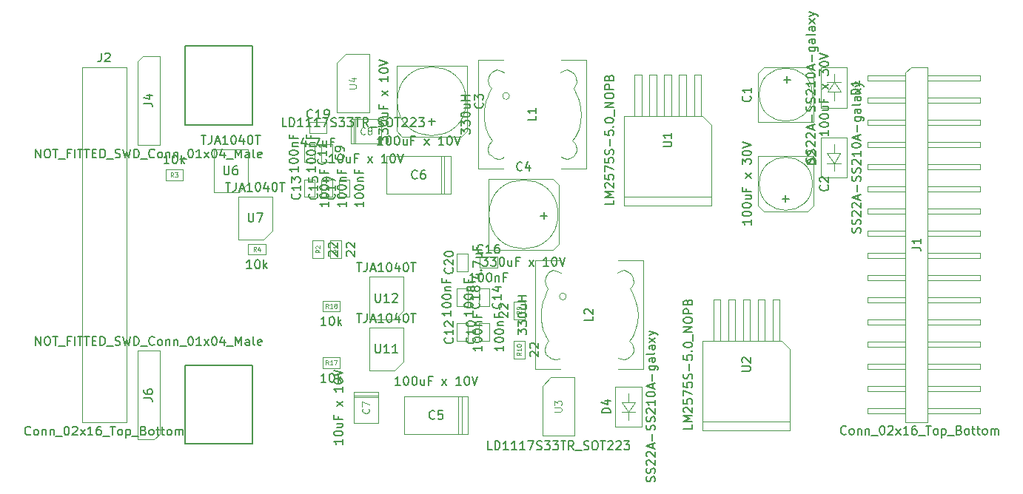
<source format=gbr>
%TF.GenerationSoftware,KiCad,Pcbnew,4.0.7-e2-6376~58~ubuntu16.04.1*%
%TF.CreationDate,2017-12-06T17:26:10+02:00*%
%TF.ProjectId,instrument_cluster,696E737472756D656E745F636C757374,rev?*%
%TF.FileFunction,Other,Fab,Top*%
%FSLAX46Y46*%
G04 Gerber Fmt 4.6, Leading zero omitted, Abs format (unit mm)*
G04 Created by KiCad (PCBNEW 4.0.7-e2-6376~58~ubuntu16.04.1) date Wed Dec  6 17:26:10 2017*
%MOMM*%
%LPD*%
G01*
G04 APERTURE LIST*
%ADD10C,0.100000*%
%ADD11C,0.200000*%
%ADD12C,0.150000*%
%ADD13C,0.120000*%
%ADD14C,0.075000*%
G04 APERTURE END LIST*
D10*
X194041381Y-90800000D02*
G75*
G03X194041381Y-90800000I-3041381J0D01*
G01*
X187850000Y-93950000D02*
X194150000Y-93950000D01*
X187850000Y-88320000D02*
X187850000Y-93950000D01*
X188520000Y-87650000D02*
X187850000Y-88320000D01*
X193480000Y-87650000D02*
X188520000Y-87650000D01*
X194150000Y-88320000D02*
X193480000Y-87650000D01*
X194150000Y-93950000D02*
X194150000Y-88320000D01*
X194041381Y-101000000D02*
G75*
G03X194041381Y-101000000I-3041381J0D01*
G01*
X194150000Y-97850000D02*
X187850000Y-97850000D01*
X194150000Y-103480000D02*
X194150000Y-97850000D01*
X193480000Y-104150000D02*
X194150000Y-103480000D01*
X188520000Y-104150000D02*
X193480000Y-104150000D01*
X187850000Y-103480000D02*
X188520000Y-104150000D01*
X187850000Y-97850000D02*
X187850000Y-103480000D01*
X154445884Y-91550000D02*
G75*
G03X154445884Y-91550000I-3945884J0D01*
G01*
X154540000Y-87510000D02*
X146460000Y-87510000D01*
X154540000Y-94920000D02*
X154540000Y-87510000D01*
X153870000Y-95590000D02*
X154540000Y-94920000D01*
X147130000Y-95590000D02*
X153870000Y-95590000D01*
X146460000Y-94920000D02*
X147130000Y-95590000D01*
X146460000Y-87510000D02*
X146460000Y-94920000D01*
X164945884Y-104500000D02*
G75*
G03X164945884Y-104500000I-3945884J0D01*
G01*
X156960000Y-100460000D02*
X156960000Y-108540000D01*
X164370000Y-100460000D02*
X156960000Y-100460000D01*
X165040000Y-101130000D02*
X164370000Y-100460000D01*
X165040000Y-107870000D02*
X165040000Y-101130000D01*
X164370000Y-108540000D02*
X165040000Y-107870000D01*
X156960000Y-108540000D02*
X164370000Y-108540000D01*
X154650000Y-129650000D02*
X154650000Y-125350000D01*
X154650000Y-125350000D02*
X147350000Y-125350000D01*
X147350000Y-125350000D02*
X147350000Y-129650000D01*
X147350000Y-129650000D02*
X154650000Y-129650000D01*
X153920000Y-129650000D02*
X153920000Y-125350000D01*
X153555000Y-129650000D02*
X153555000Y-125350000D01*
X152650000Y-102150000D02*
X152650000Y-97850000D01*
X152650000Y-97850000D02*
X145350000Y-97850000D01*
X145350000Y-97850000D02*
X145350000Y-102150000D01*
X145350000Y-102150000D02*
X152650000Y-102150000D01*
X151920000Y-102150000D02*
X151920000Y-97850000D01*
X151555000Y-102150000D02*
X151555000Y-97850000D01*
X144400000Y-124875000D02*
X141600000Y-124875000D01*
X141600000Y-124875000D02*
X141600000Y-128375000D01*
X141600000Y-128375000D02*
X144400000Y-128375000D01*
X144400000Y-128375000D02*
X144400000Y-124875000D01*
X144400000Y-125225000D02*
X141600000Y-125225000D01*
X144400000Y-125400000D02*
X141600000Y-125400000D01*
X141250000Y-93600000D02*
X141250000Y-96400000D01*
X141250000Y-96400000D02*
X144750000Y-96400000D01*
X144750000Y-96400000D02*
X144750000Y-93600000D01*
X144750000Y-93600000D02*
X141250000Y-93600000D01*
X141600000Y-93600000D02*
X141600000Y-96400000D01*
X141775000Y-93600000D02*
X141775000Y-96400000D01*
X137880000Y-96500000D02*
X139120000Y-96500000D01*
X137880000Y-98500000D02*
X137880000Y-96500000D01*
X139120000Y-98500000D02*
X137880000Y-98500000D01*
X139120000Y-96500000D02*
X139120000Y-98500000D01*
X157120000Y-119000000D02*
X155880000Y-119000000D01*
X157120000Y-117000000D02*
X157120000Y-119000000D01*
X155880000Y-117000000D02*
X157120000Y-117000000D01*
X155880000Y-119000000D02*
X155880000Y-117000000D01*
X135880000Y-96500000D02*
X137120000Y-96500000D01*
X135880000Y-98500000D02*
X135880000Y-96500000D01*
X137120000Y-98500000D02*
X135880000Y-98500000D01*
X137120000Y-96500000D02*
X137120000Y-98500000D01*
X154620000Y-119000000D02*
X153380000Y-119000000D01*
X154620000Y-117000000D02*
X154620000Y-119000000D01*
X153380000Y-117000000D02*
X154620000Y-117000000D01*
X153380000Y-119000000D02*
X153380000Y-117000000D01*
X137120000Y-102500000D02*
X135880000Y-102500000D01*
X137120000Y-100500000D02*
X137120000Y-102500000D01*
X135880000Y-100500000D02*
X137120000Y-100500000D01*
X135880000Y-102500000D02*
X135880000Y-100500000D01*
X155880000Y-113000000D02*
X157120000Y-113000000D01*
X155880000Y-115000000D02*
X155880000Y-113000000D01*
X157120000Y-115000000D02*
X155880000Y-115000000D01*
X157120000Y-113000000D02*
X157120000Y-115000000D01*
X139120000Y-102500000D02*
X137880000Y-102500000D01*
X139120000Y-100500000D02*
X139120000Y-102500000D01*
X137880000Y-100500000D02*
X139120000Y-100500000D01*
X137880000Y-102500000D02*
X137880000Y-100500000D01*
X156000000Y-110620000D02*
X156000000Y-109380000D01*
X158000000Y-110620000D02*
X156000000Y-110620000D01*
X158000000Y-109380000D02*
X158000000Y-110620000D01*
X156000000Y-109380000D02*
X158000000Y-109380000D01*
X141120000Y-102500000D02*
X139880000Y-102500000D01*
X141120000Y-100500000D02*
X141120000Y-102500000D01*
X139880000Y-100500000D02*
X141120000Y-100500000D01*
X139880000Y-102500000D02*
X139880000Y-100500000D01*
X153380000Y-113000000D02*
X154620000Y-113000000D01*
X153380000Y-115000000D02*
X153380000Y-113000000D01*
X154620000Y-115000000D02*
X153380000Y-115000000D01*
X154620000Y-113000000D02*
X154620000Y-115000000D01*
X136500000Y-95170000D02*
X136500000Y-93930000D01*
X138500000Y-95170000D02*
X136500000Y-95170000D01*
X138500000Y-93930000D02*
X138500000Y-95170000D01*
X136500000Y-93930000D02*
X138500000Y-93930000D01*
X154620000Y-111000000D02*
X153380000Y-111000000D01*
X154620000Y-109000000D02*
X154620000Y-111000000D01*
X153380000Y-109000000D02*
X154620000Y-109000000D01*
X153380000Y-111000000D02*
X153380000Y-109000000D01*
X195000000Y-92300000D02*
X195000000Y-87700000D01*
X195000000Y-87700000D02*
X198000000Y-87700000D01*
X198000000Y-92300000D02*
X195000000Y-92300000D01*
X198000000Y-92300000D02*
X198000000Y-87700000D01*
X196498980Y-89350560D02*
X196498980Y-88448860D01*
X196498980Y-90501180D02*
X196498980Y-91499400D01*
X197299080Y-89350560D02*
X195698880Y-89350560D01*
X195749680Y-90501180D02*
X197299080Y-90501180D01*
X196498980Y-89350560D02*
X195749680Y-90501180D01*
X196498980Y-89350560D02*
X197299080Y-90501180D01*
X198000000Y-95700000D02*
X198000000Y-100300000D01*
X198000000Y-100300000D02*
X195000000Y-100300000D01*
X195000000Y-95700000D02*
X198000000Y-95700000D01*
X195000000Y-95700000D02*
X195000000Y-100300000D01*
X196501020Y-98649440D02*
X196501020Y-99551140D01*
X196501020Y-97498820D02*
X196501020Y-96500600D01*
X195700920Y-98649440D02*
X197301120Y-98649440D01*
X197250320Y-97498820D02*
X195700920Y-97498820D01*
X196501020Y-98649440D02*
X197250320Y-97498820D01*
X196501020Y-98649440D02*
X195700920Y-97498820D01*
X174500000Y-124200000D02*
X174500000Y-128800000D01*
X174500000Y-128800000D02*
X171500000Y-128800000D01*
X171500000Y-124200000D02*
X174500000Y-124200000D01*
X171500000Y-124200000D02*
X171500000Y-128800000D01*
X173001020Y-127149440D02*
X173001020Y-128051140D01*
X173001020Y-125998820D02*
X173001020Y-125000600D01*
X172200920Y-127149440D02*
X173801120Y-127149440D01*
X173750320Y-125998820D02*
X172200920Y-125998820D01*
X173001020Y-127149440D02*
X173750320Y-125998820D01*
X173001020Y-127149440D02*
X172200920Y-125998820D01*
X117475000Y-86360000D02*
X119380000Y-86360000D01*
X119380000Y-86360000D02*
X119380000Y-96520000D01*
X119380000Y-96520000D02*
X116840000Y-96520000D01*
X116840000Y-96520000D02*
X116840000Y-86995000D01*
X116840000Y-86995000D02*
X117475000Y-86360000D01*
X118745000Y-130270000D02*
X116840000Y-130270000D01*
X116840000Y-130270000D02*
X116840000Y-120110000D01*
X116840000Y-120110000D02*
X119380000Y-120110000D01*
X119380000Y-120110000D02*
X119380000Y-129635000D01*
X119380000Y-129635000D02*
X118745000Y-130270000D01*
X158700000Y-97950000D02*
X158600000Y-98050000D01*
X158600000Y-98050000D02*
X158200000Y-98150000D01*
X158200000Y-98150000D02*
X157700000Y-98050000D01*
X157700000Y-98050000D02*
X157400000Y-97850000D01*
X157400000Y-97850000D02*
X157000000Y-97550000D01*
X157000000Y-97550000D02*
X156900000Y-97050000D01*
X156900000Y-97050000D02*
X157000000Y-96550000D01*
X157000000Y-96550000D02*
X157300000Y-96150000D01*
X157300000Y-96150000D02*
X157400000Y-96050000D01*
X157400000Y-96050000D02*
X157000000Y-95450000D01*
X157000000Y-95450000D02*
X156700000Y-94650000D01*
X156700000Y-94650000D02*
X156500000Y-93650000D01*
X156500000Y-93650000D02*
X156500000Y-92450000D01*
X156500000Y-92450000D02*
X156700000Y-91550000D01*
X156700000Y-91550000D02*
X156900000Y-90950000D01*
X156900000Y-90950000D02*
X157100000Y-90450000D01*
X157100000Y-90450000D02*
X157300000Y-90050000D01*
X157300000Y-90050000D02*
X157100000Y-89750000D01*
X157100000Y-89750000D02*
X156900000Y-89150000D01*
X156900000Y-89150000D02*
X157000000Y-88750000D01*
X157000000Y-88750000D02*
X157200000Y-88450000D01*
X157200000Y-88450000D02*
X157400000Y-88150000D01*
X157400000Y-88150000D02*
X157900000Y-87950000D01*
X157900000Y-87950000D02*
X158400000Y-88050000D01*
X158400000Y-88050000D02*
X158800000Y-88250000D01*
X165300000Y-97950000D02*
X165600000Y-98050000D01*
X165600000Y-98050000D02*
X166000000Y-98150000D01*
X166000000Y-98150000D02*
X166300000Y-98050000D01*
X166300000Y-98050000D02*
X166700000Y-97850000D01*
X166700000Y-97850000D02*
X166900000Y-97550000D01*
X166900000Y-97550000D02*
X167100000Y-97250000D01*
X167100000Y-97250000D02*
X167100000Y-96950000D01*
X167100000Y-96950000D02*
X167000000Y-96650000D01*
X167000000Y-96650000D02*
X166900000Y-96350000D01*
X166900000Y-96350000D02*
X166600000Y-96050000D01*
X166600000Y-96050000D02*
X166900000Y-95650000D01*
X166900000Y-95650000D02*
X167100000Y-95250000D01*
X167100000Y-95250000D02*
X167300000Y-94750000D01*
X167300000Y-94750000D02*
X167500000Y-93950000D01*
X167500000Y-93950000D02*
X167600000Y-93050000D01*
X167600000Y-93050000D02*
X167500000Y-92250000D01*
X167500000Y-92250000D02*
X167300000Y-91350000D01*
X167300000Y-91350000D02*
X166900000Y-90450000D01*
X166900000Y-90450000D02*
X166700000Y-90050000D01*
X166700000Y-90050000D02*
X166900000Y-89750000D01*
X166900000Y-89750000D02*
X167100000Y-89350000D01*
X167100000Y-89350000D02*
X167000000Y-88850000D01*
X167000000Y-88850000D02*
X166800000Y-88450000D01*
X166800000Y-88450000D02*
X166500000Y-88150000D01*
X166500000Y-88150000D02*
X166000000Y-87950000D01*
X166000000Y-87950000D02*
X165500000Y-88050000D01*
X165500000Y-88050000D02*
X165200000Y-88250000D01*
X158700000Y-86850000D02*
X155800000Y-86850000D01*
X155800000Y-86850000D02*
X155800000Y-99250000D01*
X155800000Y-99250000D02*
X158700000Y-99250000D01*
X168200000Y-99250000D02*
X168200000Y-86850000D01*
X168200000Y-86850000D02*
X165300000Y-86850000D01*
X168200000Y-99250000D02*
X165300000Y-99250000D01*
X159390512Y-90950000D02*
G75*
G03X159390512Y-90950000I-390512J0D01*
G01*
X165200000Y-120900000D02*
X165100000Y-121000000D01*
X165100000Y-121000000D02*
X164700000Y-121100000D01*
X164700000Y-121100000D02*
X164200000Y-121000000D01*
X164200000Y-121000000D02*
X163900000Y-120800000D01*
X163900000Y-120800000D02*
X163500000Y-120500000D01*
X163500000Y-120500000D02*
X163400000Y-120000000D01*
X163400000Y-120000000D02*
X163500000Y-119500000D01*
X163500000Y-119500000D02*
X163800000Y-119100000D01*
X163800000Y-119100000D02*
X163900000Y-119000000D01*
X163900000Y-119000000D02*
X163500000Y-118400000D01*
X163500000Y-118400000D02*
X163200000Y-117600000D01*
X163200000Y-117600000D02*
X163000000Y-116600000D01*
X163000000Y-116600000D02*
X163000000Y-115400000D01*
X163000000Y-115400000D02*
X163200000Y-114500000D01*
X163200000Y-114500000D02*
X163400000Y-113900000D01*
X163400000Y-113900000D02*
X163600000Y-113400000D01*
X163600000Y-113400000D02*
X163800000Y-113000000D01*
X163800000Y-113000000D02*
X163600000Y-112700000D01*
X163600000Y-112700000D02*
X163400000Y-112100000D01*
X163400000Y-112100000D02*
X163500000Y-111700000D01*
X163500000Y-111700000D02*
X163700000Y-111400000D01*
X163700000Y-111400000D02*
X163900000Y-111100000D01*
X163900000Y-111100000D02*
X164400000Y-110900000D01*
X164400000Y-110900000D02*
X164900000Y-111000000D01*
X164900000Y-111000000D02*
X165300000Y-111200000D01*
X171800000Y-120900000D02*
X172100000Y-121000000D01*
X172100000Y-121000000D02*
X172500000Y-121100000D01*
X172500000Y-121100000D02*
X172800000Y-121000000D01*
X172800000Y-121000000D02*
X173200000Y-120800000D01*
X173200000Y-120800000D02*
X173400000Y-120500000D01*
X173400000Y-120500000D02*
X173600000Y-120200000D01*
X173600000Y-120200000D02*
X173600000Y-119900000D01*
X173600000Y-119900000D02*
X173500000Y-119600000D01*
X173500000Y-119600000D02*
X173400000Y-119300000D01*
X173400000Y-119300000D02*
X173100000Y-119000000D01*
X173100000Y-119000000D02*
X173400000Y-118600000D01*
X173400000Y-118600000D02*
X173600000Y-118200000D01*
X173600000Y-118200000D02*
X173800000Y-117700000D01*
X173800000Y-117700000D02*
X174000000Y-116900000D01*
X174000000Y-116900000D02*
X174100000Y-116000000D01*
X174100000Y-116000000D02*
X174000000Y-115200000D01*
X174000000Y-115200000D02*
X173800000Y-114300000D01*
X173800000Y-114300000D02*
X173400000Y-113400000D01*
X173400000Y-113400000D02*
X173200000Y-113000000D01*
X173200000Y-113000000D02*
X173400000Y-112700000D01*
X173400000Y-112700000D02*
X173600000Y-112300000D01*
X173600000Y-112300000D02*
X173500000Y-111800000D01*
X173500000Y-111800000D02*
X173300000Y-111400000D01*
X173300000Y-111400000D02*
X173000000Y-111100000D01*
X173000000Y-111100000D02*
X172500000Y-110900000D01*
X172500000Y-110900000D02*
X172000000Y-111000000D01*
X172000000Y-111000000D02*
X171700000Y-111200000D01*
X165200000Y-109800000D02*
X162300000Y-109800000D01*
X162300000Y-109800000D02*
X162300000Y-122200000D01*
X162300000Y-122200000D02*
X165200000Y-122200000D01*
X174700000Y-122200000D02*
X174700000Y-109800000D01*
X174700000Y-109800000D02*
X171800000Y-109800000D01*
X174700000Y-122200000D02*
X171800000Y-122200000D01*
X165890512Y-113900000D02*
G75*
G03X165890512Y-113900000I-390512J0D01*
G01*
X140120000Y-109500000D02*
X138880000Y-109500000D01*
X140120000Y-107500000D02*
X140120000Y-109500000D01*
X138880000Y-107500000D02*
X140120000Y-107500000D01*
X138880000Y-109500000D02*
X138880000Y-107500000D01*
X138120000Y-109500000D02*
X136880000Y-109500000D01*
X138120000Y-107500000D02*
X138120000Y-109500000D01*
X136880000Y-107500000D02*
X138120000Y-107500000D01*
X136880000Y-109500000D02*
X136880000Y-107500000D01*
X159880000Y-114500000D02*
X161120000Y-114500000D01*
X159880000Y-116500000D02*
X159880000Y-114500000D01*
X161120000Y-116500000D02*
X159880000Y-116500000D01*
X161120000Y-114500000D02*
X161120000Y-116500000D01*
X161120000Y-121000000D02*
X159880000Y-121000000D01*
X161120000Y-119000000D02*
X161120000Y-121000000D01*
X159880000Y-119000000D02*
X161120000Y-119000000D01*
X159880000Y-121000000D02*
X159880000Y-119000000D01*
X138000000Y-122120000D02*
X138000000Y-120880000D01*
X140000000Y-122120000D02*
X138000000Y-122120000D01*
X140000000Y-120880000D02*
X140000000Y-122120000D01*
X138000000Y-120880000D02*
X140000000Y-120880000D01*
X138000000Y-115620000D02*
X138000000Y-114380000D01*
X140000000Y-115620000D02*
X138000000Y-115620000D01*
X140000000Y-114380000D02*
X140000000Y-115620000D01*
X138000000Y-114380000D02*
X140000000Y-114380000D01*
X163150000Y-124150000D02*
X164150000Y-123150000D01*
X163150000Y-124150000D02*
X163150000Y-129850000D01*
X164150000Y-123150000D02*
X166850000Y-123150000D01*
X163150000Y-129850000D02*
X166850000Y-129850000D01*
X166850000Y-123150000D02*
X166850000Y-129850000D01*
X139650000Y-87150000D02*
X140650000Y-86150000D01*
X139650000Y-87150000D02*
X139650000Y-92850000D01*
X140650000Y-86150000D02*
X143350000Y-86150000D01*
X139650000Y-92850000D02*
X143350000Y-92850000D01*
X143350000Y-86150000D02*
X143350000Y-92850000D01*
X128450000Y-101950000D02*
X125550000Y-101950000D01*
X125550000Y-101950000D02*
X125550000Y-97050000D01*
X125550000Y-97050000D02*
X129450000Y-97050000D01*
X129450000Y-97050000D02*
X129450000Y-100950000D01*
X129450000Y-100950000D02*
X128450000Y-101950000D01*
X131250000Y-107355000D02*
X128350000Y-107355000D01*
X128350000Y-107355000D02*
X128350000Y-102455000D01*
X128350000Y-102455000D02*
X132250000Y-102455000D01*
X132250000Y-102455000D02*
X132250000Y-106355000D01*
X132250000Y-106355000D02*
X131250000Y-107355000D01*
X146250000Y-122355000D02*
X143350000Y-122355000D01*
X143350000Y-122355000D02*
X143350000Y-117455000D01*
X143350000Y-117455000D02*
X147250000Y-117455000D01*
X147250000Y-117455000D02*
X147250000Y-121355000D01*
X147250000Y-121355000D02*
X146250000Y-122355000D01*
X146250000Y-116545000D02*
X143350000Y-116545000D01*
X143350000Y-116545000D02*
X143350000Y-111645000D01*
X143350000Y-111645000D02*
X147250000Y-111645000D01*
X147250000Y-111645000D02*
X147250000Y-115545000D01*
X147250000Y-115545000D02*
X146250000Y-116545000D01*
X182500000Y-102500000D02*
X182500000Y-103500000D01*
X182500000Y-103500000D02*
X172500000Y-103500000D01*
X172500000Y-103500000D02*
X172500000Y-102500000D01*
X182500000Y-102500000D02*
X172500000Y-102500000D01*
X172500000Y-102500000D02*
X172500000Y-93250000D01*
X172500000Y-93250000D02*
X181500000Y-93250000D01*
X181500000Y-93250000D02*
X182500000Y-94250000D01*
X182500000Y-94250000D02*
X182500000Y-102500000D01*
X181300000Y-93250000D02*
X181300000Y-88550000D01*
X181300000Y-88550000D02*
X180500000Y-88550000D01*
X180500000Y-88550000D02*
X180500000Y-93250000D01*
X179600000Y-93250000D02*
X179600000Y-88550000D01*
X179600000Y-88550000D02*
X178800000Y-88550000D01*
X178800000Y-88550000D02*
X178800000Y-93250000D01*
X177900000Y-93250000D02*
X177900000Y-88550000D01*
X177900000Y-88550000D02*
X177100000Y-88550000D01*
X177100000Y-88550000D02*
X177100000Y-93250000D01*
X176200000Y-93250000D02*
X176200000Y-88550000D01*
X176200000Y-88550000D02*
X175400000Y-88550000D01*
X175400000Y-88550000D02*
X175400000Y-93250000D01*
X174500000Y-93250000D02*
X174500000Y-88550000D01*
X174500000Y-88550000D02*
X173700000Y-88550000D01*
X173700000Y-88550000D02*
X173700000Y-93250000D01*
X191500000Y-128200000D02*
X191500000Y-129200000D01*
X191500000Y-129200000D02*
X181500000Y-129200000D01*
X181500000Y-129200000D02*
X181500000Y-128200000D01*
X191500000Y-128200000D02*
X181500000Y-128200000D01*
X181500000Y-128200000D02*
X181500000Y-118950000D01*
X181500000Y-118950000D02*
X190500000Y-118950000D01*
X190500000Y-118950000D02*
X191500000Y-119950000D01*
X191500000Y-119950000D02*
X191500000Y-128200000D01*
X190300000Y-118950000D02*
X190300000Y-114250000D01*
X190300000Y-114250000D02*
X189500000Y-114250000D01*
X189500000Y-114250000D02*
X189500000Y-118950000D01*
X188600000Y-118950000D02*
X188600000Y-114250000D01*
X188600000Y-114250000D02*
X187800000Y-114250000D01*
X187800000Y-114250000D02*
X187800000Y-118950000D01*
X186900000Y-118950000D02*
X186900000Y-114250000D01*
X186900000Y-114250000D02*
X186100000Y-114250000D01*
X186100000Y-114250000D02*
X186100000Y-118950000D01*
X185200000Y-118950000D02*
X185200000Y-114250000D01*
X185200000Y-114250000D02*
X184400000Y-114250000D01*
X184400000Y-114250000D02*
X184400000Y-118950000D01*
X183500000Y-118950000D02*
X183500000Y-114250000D01*
X183500000Y-114250000D02*
X182700000Y-114250000D01*
X182700000Y-114250000D02*
X182700000Y-118950000D01*
X205335000Y-87630000D02*
X207240000Y-87630000D01*
X207240000Y-87630000D02*
X207240000Y-128270000D01*
X207240000Y-128270000D02*
X204700000Y-128270000D01*
X204700000Y-128270000D02*
X204700000Y-88265000D01*
X204700000Y-88265000D02*
X205335000Y-87630000D01*
X200340000Y-88580000D02*
X204700000Y-88580000D01*
X200340000Y-88580000D02*
X200340000Y-89220000D01*
X200340000Y-89220000D02*
X204700000Y-89220000D01*
X207240000Y-88580000D02*
X213240000Y-88580000D01*
X213240000Y-88580000D02*
X213240000Y-89220000D01*
X207240000Y-89220000D02*
X213240000Y-89220000D01*
X200340000Y-91120000D02*
X204700000Y-91120000D01*
X200340000Y-91120000D02*
X200340000Y-91760000D01*
X200340000Y-91760000D02*
X204700000Y-91760000D01*
X207240000Y-91120000D02*
X213240000Y-91120000D01*
X213240000Y-91120000D02*
X213240000Y-91760000D01*
X207240000Y-91760000D02*
X213240000Y-91760000D01*
X200340000Y-93660000D02*
X204700000Y-93660000D01*
X200340000Y-93660000D02*
X200340000Y-94300000D01*
X200340000Y-94300000D02*
X204700000Y-94300000D01*
X207240000Y-93660000D02*
X213240000Y-93660000D01*
X213240000Y-93660000D02*
X213240000Y-94300000D01*
X207240000Y-94300000D02*
X213240000Y-94300000D01*
X200340000Y-96200000D02*
X204700000Y-96200000D01*
X200340000Y-96200000D02*
X200340000Y-96840000D01*
X200340000Y-96840000D02*
X204700000Y-96840000D01*
X207240000Y-96200000D02*
X213240000Y-96200000D01*
X213240000Y-96200000D02*
X213240000Y-96840000D01*
X207240000Y-96840000D02*
X213240000Y-96840000D01*
X200340000Y-98740000D02*
X204700000Y-98740000D01*
X200340000Y-98740000D02*
X200340000Y-99380000D01*
X200340000Y-99380000D02*
X204700000Y-99380000D01*
X207240000Y-98740000D02*
X213240000Y-98740000D01*
X213240000Y-98740000D02*
X213240000Y-99380000D01*
X207240000Y-99380000D02*
X213240000Y-99380000D01*
X200340000Y-101280000D02*
X204700000Y-101280000D01*
X200340000Y-101280000D02*
X200340000Y-101920000D01*
X200340000Y-101920000D02*
X204700000Y-101920000D01*
X207240000Y-101280000D02*
X213240000Y-101280000D01*
X213240000Y-101280000D02*
X213240000Y-101920000D01*
X207240000Y-101920000D02*
X213240000Y-101920000D01*
X200340000Y-103820000D02*
X204700000Y-103820000D01*
X200340000Y-103820000D02*
X200340000Y-104460000D01*
X200340000Y-104460000D02*
X204700000Y-104460000D01*
X207240000Y-103820000D02*
X213240000Y-103820000D01*
X213240000Y-103820000D02*
X213240000Y-104460000D01*
X207240000Y-104460000D02*
X213240000Y-104460000D01*
X200340000Y-106360000D02*
X204700000Y-106360000D01*
X200340000Y-106360000D02*
X200340000Y-107000000D01*
X200340000Y-107000000D02*
X204700000Y-107000000D01*
X207240000Y-106360000D02*
X213240000Y-106360000D01*
X213240000Y-106360000D02*
X213240000Y-107000000D01*
X207240000Y-107000000D02*
X213240000Y-107000000D01*
X200340000Y-108900000D02*
X204700000Y-108900000D01*
X200340000Y-108900000D02*
X200340000Y-109540000D01*
X200340000Y-109540000D02*
X204700000Y-109540000D01*
X207240000Y-108900000D02*
X213240000Y-108900000D01*
X213240000Y-108900000D02*
X213240000Y-109540000D01*
X207240000Y-109540000D02*
X213240000Y-109540000D01*
X200340000Y-111440000D02*
X204700000Y-111440000D01*
X200340000Y-111440000D02*
X200340000Y-112080000D01*
X200340000Y-112080000D02*
X204700000Y-112080000D01*
X207240000Y-111440000D02*
X213240000Y-111440000D01*
X213240000Y-111440000D02*
X213240000Y-112080000D01*
X207240000Y-112080000D02*
X213240000Y-112080000D01*
X200340000Y-113980000D02*
X204700000Y-113980000D01*
X200340000Y-113980000D02*
X200340000Y-114620000D01*
X200340000Y-114620000D02*
X204700000Y-114620000D01*
X207240000Y-113980000D02*
X213240000Y-113980000D01*
X213240000Y-113980000D02*
X213240000Y-114620000D01*
X207240000Y-114620000D02*
X213240000Y-114620000D01*
X200340000Y-116520000D02*
X204700000Y-116520000D01*
X200340000Y-116520000D02*
X200340000Y-117160000D01*
X200340000Y-117160000D02*
X204700000Y-117160000D01*
X207240000Y-116520000D02*
X213240000Y-116520000D01*
X213240000Y-116520000D02*
X213240000Y-117160000D01*
X207240000Y-117160000D02*
X213240000Y-117160000D01*
X200340000Y-119060000D02*
X204700000Y-119060000D01*
X200340000Y-119060000D02*
X200340000Y-119700000D01*
X200340000Y-119700000D02*
X204700000Y-119700000D01*
X207240000Y-119060000D02*
X213240000Y-119060000D01*
X213240000Y-119060000D02*
X213240000Y-119700000D01*
X207240000Y-119700000D02*
X213240000Y-119700000D01*
X200340000Y-121600000D02*
X204700000Y-121600000D01*
X200340000Y-121600000D02*
X200340000Y-122240000D01*
X200340000Y-122240000D02*
X204700000Y-122240000D01*
X207240000Y-121600000D02*
X213240000Y-121600000D01*
X213240000Y-121600000D02*
X213240000Y-122240000D01*
X207240000Y-122240000D02*
X213240000Y-122240000D01*
X200340000Y-124140000D02*
X204700000Y-124140000D01*
X200340000Y-124140000D02*
X200340000Y-124780000D01*
X200340000Y-124780000D02*
X204700000Y-124780000D01*
X207240000Y-124140000D02*
X213240000Y-124140000D01*
X213240000Y-124140000D02*
X213240000Y-124780000D01*
X207240000Y-124780000D02*
X213240000Y-124780000D01*
X200340000Y-126680000D02*
X204700000Y-126680000D01*
X200340000Y-126680000D02*
X200340000Y-127320000D01*
X200340000Y-127320000D02*
X204700000Y-127320000D01*
X207240000Y-126680000D02*
X213240000Y-126680000D01*
X213240000Y-126680000D02*
X213240000Y-127320000D01*
X207240000Y-127320000D02*
X213240000Y-127320000D01*
X110490000Y-87630000D02*
X110490000Y-128270000D01*
X110490000Y-128270000D02*
X115570000Y-128270000D01*
X115570000Y-128270000D02*
X115570000Y-87630000D01*
X115570000Y-87630000D02*
X110490000Y-87630000D01*
X122050000Y-99380000D02*
X122050000Y-100620000D01*
X120050000Y-99380000D02*
X122050000Y-99380000D01*
X120050000Y-100620000D02*
X120050000Y-99380000D01*
X122050000Y-100620000D02*
X120050000Y-100620000D01*
X129500000Y-109120000D02*
X129500000Y-107880000D01*
X131500000Y-109120000D02*
X129500000Y-109120000D01*
X131500000Y-107880000D02*
X131500000Y-109120000D01*
X129500000Y-107880000D02*
X131500000Y-107880000D01*
D11*
X129950000Y-85250000D02*
X129950000Y-94250000D01*
X129950000Y-94250000D02*
X122250000Y-94250000D01*
X122250000Y-94250000D02*
X122250000Y-85250000D01*
X122250000Y-85250000D02*
X129950000Y-85250000D01*
X122250000Y-130750000D02*
X122250000Y-121750000D01*
X122250000Y-121750000D02*
X129950000Y-121750000D01*
X129950000Y-121750000D02*
X129950000Y-130750000D01*
X129950000Y-130750000D02*
X122250000Y-130750000D01*
D12*
X195882381Y-94895238D02*
X195882381Y-95466667D01*
X195882381Y-95180953D02*
X194882381Y-95180953D01*
X195025238Y-95276191D01*
X195120476Y-95371429D01*
X195168095Y-95466667D01*
X194882381Y-94276191D02*
X194882381Y-94180952D01*
X194930000Y-94085714D01*
X194977619Y-94038095D01*
X195072857Y-93990476D01*
X195263333Y-93942857D01*
X195501429Y-93942857D01*
X195691905Y-93990476D01*
X195787143Y-94038095D01*
X195834762Y-94085714D01*
X195882381Y-94180952D01*
X195882381Y-94276191D01*
X195834762Y-94371429D01*
X195787143Y-94419048D01*
X195691905Y-94466667D01*
X195501429Y-94514286D01*
X195263333Y-94514286D01*
X195072857Y-94466667D01*
X194977619Y-94419048D01*
X194930000Y-94371429D01*
X194882381Y-94276191D01*
X194882381Y-93323810D02*
X194882381Y-93228571D01*
X194930000Y-93133333D01*
X194977619Y-93085714D01*
X195072857Y-93038095D01*
X195263333Y-92990476D01*
X195501429Y-92990476D01*
X195691905Y-93038095D01*
X195787143Y-93085714D01*
X195834762Y-93133333D01*
X195882381Y-93228571D01*
X195882381Y-93323810D01*
X195834762Y-93419048D01*
X195787143Y-93466667D01*
X195691905Y-93514286D01*
X195501429Y-93561905D01*
X195263333Y-93561905D01*
X195072857Y-93514286D01*
X194977619Y-93466667D01*
X194930000Y-93419048D01*
X194882381Y-93323810D01*
X195215714Y-92133333D02*
X195882381Y-92133333D01*
X195215714Y-92561905D02*
X195739524Y-92561905D01*
X195834762Y-92514286D01*
X195882381Y-92419048D01*
X195882381Y-92276190D01*
X195834762Y-92180952D01*
X195787143Y-92133333D01*
X195358571Y-91323809D02*
X195358571Y-91657143D01*
X195882381Y-91657143D02*
X194882381Y-91657143D01*
X194882381Y-91180952D01*
X195882381Y-90133333D02*
X195215714Y-89609523D01*
X195215714Y-90133333D02*
X195882381Y-89609523D01*
X194882381Y-88561904D02*
X194882381Y-87942856D01*
X195263333Y-88276190D01*
X195263333Y-88133332D01*
X195310952Y-88038094D01*
X195358571Y-87990475D01*
X195453810Y-87942856D01*
X195691905Y-87942856D01*
X195787143Y-87990475D01*
X195834762Y-88038094D01*
X195882381Y-88133332D01*
X195882381Y-88419047D01*
X195834762Y-88514285D01*
X195787143Y-88561904D01*
X194882381Y-87323809D02*
X194882381Y-87228570D01*
X194930000Y-87133332D01*
X194977619Y-87085713D01*
X195072857Y-87038094D01*
X195263333Y-86990475D01*
X195501429Y-86990475D01*
X195691905Y-87038094D01*
X195787143Y-87085713D01*
X195834762Y-87133332D01*
X195882381Y-87228570D01*
X195882381Y-87323809D01*
X195834762Y-87419047D01*
X195787143Y-87466666D01*
X195691905Y-87514285D01*
X195501429Y-87561904D01*
X195263333Y-87561904D01*
X195072857Y-87514285D01*
X194977619Y-87466666D01*
X194930000Y-87419047D01*
X194882381Y-87323809D01*
X194882381Y-86704761D02*
X195882381Y-86371428D01*
X194882381Y-86038094D01*
X191151429Y-89450952D02*
X191151429Y-88689047D01*
X191532381Y-89069999D02*
X190770476Y-89069999D01*
X186927143Y-90966666D02*
X186974762Y-91014285D01*
X187022381Y-91157142D01*
X187022381Y-91252380D01*
X186974762Y-91395238D01*
X186879524Y-91490476D01*
X186784286Y-91538095D01*
X186593810Y-91585714D01*
X186450952Y-91585714D01*
X186260476Y-91538095D01*
X186165238Y-91490476D01*
X186070000Y-91395238D01*
X186022381Y-91252380D01*
X186022381Y-91157142D01*
X186070000Y-91014285D01*
X186117619Y-90966666D01*
X187022381Y-90014285D02*
X187022381Y-90585714D01*
X187022381Y-90300000D02*
X186022381Y-90300000D01*
X186165238Y-90395238D01*
X186260476Y-90490476D01*
X186308095Y-90585714D01*
X187022381Y-105095238D02*
X187022381Y-105666667D01*
X187022381Y-105380953D02*
X186022381Y-105380953D01*
X186165238Y-105476191D01*
X186260476Y-105571429D01*
X186308095Y-105666667D01*
X186022381Y-104476191D02*
X186022381Y-104380952D01*
X186070000Y-104285714D01*
X186117619Y-104238095D01*
X186212857Y-104190476D01*
X186403333Y-104142857D01*
X186641429Y-104142857D01*
X186831905Y-104190476D01*
X186927143Y-104238095D01*
X186974762Y-104285714D01*
X187022381Y-104380952D01*
X187022381Y-104476191D01*
X186974762Y-104571429D01*
X186927143Y-104619048D01*
X186831905Y-104666667D01*
X186641429Y-104714286D01*
X186403333Y-104714286D01*
X186212857Y-104666667D01*
X186117619Y-104619048D01*
X186070000Y-104571429D01*
X186022381Y-104476191D01*
X186022381Y-103523810D02*
X186022381Y-103428571D01*
X186070000Y-103333333D01*
X186117619Y-103285714D01*
X186212857Y-103238095D01*
X186403333Y-103190476D01*
X186641429Y-103190476D01*
X186831905Y-103238095D01*
X186927143Y-103285714D01*
X186974762Y-103333333D01*
X187022381Y-103428571D01*
X187022381Y-103523810D01*
X186974762Y-103619048D01*
X186927143Y-103666667D01*
X186831905Y-103714286D01*
X186641429Y-103761905D01*
X186403333Y-103761905D01*
X186212857Y-103714286D01*
X186117619Y-103666667D01*
X186070000Y-103619048D01*
X186022381Y-103523810D01*
X186355714Y-102333333D02*
X187022381Y-102333333D01*
X186355714Y-102761905D02*
X186879524Y-102761905D01*
X186974762Y-102714286D01*
X187022381Y-102619048D01*
X187022381Y-102476190D01*
X186974762Y-102380952D01*
X186927143Y-102333333D01*
X186498571Y-101523809D02*
X186498571Y-101857143D01*
X187022381Y-101857143D02*
X186022381Y-101857143D01*
X186022381Y-101380952D01*
X187022381Y-100333333D02*
X186355714Y-99809523D01*
X186355714Y-100333333D02*
X187022381Y-99809523D01*
X186022381Y-98761904D02*
X186022381Y-98142856D01*
X186403333Y-98476190D01*
X186403333Y-98333332D01*
X186450952Y-98238094D01*
X186498571Y-98190475D01*
X186593810Y-98142856D01*
X186831905Y-98142856D01*
X186927143Y-98190475D01*
X186974762Y-98238094D01*
X187022381Y-98333332D01*
X187022381Y-98619047D01*
X186974762Y-98714285D01*
X186927143Y-98761904D01*
X186022381Y-97523809D02*
X186022381Y-97428570D01*
X186070000Y-97333332D01*
X186117619Y-97285713D01*
X186212857Y-97238094D01*
X186403333Y-97190475D01*
X186641429Y-97190475D01*
X186831905Y-97238094D01*
X186927143Y-97285713D01*
X186974762Y-97333332D01*
X187022381Y-97428570D01*
X187022381Y-97523809D01*
X186974762Y-97619047D01*
X186927143Y-97666666D01*
X186831905Y-97714285D01*
X186641429Y-97761904D01*
X186403333Y-97761904D01*
X186212857Y-97714285D01*
X186117619Y-97666666D01*
X186070000Y-97619047D01*
X186022381Y-97523809D01*
X186022381Y-96904761D02*
X187022381Y-96571428D01*
X186022381Y-96238094D01*
X190991429Y-103110952D02*
X190991429Y-102349047D01*
X191372381Y-102729999D02*
X190610476Y-102729999D01*
X195787143Y-101166666D02*
X195834762Y-101214285D01*
X195882381Y-101357142D01*
X195882381Y-101452380D01*
X195834762Y-101595238D01*
X195739524Y-101690476D01*
X195644286Y-101738095D01*
X195453810Y-101785714D01*
X195310952Y-101785714D01*
X195120476Y-101738095D01*
X195025238Y-101690476D01*
X194930000Y-101595238D01*
X194882381Y-101452380D01*
X194882381Y-101357142D01*
X194930000Y-101214285D01*
X194977619Y-101166666D01*
X194977619Y-100785714D02*
X194930000Y-100738095D01*
X194882381Y-100642857D01*
X194882381Y-100404761D01*
X194930000Y-100309523D01*
X194977619Y-100261904D01*
X195072857Y-100214285D01*
X195168095Y-100214285D01*
X195310952Y-100261904D01*
X195882381Y-100833333D01*
X195882381Y-100214285D01*
X144502381Y-96264286D02*
X144502381Y-95645238D01*
X144883333Y-95978572D01*
X144883333Y-95835714D01*
X144930952Y-95740476D01*
X144978571Y-95692857D01*
X145073810Y-95645238D01*
X145311905Y-95645238D01*
X145407143Y-95692857D01*
X145454762Y-95740476D01*
X145502381Y-95835714D01*
X145502381Y-96121429D01*
X145454762Y-96216667D01*
X145407143Y-96264286D01*
X144502381Y-95311905D02*
X144502381Y-94692857D01*
X144883333Y-95026191D01*
X144883333Y-94883333D01*
X144930952Y-94788095D01*
X144978571Y-94740476D01*
X145073810Y-94692857D01*
X145311905Y-94692857D01*
X145407143Y-94740476D01*
X145454762Y-94788095D01*
X145502381Y-94883333D01*
X145502381Y-95169048D01*
X145454762Y-95264286D01*
X145407143Y-95311905D01*
X144502381Y-94073810D02*
X144502381Y-93978571D01*
X144550000Y-93883333D01*
X144597619Y-93835714D01*
X144692857Y-93788095D01*
X144883333Y-93740476D01*
X145121429Y-93740476D01*
X145311905Y-93788095D01*
X145407143Y-93835714D01*
X145454762Y-93883333D01*
X145502381Y-93978571D01*
X145502381Y-94073810D01*
X145454762Y-94169048D01*
X145407143Y-94216667D01*
X145311905Y-94264286D01*
X145121429Y-94311905D01*
X144883333Y-94311905D01*
X144692857Y-94264286D01*
X144597619Y-94216667D01*
X144550000Y-94169048D01*
X144502381Y-94073810D01*
X144835714Y-92883333D02*
X145502381Y-92883333D01*
X144835714Y-93311905D02*
X145359524Y-93311905D01*
X145454762Y-93264286D01*
X145502381Y-93169048D01*
X145502381Y-93026190D01*
X145454762Y-92930952D01*
X145407143Y-92883333D01*
X144978571Y-92073809D02*
X144978571Y-92407143D01*
X145502381Y-92407143D02*
X144502381Y-92407143D01*
X144502381Y-91930952D01*
X145502381Y-90883333D02*
X144835714Y-90359523D01*
X144835714Y-90883333D02*
X145502381Y-90359523D01*
X145502381Y-88692856D02*
X145502381Y-89264285D01*
X145502381Y-88978571D02*
X144502381Y-88978571D01*
X144645238Y-89073809D01*
X144740476Y-89169047D01*
X144788095Y-89264285D01*
X144502381Y-88073809D02*
X144502381Y-87978570D01*
X144550000Y-87883332D01*
X144597619Y-87835713D01*
X144692857Y-87788094D01*
X144883333Y-87740475D01*
X145121429Y-87740475D01*
X145311905Y-87788094D01*
X145407143Y-87835713D01*
X145454762Y-87883332D01*
X145502381Y-87978570D01*
X145502381Y-88073809D01*
X145454762Y-88169047D01*
X145407143Y-88216666D01*
X145311905Y-88264285D01*
X145121429Y-88311904D01*
X144883333Y-88311904D01*
X144692857Y-88264285D01*
X144597619Y-88216666D01*
X144550000Y-88169047D01*
X144502381Y-88073809D01*
X144502381Y-87454761D02*
X145502381Y-87121428D01*
X144502381Y-86788094D01*
X150491429Y-94240952D02*
X150491429Y-93479047D01*
X150872381Y-93859999D02*
X150110476Y-93859999D01*
X156307143Y-91716666D02*
X156354762Y-91764285D01*
X156402381Y-91907142D01*
X156402381Y-92002380D01*
X156354762Y-92145238D01*
X156259524Y-92240476D01*
X156164286Y-92288095D01*
X155973810Y-92335714D01*
X155830952Y-92335714D01*
X155640476Y-92288095D01*
X155545238Y-92240476D01*
X155450000Y-92145238D01*
X155402381Y-92002380D01*
X155402381Y-91907142D01*
X155450000Y-91764285D01*
X155497619Y-91716666D01*
X155402381Y-91383333D02*
X155402381Y-90764285D01*
X155783333Y-91097619D01*
X155783333Y-90954761D01*
X155830952Y-90859523D01*
X155878571Y-90811904D01*
X155973810Y-90764285D01*
X156211905Y-90764285D01*
X156307143Y-90811904D01*
X156354762Y-90859523D01*
X156402381Y-90954761D01*
X156402381Y-91240476D01*
X156354762Y-91335714D01*
X156307143Y-91383333D01*
X156285714Y-109402381D02*
X156904762Y-109402381D01*
X156571428Y-109783333D01*
X156714286Y-109783333D01*
X156809524Y-109830952D01*
X156857143Y-109878571D01*
X156904762Y-109973810D01*
X156904762Y-110211905D01*
X156857143Y-110307143D01*
X156809524Y-110354762D01*
X156714286Y-110402381D01*
X156428571Y-110402381D01*
X156333333Y-110354762D01*
X156285714Y-110307143D01*
X157238095Y-109402381D02*
X157857143Y-109402381D01*
X157523809Y-109783333D01*
X157666667Y-109783333D01*
X157761905Y-109830952D01*
X157809524Y-109878571D01*
X157857143Y-109973810D01*
X157857143Y-110211905D01*
X157809524Y-110307143D01*
X157761905Y-110354762D01*
X157666667Y-110402381D01*
X157380952Y-110402381D01*
X157285714Y-110354762D01*
X157238095Y-110307143D01*
X158476190Y-109402381D02*
X158571429Y-109402381D01*
X158666667Y-109450000D01*
X158714286Y-109497619D01*
X158761905Y-109592857D01*
X158809524Y-109783333D01*
X158809524Y-110021429D01*
X158761905Y-110211905D01*
X158714286Y-110307143D01*
X158666667Y-110354762D01*
X158571429Y-110402381D01*
X158476190Y-110402381D01*
X158380952Y-110354762D01*
X158333333Y-110307143D01*
X158285714Y-110211905D01*
X158238095Y-110021429D01*
X158238095Y-109783333D01*
X158285714Y-109592857D01*
X158333333Y-109497619D01*
X158380952Y-109450000D01*
X158476190Y-109402381D01*
X159666667Y-109735714D02*
X159666667Y-110402381D01*
X159238095Y-109735714D02*
X159238095Y-110259524D01*
X159285714Y-110354762D01*
X159380952Y-110402381D01*
X159523810Y-110402381D01*
X159619048Y-110354762D01*
X159666667Y-110307143D01*
X160476191Y-109878571D02*
X160142857Y-109878571D01*
X160142857Y-110402381D02*
X160142857Y-109402381D01*
X160619048Y-109402381D01*
X161666667Y-110402381D02*
X162190477Y-109735714D01*
X161666667Y-109735714D02*
X162190477Y-110402381D01*
X163857144Y-110402381D02*
X163285715Y-110402381D01*
X163571429Y-110402381D02*
X163571429Y-109402381D01*
X163476191Y-109545238D01*
X163380953Y-109640476D01*
X163285715Y-109688095D01*
X164476191Y-109402381D02*
X164571430Y-109402381D01*
X164666668Y-109450000D01*
X164714287Y-109497619D01*
X164761906Y-109592857D01*
X164809525Y-109783333D01*
X164809525Y-110021429D01*
X164761906Y-110211905D01*
X164714287Y-110307143D01*
X164666668Y-110354762D01*
X164571430Y-110402381D01*
X164476191Y-110402381D01*
X164380953Y-110354762D01*
X164333334Y-110307143D01*
X164285715Y-110211905D01*
X164238096Y-110021429D01*
X164238096Y-109783333D01*
X164285715Y-109592857D01*
X164333334Y-109497619D01*
X164380953Y-109450000D01*
X164476191Y-109402381D01*
X165095239Y-109402381D02*
X165428572Y-110402381D01*
X165761906Y-109402381D01*
X162929048Y-104651429D02*
X163690953Y-104651429D01*
X163310001Y-105032381D02*
X163310001Y-104270476D01*
X160833334Y-99407143D02*
X160785715Y-99454762D01*
X160642858Y-99502381D01*
X160547620Y-99502381D01*
X160404762Y-99454762D01*
X160309524Y-99359524D01*
X160261905Y-99264286D01*
X160214286Y-99073810D01*
X160214286Y-98930952D01*
X160261905Y-98740476D01*
X160309524Y-98645238D01*
X160404762Y-98550000D01*
X160547620Y-98502381D01*
X160642858Y-98502381D01*
X160785715Y-98550000D01*
X160833334Y-98597619D01*
X161690477Y-98835714D02*
X161690477Y-99502381D01*
X161452381Y-98454762D02*
X161214286Y-99169048D01*
X161833334Y-99169048D01*
X146904762Y-124052381D02*
X146333333Y-124052381D01*
X146619047Y-124052381D02*
X146619047Y-123052381D01*
X146523809Y-123195238D01*
X146428571Y-123290476D01*
X146333333Y-123338095D01*
X147523809Y-123052381D02*
X147619048Y-123052381D01*
X147714286Y-123100000D01*
X147761905Y-123147619D01*
X147809524Y-123242857D01*
X147857143Y-123433333D01*
X147857143Y-123671429D01*
X147809524Y-123861905D01*
X147761905Y-123957143D01*
X147714286Y-124004762D01*
X147619048Y-124052381D01*
X147523809Y-124052381D01*
X147428571Y-124004762D01*
X147380952Y-123957143D01*
X147333333Y-123861905D01*
X147285714Y-123671429D01*
X147285714Y-123433333D01*
X147333333Y-123242857D01*
X147380952Y-123147619D01*
X147428571Y-123100000D01*
X147523809Y-123052381D01*
X148476190Y-123052381D02*
X148571429Y-123052381D01*
X148666667Y-123100000D01*
X148714286Y-123147619D01*
X148761905Y-123242857D01*
X148809524Y-123433333D01*
X148809524Y-123671429D01*
X148761905Y-123861905D01*
X148714286Y-123957143D01*
X148666667Y-124004762D01*
X148571429Y-124052381D01*
X148476190Y-124052381D01*
X148380952Y-124004762D01*
X148333333Y-123957143D01*
X148285714Y-123861905D01*
X148238095Y-123671429D01*
X148238095Y-123433333D01*
X148285714Y-123242857D01*
X148333333Y-123147619D01*
X148380952Y-123100000D01*
X148476190Y-123052381D01*
X149666667Y-123385714D02*
X149666667Y-124052381D01*
X149238095Y-123385714D02*
X149238095Y-123909524D01*
X149285714Y-124004762D01*
X149380952Y-124052381D01*
X149523810Y-124052381D01*
X149619048Y-124004762D01*
X149666667Y-123957143D01*
X150476191Y-123528571D02*
X150142857Y-123528571D01*
X150142857Y-124052381D02*
X150142857Y-123052381D01*
X150619048Y-123052381D01*
X151666667Y-124052381D02*
X152190477Y-123385714D01*
X151666667Y-123385714D02*
X152190477Y-124052381D01*
X153857144Y-124052381D02*
X153285715Y-124052381D01*
X153571429Y-124052381D02*
X153571429Y-123052381D01*
X153476191Y-123195238D01*
X153380953Y-123290476D01*
X153285715Y-123338095D01*
X154476191Y-123052381D02*
X154571430Y-123052381D01*
X154666668Y-123100000D01*
X154714287Y-123147619D01*
X154761906Y-123242857D01*
X154809525Y-123433333D01*
X154809525Y-123671429D01*
X154761906Y-123861905D01*
X154714287Y-123957143D01*
X154666668Y-124004762D01*
X154571430Y-124052381D01*
X154476191Y-124052381D01*
X154380953Y-124004762D01*
X154333334Y-123957143D01*
X154285715Y-123861905D01*
X154238096Y-123671429D01*
X154238096Y-123433333D01*
X154285715Y-123242857D01*
X154333334Y-123147619D01*
X154380953Y-123100000D01*
X154476191Y-123052381D01*
X155095239Y-123052381D02*
X155428572Y-124052381D01*
X155761906Y-123052381D01*
X150833334Y-127857143D02*
X150785715Y-127904762D01*
X150642858Y-127952381D01*
X150547620Y-127952381D01*
X150404762Y-127904762D01*
X150309524Y-127809524D01*
X150261905Y-127714286D01*
X150214286Y-127523810D01*
X150214286Y-127380952D01*
X150261905Y-127190476D01*
X150309524Y-127095238D01*
X150404762Y-127000000D01*
X150547620Y-126952381D01*
X150642858Y-126952381D01*
X150785715Y-127000000D01*
X150833334Y-127047619D01*
X151738096Y-126952381D02*
X151261905Y-126952381D01*
X151214286Y-127428571D01*
X151261905Y-127380952D01*
X151357143Y-127333333D01*
X151595239Y-127333333D01*
X151690477Y-127380952D01*
X151738096Y-127428571D01*
X151785715Y-127523810D01*
X151785715Y-127761905D01*
X151738096Y-127857143D01*
X151690477Y-127904762D01*
X151595239Y-127952381D01*
X151357143Y-127952381D01*
X151261905Y-127904762D01*
X151214286Y-127857143D01*
X144904762Y-96552381D02*
X144333333Y-96552381D01*
X144619047Y-96552381D02*
X144619047Y-95552381D01*
X144523809Y-95695238D01*
X144428571Y-95790476D01*
X144333333Y-95838095D01*
X145523809Y-95552381D02*
X145619048Y-95552381D01*
X145714286Y-95600000D01*
X145761905Y-95647619D01*
X145809524Y-95742857D01*
X145857143Y-95933333D01*
X145857143Y-96171429D01*
X145809524Y-96361905D01*
X145761905Y-96457143D01*
X145714286Y-96504762D01*
X145619048Y-96552381D01*
X145523809Y-96552381D01*
X145428571Y-96504762D01*
X145380952Y-96457143D01*
X145333333Y-96361905D01*
X145285714Y-96171429D01*
X145285714Y-95933333D01*
X145333333Y-95742857D01*
X145380952Y-95647619D01*
X145428571Y-95600000D01*
X145523809Y-95552381D01*
X146476190Y-95552381D02*
X146571429Y-95552381D01*
X146666667Y-95600000D01*
X146714286Y-95647619D01*
X146761905Y-95742857D01*
X146809524Y-95933333D01*
X146809524Y-96171429D01*
X146761905Y-96361905D01*
X146714286Y-96457143D01*
X146666667Y-96504762D01*
X146571429Y-96552381D01*
X146476190Y-96552381D01*
X146380952Y-96504762D01*
X146333333Y-96457143D01*
X146285714Y-96361905D01*
X146238095Y-96171429D01*
X146238095Y-95933333D01*
X146285714Y-95742857D01*
X146333333Y-95647619D01*
X146380952Y-95600000D01*
X146476190Y-95552381D01*
X147666667Y-95885714D02*
X147666667Y-96552381D01*
X147238095Y-95885714D02*
X147238095Y-96409524D01*
X147285714Y-96504762D01*
X147380952Y-96552381D01*
X147523810Y-96552381D01*
X147619048Y-96504762D01*
X147666667Y-96457143D01*
X148476191Y-96028571D02*
X148142857Y-96028571D01*
X148142857Y-96552381D02*
X148142857Y-95552381D01*
X148619048Y-95552381D01*
X149666667Y-96552381D02*
X150190477Y-95885714D01*
X149666667Y-95885714D02*
X150190477Y-96552381D01*
X151857144Y-96552381D02*
X151285715Y-96552381D01*
X151571429Y-96552381D02*
X151571429Y-95552381D01*
X151476191Y-95695238D01*
X151380953Y-95790476D01*
X151285715Y-95838095D01*
X152476191Y-95552381D02*
X152571430Y-95552381D01*
X152666668Y-95600000D01*
X152714287Y-95647619D01*
X152761906Y-95742857D01*
X152809525Y-95933333D01*
X152809525Y-96171429D01*
X152761906Y-96361905D01*
X152714287Y-96457143D01*
X152666668Y-96504762D01*
X152571430Y-96552381D01*
X152476191Y-96552381D01*
X152380953Y-96504762D01*
X152333334Y-96457143D01*
X152285715Y-96361905D01*
X152238096Y-96171429D01*
X152238096Y-95933333D01*
X152285715Y-95742857D01*
X152333334Y-95647619D01*
X152380953Y-95600000D01*
X152476191Y-95552381D01*
X153095239Y-95552381D02*
X153428572Y-96552381D01*
X153761906Y-95552381D01*
X148833334Y-100357143D02*
X148785715Y-100404762D01*
X148642858Y-100452381D01*
X148547620Y-100452381D01*
X148404762Y-100404762D01*
X148309524Y-100309524D01*
X148261905Y-100214286D01*
X148214286Y-100023810D01*
X148214286Y-99880952D01*
X148261905Y-99690476D01*
X148309524Y-99595238D01*
X148404762Y-99500000D01*
X148547620Y-99452381D01*
X148642858Y-99452381D01*
X148785715Y-99500000D01*
X148833334Y-99547619D01*
X149690477Y-99452381D02*
X149500000Y-99452381D01*
X149404762Y-99500000D01*
X149357143Y-99547619D01*
X149261905Y-99690476D01*
X149214286Y-99880952D01*
X149214286Y-100261905D01*
X149261905Y-100357143D01*
X149309524Y-100404762D01*
X149404762Y-100452381D01*
X149595239Y-100452381D01*
X149690477Y-100404762D01*
X149738096Y-100357143D01*
X149785715Y-100261905D01*
X149785715Y-100023810D01*
X149738096Y-99928571D01*
X149690477Y-99880952D01*
X149595239Y-99833333D01*
X149404762Y-99833333D01*
X149309524Y-99880952D01*
X149261905Y-99928571D01*
X149214286Y-100023810D01*
X140302381Y-130244048D02*
X140302381Y-130815477D01*
X140302381Y-130529763D02*
X139302381Y-130529763D01*
X139445238Y-130625001D01*
X139540476Y-130720239D01*
X139588095Y-130815477D01*
X139302381Y-129625001D02*
X139302381Y-129529762D01*
X139350000Y-129434524D01*
X139397619Y-129386905D01*
X139492857Y-129339286D01*
X139683333Y-129291667D01*
X139921429Y-129291667D01*
X140111905Y-129339286D01*
X140207143Y-129386905D01*
X140254762Y-129434524D01*
X140302381Y-129529762D01*
X140302381Y-129625001D01*
X140254762Y-129720239D01*
X140207143Y-129767858D01*
X140111905Y-129815477D01*
X139921429Y-129863096D01*
X139683333Y-129863096D01*
X139492857Y-129815477D01*
X139397619Y-129767858D01*
X139350000Y-129720239D01*
X139302381Y-129625001D01*
X139635714Y-128434524D02*
X140302381Y-128434524D01*
X139635714Y-128863096D02*
X140159524Y-128863096D01*
X140254762Y-128815477D01*
X140302381Y-128720239D01*
X140302381Y-128577381D01*
X140254762Y-128482143D01*
X140207143Y-128434524D01*
X139778571Y-127625000D02*
X139778571Y-127958334D01*
X140302381Y-127958334D02*
X139302381Y-127958334D01*
X139302381Y-127482143D01*
X140302381Y-126434524D02*
X139635714Y-125910714D01*
X139635714Y-126434524D02*
X140302381Y-125910714D01*
X140302381Y-124244047D02*
X140302381Y-124815476D01*
X140302381Y-124529762D02*
X139302381Y-124529762D01*
X139445238Y-124625000D01*
X139540476Y-124720238D01*
X139588095Y-124815476D01*
X139302381Y-123625000D02*
X139302381Y-123529761D01*
X139350000Y-123434523D01*
X139397619Y-123386904D01*
X139492857Y-123339285D01*
X139683333Y-123291666D01*
X139921429Y-123291666D01*
X140111905Y-123339285D01*
X140207143Y-123386904D01*
X140254762Y-123434523D01*
X140302381Y-123529761D01*
X140302381Y-123625000D01*
X140254762Y-123720238D01*
X140207143Y-123767857D01*
X140111905Y-123815476D01*
X139921429Y-123863095D01*
X139683333Y-123863095D01*
X139492857Y-123815476D01*
X139397619Y-123767857D01*
X139350000Y-123720238D01*
X139302381Y-123625000D01*
X139302381Y-123005952D02*
X140302381Y-122672619D01*
X139302381Y-122339285D01*
D13*
X143285714Y-126758333D02*
X143323810Y-126796428D01*
X143361905Y-126910714D01*
X143361905Y-126986904D01*
X143323810Y-127101190D01*
X143247619Y-127177381D01*
X143171429Y-127215476D01*
X143019048Y-127253571D01*
X142904762Y-127253571D01*
X142752381Y-127215476D01*
X142676190Y-127177381D01*
X142600000Y-127101190D01*
X142561905Y-126986904D01*
X142561905Y-126910714D01*
X142600000Y-126796428D01*
X142638095Y-126758333D01*
X142561905Y-126491666D02*
X142561905Y-125958333D01*
X143361905Y-126301190D01*
D12*
X139380952Y-98602381D02*
X138809523Y-98602381D01*
X139095237Y-98602381D02*
X139095237Y-97602381D01*
X138999999Y-97745238D01*
X138904761Y-97840476D01*
X138809523Y-97888095D01*
X139999999Y-97602381D02*
X140095238Y-97602381D01*
X140190476Y-97650000D01*
X140238095Y-97697619D01*
X140285714Y-97792857D01*
X140333333Y-97983333D01*
X140333333Y-98221429D01*
X140285714Y-98411905D01*
X140238095Y-98507143D01*
X140190476Y-98554762D01*
X140095238Y-98602381D01*
X139999999Y-98602381D01*
X139904761Y-98554762D01*
X139857142Y-98507143D01*
X139809523Y-98411905D01*
X139761904Y-98221429D01*
X139761904Y-97983333D01*
X139809523Y-97792857D01*
X139857142Y-97697619D01*
X139904761Y-97650000D01*
X139999999Y-97602381D01*
X141190476Y-97935714D02*
X141190476Y-98602381D01*
X140761904Y-97935714D02*
X140761904Y-98459524D01*
X140809523Y-98554762D01*
X140904761Y-98602381D01*
X141047619Y-98602381D01*
X141142857Y-98554762D01*
X141190476Y-98507143D01*
X142000000Y-98078571D02*
X141666666Y-98078571D01*
X141666666Y-98602381D02*
X141666666Y-97602381D01*
X142142857Y-97602381D01*
X143190476Y-98602381D02*
X143714286Y-97935714D01*
X143190476Y-97935714D02*
X143714286Y-98602381D01*
X145380953Y-98602381D02*
X144809524Y-98602381D01*
X145095238Y-98602381D02*
X145095238Y-97602381D01*
X145000000Y-97745238D01*
X144904762Y-97840476D01*
X144809524Y-97888095D01*
X146000000Y-97602381D02*
X146095239Y-97602381D01*
X146190477Y-97650000D01*
X146238096Y-97697619D01*
X146285715Y-97792857D01*
X146333334Y-97983333D01*
X146333334Y-98221429D01*
X146285715Y-98411905D01*
X146238096Y-98507143D01*
X146190477Y-98554762D01*
X146095239Y-98602381D01*
X146000000Y-98602381D01*
X145904762Y-98554762D01*
X145857143Y-98507143D01*
X145809524Y-98411905D01*
X145761905Y-98221429D01*
X145761905Y-97983333D01*
X145809524Y-97792857D01*
X145857143Y-97697619D01*
X145904762Y-97650000D01*
X146000000Y-97602381D01*
X146619048Y-97602381D02*
X146952381Y-98602381D01*
X147285715Y-97602381D01*
D13*
X142866667Y-95285714D02*
X142828572Y-95323810D01*
X142714286Y-95361905D01*
X142638096Y-95361905D01*
X142523810Y-95323810D01*
X142447619Y-95247619D01*
X142409524Y-95171429D01*
X142371429Y-95019048D01*
X142371429Y-94904762D01*
X142409524Y-94752381D01*
X142447619Y-94676190D01*
X142523810Y-94600000D01*
X142638096Y-94561905D01*
X142714286Y-94561905D01*
X142828572Y-94600000D01*
X142866667Y-94638095D01*
X143323810Y-94904762D02*
X143247619Y-94866667D01*
X143209524Y-94828571D01*
X143171429Y-94752381D01*
X143171429Y-94714286D01*
X143209524Y-94638095D01*
X143247619Y-94600000D01*
X143323810Y-94561905D01*
X143476191Y-94561905D01*
X143552381Y-94600000D01*
X143590477Y-94638095D01*
X143628572Y-94714286D01*
X143628572Y-94752381D01*
X143590477Y-94828571D01*
X143552381Y-94866667D01*
X143476191Y-94904762D01*
X143323810Y-94904762D01*
X143247619Y-94942857D01*
X143209524Y-94980952D01*
X143171429Y-95057143D01*
X143171429Y-95209524D01*
X143209524Y-95285714D01*
X143247619Y-95323810D01*
X143323810Y-95361905D01*
X143476191Y-95361905D01*
X143552381Y-95323810D01*
X143590477Y-95285714D01*
X143628572Y-95209524D01*
X143628572Y-95057143D01*
X143590477Y-94980952D01*
X143552381Y-94942857D01*
X143476191Y-94904762D01*
D12*
X137202381Y-99047619D02*
X137202381Y-99619048D01*
X137202381Y-99333334D02*
X136202381Y-99333334D01*
X136345238Y-99428572D01*
X136440476Y-99523810D01*
X136488095Y-99619048D01*
X136202381Y-98428572D02*
X136202381Y-98333333D01*
X136250000Y-98238095D01*
X136297619Y-98190476D01*
X136392857Y-98142857D01*
X136583333Y-98095238D01*
X136821429Y-98095238D01*
X137011905Y-98142857D01*
X137107143Y-98190476D01*
X137154762Y-98238095D01*
X137202381Y-98333333D01*
X137202381Y-98428572D01*
X137154762Y-98523810D01*
X137107143Y-98571429D01*
X137011905Y-98619048D01*
X136821429Y-98666667D01*
X136583333Y-98666667D01*
X136392857Y-98619048D01*
X136297619Y-98571429D01*
X136250000Y-98523810D01*
X136202381Y-98428572D01*
X136202381Y-97476191D02*
X136202381Y-97380952D01*
X136250000Y-97285714D01*
X136297619Y-97238095D01*
X136392857Y-97190476D01*
X136583333Y-97142857D01*
X136821429Y-97142857D01*
X137011905Y-97190476D01*
X137107143Y-97238095D01*
X137154762Y-97285714D01*
X137202381Y-97380952D01*
X137202381Y-97476191D01*
X137154762Y-97571429D01*
X137107143Y-97619048D01*
X137011905Y-97666667D01*
X136821429Y-97714286D01*
X136583333Y-97714286D01*
X136392857Y-97666667D01*
X136297619Y-97619048D01*
X136250000Y-97571429D01*
X136202381Y-97476191D01*
X136535714Y-96714286D02*
X137202381Y-96714286D01*
X136630952Y-96714286D02*
X136583333Y-96666667D01*
X136535714Y-96571429D01*
X136535714Y-96428571D01*
X136583333Y-96333333D01*
X136678571Y-96285714D01*
X137202381Y-96285714D01*
X136678571Y-95476190D02*
X136678571Y-95809524D01*
X137202381Y-95809524D02*
X136202381Y-95809524D01*
X136202381Y-95333333D01*
X140357143Y-97666666D02*
X140404762Y-97714285D01*
X140452381Y-97857142D01*
X140452381Y-97952380D01*
X140404762Y-98095238D01*
X140309524Y-98190476D01*
X140214286Y-98238095D01*
X140023810Y-98285714D01*
X139880952Y-98285714D01*
X139690476Y-98238095D01*
X139595238Y-98190476D01*
X139500000Y-98095238D01*
X139452381Y-97952380D01*
X139452381Y-97857142D01*
X139500000Y-97714285D01*
X139547619Y-97666666D01*
X140452381Y-97190476D02*
X140452381Y-97000000D01*
X140404762Y-96904761D01*
X140357143Y-96857142D01*
X140214286Y-96761904D01*
X140023810Y-96714285D01*
X139642857Y-96714285D01*
X139547619Y-96761904D01*
X139500000Y-96809523D01*
X139452381Y-96904761D01*
X139452381Y-97095238D01*
X139500000Y-97190476D01*
X139547619Y-97238095D01*
X139642857Y-97285714D01*
X139880952Y-97285714D01*
X139976190Y-97238095D01*
X140023810Y-97190476D01*
X140071429Y-97095238D01*
X140071429Y-96904761D01*
X140023810Y-96809523D01*
X139976190Y-96761904D01*
X139880952Y-96714285D01*
X158702381Y-119547619D02*
X158702381Y-120119048D01*
X158702381Y-119833334D02*
X157702381Y-119833334D01*
X157845238Y-119928572D01*
X157940476Y-120023810D01*
X157988095Y-120119048D01*
X157702381Y-118928572D02*
X157702381Y-118833333D01*
X157750000Y-118738095D01*
X157797619Y-118690476D01*
X157892857Y-118642857D01*
X158083333Y-118595238D01*
X158321429Y-118595238D01*
X158511905Y-118642857D01*
X158607143Y-118690476D01*
X158654762Y-118738095D01*
X158702381Y-118833333D01*
X158702381Y-118928572D01*
X158654762Y-119023810D01*
X158607143Y-119071429D01*
X158511905Y-119119048D01*
X158321429Y-119166667D01*
X158083333Y-119166667D01*
X157892857Y-119119048D01*
X157797619Y-119071429D01*
X157750000Y-119023810D01*
X157702381Y-118928572D01*
X157702381Y-117976191D02*
X157702381Y-117880952D01*
X157750000Y-117785714D01*
X157797619Y-117738095D01*
X157892857Y-117690476D01*
X158083333Y-117642857D01*
X158321429Y-117642857D01*
X158511905Y-117690476D01*
X158607143Y-117738095D01*
X158654762Y-117785714D01*
X158702381Y-117880952D01*
X158702381Y-117976191D01*
X158654762Y-118071429D01*
X158607143Y-118119048D01*
X158511905Y-118166667D01*
X158321429Y-118214286D01*
X158083333Y-118214286D01*
X157892857Y-118166667D01*
X157797619Y-118119048D01*
X157750000Y-118071429D01*
X157702381Y-117976191D01*
X158035714Y-117214286D02*
X158702381Y-117214286D01*
X158130952Y-117214286D02*
X158083333Y-117166667D01*
X158035714Y-117071429D01*
X158035714Y-116928571D01*
X158083333Y-116833333D01*
X158178571Y-116785714D01*
X158702381Y-116785714D01*
X158178571Y-115976190D02*
X158178571Y-116309524D01*
X158702381Y-116309524D02*
X157702381Y-116309524D01*
X157702381Y-115833333D01*
X155357143Y-118642857D02*
X155404762Y-118690476D01*
X155452381Y-118833333D01*
X155452381Y-118928571D01*
X155404762Y-119071429D01*
X155309524Y-119166667D01*
X155214286Y-119214286D01*
X155023810Y-119261905D01*
X154880952Y-119261905D01*
X154690476Y-119214286D01*
X154595238Y-119166667D01*
X154500000Y-119071429D01*
X154452381Y-118928571D01*
X154452381Y-118833333D01*
X154500000Y-118690476D01*
X154547619Y-118642857D01*
X155452381Y-117690476D02*
X155452381Y-118261905D01*
X155452381Y-117976191D02*
X154452381Y-117976191D01*
X154595238Y-118071429D01*
X154690476Y-118166667D01*
X154738095Y-118261905D01*
X154452381Y-117071429D02*
X154452381Y-116976190D01*
X154500000Y-116880952D01*
X154547619Y-116833333D01*
X154642857Y-116785714D01*
X154833333Y-116738095D01*
X155071429Y-116738095D01*
X155261905Y-116785714D01*
X155357143Y-116833333D01*
X155404762Y-116880952D01*
X155452381Y-116976190D01*
X155452381Y-117071429D01*
X155404762Y-117166667D01*
X155357143Y-117214286D01*
X155261905Y-117261905D01*
X155071429Y-117309524D01*
X154833333Y-117309524D01*
X154642857Y-117261905D01*
X154547619Y-117214286D01*
X154500000Y-117166667D01*
X154452381Y-117071429D01*
X135202381Y-99047619D02*
X135202381Y-99619048D01*
X135202381Y-99333334D02*
X134202381Y-99333334D01*
X134345238Y-99428572D01*
X134440476Y-99523810D01*
X134488095Y-99619048D01*
X134202381Y-98428572D02*
X134202381Y-98333333D01*
X134250000Y-98238095D01*
X134297619Y-98190476D01*
X134392857Y-98142857D01*
X134583333Y-98095238D01*
X134821429Y-98095238D01*
X135011905Y-98142857D01*
X135107143Y-98190476D01*
X135154762Y-98238095D01*
X135202381Y-98333333D01*
X135202381Y-98428572D01*
X135154762Y-98523810D01*
X135107143Y-98571429D01*
X135011905Y-98619048D01*
X134821429Y-98666667D01*
X134583333Y-98666667D01*
X134392857Y-98619048D01*
X134297619Y-98571429D01*
X134250000Y-98523810D01*
X134202381Y-98428572D01*
X134202381Y-97476191D02*
X134202381Y-97380952D01*
X134250000Y-97285714D01*
X134297619Y-97238095D01*
X134392857Y-97190476D01*
X134583333Y-97142857D01*
X134821429Y-97142857D01*
X135011905Y-97190476D01*
X135107143Y-97238095D01*
X135154762Y-97285714D01*
X135202381Y-97380952D01*
X135202381Y-97476191D01*
X135154762Y-97571429D01*
X135107143Y-97619048D01*
X135011905Y-97666667D01*
X134821429Y-97714286D01*
X134583333Y-97714286D01*
X134392857Y-97666667D01*
X134297619Y-97619048D01*
X134250000Y-97571429D01*
X134202381Y-97476191D01*
X134535714Y-96714286D02*
X135202381Y-96714286D01*
X134630952Y-96714286D02*
X134583333Y-96666667D01*
X134535714Y-96571429D01*
X134535714Y-96428571D01*
X134583333Y-96333333D01*
X134678571Y-96285714D01*
X135202381Y-96285714D01*
X134678571Y-95476190D02*
X134678571Y-95809524D01*
X135202381Y-95809524D02*
X134202381Y-95809524D01*
X134202381Y-95333333D01*
X138357143Y-98142857D02*
X138404762Y-98190476D01*
X138452381Y-98333333D01*
X138452381Y-98428571D01*
X138404762Y-98571429D01*
X138309524Y-98666667D01*
X138214286Y-98714286D01*
X138023810Y-98761905D01*
X137880952Y-98761905D01*
X137690476Y-98714286D01*
X137595238Y-98666667D01*
X137500000Y-98571429D01*
X137452381Y-98428571D01*
X137452381Y-98333333D01*
X137500000Y-98190476D01*
X137547619Y-98142857D01*
X138452381Y-97190476D02*
X138452381Y-97761905D01*
X138452381Y-97476191D02*
X137452381Y-97476191D01*
X137595238Y-97571429D01*
X137690476Y-97666667D01*
X137738095Y-97761905D01*
X138452381Y-96238095D02*
X138452381Y-96809524D01*
X138452381Y-96523810D02*
X137452381Y-96523810D01*
X137595238Y-96619048D01*
X137690476Y-96714286D01*
X137738095Y-96809524D01*
X156202381Y-119547619D02*
X156202381Y-120119048D01*
X156202381Y-119833334D02*
X155202381Y-119833334D01*
X155345238Y-119928572D01*
X155440476Y-120023810D01*
X155488095Y-120119048D01*
X155202381Y-118928572D02*
X155202381Y-118833333D01*
X155250000Y-118738095D01*
X155297619Y-118690476D01*
X155392857Y-118642857D01*
X155583333Y-118595238D01*
X155821429Y-118595238D01*
X156011905Y-118642857D01*
X156107143Y-118690476D01*
X156154762Y-118738095D01*
X156202381Y-118833333D01*
X156202381Y-118928572D01*
X156154762Y-119023810D01*
X156107143Y-119071429D01*
X156011905Y-119119048D01*
X155821429Y-119166667D01*
X155583333Y-119166667D01*
X155392857Y-119119048D01*
X155297619Y-119071429D01*
X155250000Y-119023810D01*
X155202381Y-118928572D01*
X155202381Y-117976191D02*
X155202381Y-117880952D01*
X155250000Y-117785714D01*
X155297619Y-117738095D01*
X155392857Y-117690476D01*
X155583333Y-117642857D01*
X155821429Y-117642857D01*
X156011905Y-117690476D01*
X156107143Y-117738095D01*
X156154762Y-117785714D01*
X156202381Y-117880952D01*
X156202381Y-117976191D01*
X156154762Y-118071429D01*
X156107143Y-118119048D01*
X156011905Y-118166667D01*
X155821429Y-118214286D01*
X155583333Y-118214286D01*
X155392857Y-118166667D01*
X155297619Y-118119048D01*
X155250000Y-118071429D01*
X155202381Y-117976191D01*
X155535714Y-117214286D02*
X156202381Y-117214286D01*
X155630952Y-117214286D02*
X155583333Y-117166667D01*
X155535714Y-117071429D01*
X155535714Y-116928571D01*
X155583333Y-116833333D01*
X155678571Y-116785714D01*
X156202381Y-116785714D01*
X155678571Y-115976190D02*
X155678571Y-116309524D01*
X156202381Y-116309524D02*
X155202381Y-116309524D01*
X155202381Y-115833333D01*
X152857143Y-118642857D02*
X152904762Y-118690476D01*
X152952381Y-118833333D01*
X152952381Y-118928571D01*
X152904762Y-119071429D01*
X152809524Y-119166667D01*
X152714286Y-119214286D01*
X152523810Y-119261905D01*
X152380952Y-119261905D01*
X152190476Y-119214286D01*
X152095238Y-119166667D01*
X152000000Y-119071429D01*
X151952381Y-118928571D01*
X151952381Y-118833333D01*
X152000000Y-118690476D01*
X152047619Y-118642857D01*
X152952381Y-117690476D02*
X152952381Y-118261905D01*
X152952381Y-117976191D02*
X151952381Y-117976191D01*
X152095238Y-118071429D01*
X152190476Y-118166667D01*
X152238095Y-118261905D01*
X152047619Y-117309524D02*
X152000000Y-117261905D01*
X151952381Y-117166667D01*
X151952381Y-116928571D01*
X152000000Y-116833333D01*
X152047619Y-116785714D01*
X152142857Y-116738095D01*
X152238095Y-116738095D01*
X152380952Y-116785714D01*
X152952381Y-117357143D01*
X152952381Y-116738095D01*
X138702381Y-103047619D02*
X138702381Y-103619048D01*
X138702381Y-103333334D02*
X137702381Y-103333334D01*
X137845238Y-103428572D01*
X137940476Y-103523810D01*
X137988095Y-103619048D01*
X137702381Y-102428572D02*
X137702381Y-102333333D01*
X137750000Y-102238095D01*
X137797619Y-102190476D01*
X137892857Y-102142857D01*
X138083333Y-102095238D01*
X138321429Y-102095238D01*
X138511905Y-102142857D01*
X138607143Y-102190476D01*
X138654762Y-102238095D01*
X138702381Y-102333333D01*
X138702381Y-102428572D01*
X138654762Y-102523810D01*
X138607143Y-102571429D01*
X138511905Y-102619048D01*
X138321429Y-102666667D01*
X138083333Y-102666667D01*
X137892857Y-102619048D01*
X137797619Y-102571429D01*
X137750000Y-102523810D01*
X137702381Y-102428572D01*
X137702381Y-101476191D02*
X137702381Y-101380952D01*
X137750000Y-101285714D01*
X137797619Y-101238095D01*
X137892857Y-101190476D01*
X138083333Y-101142857D01*
X138321429Y-101142857D01*
X138511905Y-101190476D01*
X138607143Y-101238095D01*
X138654762Y-101285714D01*
X138702381Y-101380952D01*
X138702381Y-101476191D01*
X138654762Y-101571429D01*
X138607143Y-101619048D01*
X138511905Y-101666667D01*
X138321429Y-101714286D01*
X138083333Y-101714286D01*
X137892857Y-101666667D01*
X137797619Y-101619048D01*
X137750000Y-101571429D01*
X137702381Y-101476191D01*
X138035714Y-100714286D02*
X138702381Y-100714286D01*
X138130952Y-100714286D02*
X138083333Y-100666667D01*
X138035714Y-100571429D01*
X138035714Y-100428571D01*
X138083333Y-100333333D01*
X138178571Y-100285714D01*
X138702381Y-100285714D01*
X138178571Y-99476190D02*
X138178571Y-99809524D01*
X138702381Y-99809524D02*
X137702381Y-99809524D01*
X137702381Y-99333333D01*
X135357143Y-102142857D02*
X135404762Y-102190476D01*
X135452381Y-102333333D01*
X135452381Y-102428571D01*
X135404762Y-102571429D01*
X135309524Y-102666667D01*
X135214286Y-102714286D01*
X135023810Y-102761905D01*
X134880952Y-102761905D01*
X134690476Y-102714286D01*
X134595238Y-102666667D01*
X134500000Y-102571429D01*
X134452381Y-102428571D01*
X134452381Y-102333333D01*
X134500000Y-102190476D01*
X134547619Y-102142857D01*
X135452381Y-101190476D02*
X135452381Y-101761905D01*
X135452381Y-101476191D02*
X134452381Y-101476191D01*
X134595238Y-101571429D01*
X134690476Y-101666667D01*
X134738095Y-101761905D01*
X134452381Y-100857143D02*
X134452381Y-100238095D01*
X134833333Y-100571429D01*
X134833333Y-100428571D01*
X134880952Y-100333333D01*
X134928571Y-100285714D01*
X135023810Y-100238095D01*
X135261905Y-100238095D01*
X135357143Y-100285714D01*
X135404762Y-100333333D01*
X135452381Y-100428571D01*
X135452381Y-100714286D01*
X135404762Y-100809524D01*
X135357143Y-100857143D01*
X155202381Y-115547619D02*
X155202381Y-116119048D01*
X155202381Y-115833334D02*
X154202381Y-115833334D01*
X154345238Y-115928572D01*
X154440476Y-116023810D01*
X154488095Y-116119048D01*
X154202381Y-114928572D02*
X154202381Y-114833333D01*
X154250000Y-114738095D01*
X154297619Y-114690476D01*
X154392857Y-114642857D01*
X154583333Y-114595238D01*
X154821429Y-114595238D01*
X155011905Y-114642857D01*
X155107143Y-114690476D01*
X155154762Y-114738095D01*
X155202381Y-114833333D01*
X155202381Y-114928572D01*
X155154762Y-115023810D01*
X155107143Y-115071429D01*
X155011905Y-115119048D01*
X154821429Y-115166667D01*
X154583333Y-115166667D01*
X154392857Y-115119048D01*
X154297619Y-115071429D01*
X154250000Y-115023810D01*
X154202381Y-114928572D01*
X154202381Y-113976191D02*
X154202381Y-113880952D01*
X154250000Y-113785714D01*
X154297619Y-113738095D01*
X154392857Y-113690476D01*
X154583333Y-113642857D01*
X154821429Y-113642857D01*
X155011905Y-113690476D01*
X155107143Y-113738095D01*
X155154762Y-113785714D01*
X155202381Y-113880952D01*
X155202381Y-113976191D01*
X155154762Y-114071429D01*
X155107143Y-114119048D01*
X155011905Y-114166667D01*
X154821429Y-114214286D01*
X154583333Y-114214286D01*
X154392857Y-114166667D01*
X154297619Y-114119048D01*
X154250000Y-114071429D01*
X154202381Y-113976191D01*
X154535714Y-113214286D02*
X155202381Y-113214286D01*
X154630952Y-113214286D02*
X154583333Y-113166667D01*
X154535714Y-113071429D01*
X154535714Y-112928571D01*
X154583333Y-112833333D01*
X154678571Y-112785714D01*
X155202381Y-112785714D01*
X154678571Y-111976190D02*
X154678571Y-112309524D01*
X155202381Y-112309524D02*
X154202381Y-112309524D01*
X154202381Y-111833333D01*
X158357143Y-114642857D02*
X158404762Y-114690476D01*
X158452381Y-114833333D01*
X158452381Y-114928571D01*
X158404762Y-115071429D01*
X158309524Y-115166667D01*
X158214286Y-115214286D01*
X158023810Y-115261905D01*
X157880952Y-115261905D01*
X157690476Y-115214286D01*
X157595238Y-115166667D01*
X157500000Y-115071429D01*
X157452381Y-114928571D01*
X157452381Y-114833333D01*
X157500000Y-114690476D01*
X157547619Y-114642857D01*
X158452381Y-113690476D02*
X158452381Y-114261905D01*
X158452381Y-113976191D02*
X157452381Y-113976191D01*
X157595238Y-114071429D01*
X157690476Y-114166667D01*
X157738095Y-114261905D01*
X157785714Y-112833333D02*
X158452381Y-112833333D01*
X157404762Y-113071429D02*
X158119048Y-113309524D01*
X158119048Y-112690476D01*
X140702381Y-103047619D02*
X140702381Y-103619048D01*
X140702381Y-103333334D02*
X139702381Y-103333334D01*
X139845238Y-103428572D01*
X139940476Y-103523810D01*
X139988095Y-103619048D01*
X139702381Y-102428572D02*
X139702381Y-102333333D01*
X139750000Y-102238095D01*
X139797619Y-102190476D01*
X139892857Y-102142857D01*
X140083333Y-102095238D01*
X140321429Y-102095238D01*
X140511905Y-102142857D01*
X140607143Y-102190476D01*
X140654762Y-102238095D01*
X140702381Y-102333333D01*
X140702381Y-102428572D01*
X140654762Y-102523810D01*
X140607143Y-102571429D01*
X140511905Y-102619048D01*
X140321429Y-102666667D01*
X140083333Y-102666667D01*
X139892857Y-102619048D01*
X139797619Y-102571429D01*
X139750000Y-102523810D01*
X139702381Y-102428572D01*
X139702381Y-101476191D02*
X139702381Y-101380952D01*
X139750000Y-101285714D01*
X139797619Y-101238095D01*
X139892857Y-101190476D01*
X140083333Y-101142857D01*
X140321429Y-101142857D01*
X140511905Y-101190476D01*
X140607143Y-101238095D01*
X140654762Y-101285714D01*
X140702381Y-101380952D01*
X140702381Y-101476191D01*
X140654762Y-101571429D01*
X140607143Y-101619048D01*
X140511905Y-101666667D01*
X140321429Y-101714286D01*
X140083333Y-101714286D01*
X139892857Y-101666667D01*
X139797619Y-101619048D01*
X139750000Y-101571429D01*
X139702381Y-101476191D01*
X140035714Y-100714286D02*
X140702381Y-100714286D01*
X140130952Y-100714286D02*
X140083333Y-100666667D01*
X140035714Y-100571429D01*
X140035714Y-100428571D01*
X140083333Y-100333333D01*
X140178571Y-100285714D01*
X140702381Y-100285714D01*
X140178571Y-99476190D02*
X140178571Y-99809524D01*
X140702381Y-99809524D02*
X139702381Y-99809524D01*
X139702381Y-99333333D01*
X137357143Y-102142857D02*
X137404762Y-102190476D01*
X137452381Y-102333333D01*
X137452381Y-102428571D01*
X137404762Y-102571429D01*
X137309524Y-102666667D01*
X137214286Y-102714286D01*
X137023810Y-102761905D01*
X136880952Y-102761905D01*
X136690476Y-102714286D01*
X136595238Y-102666667D01*
X136500000Y-102571429D01*
X136452381Y-102428571D01*
X136452381Y-102333333D01*
X136500000Y-102190476D01*
X136547619Y-102142857D01*
X137452381Y-101190476D02*
X137452381Y-101761905D01*
X137452381Y-101476191D02*
X136452381Y-101476191D01*
X136595238Y-101571429D01*
X136690476Y-101666667D01*
X136738095Y-101761905D01*
X136452381Y-100285714D02*
X136452381Y-100761905D01*
X136928571Y-100809524D01*
X136880952Y-100761905D01*
X136833333Y-100666667D01*
X136833333Y-100428571D01*
X136880952Y-100333333D01*
X136928571Y-100285714D01*
X137023810Y-100238095D01*
X137261905Y-100238095D01*
X137357143Y-100285714D01*
X137404762Y-100333333D01*
X137452381Y-100428571D01*
X137452381Y-100666667D01*
X137404762Y-100761905D01*
X137357143Y-100809524D01*
X155452381Y-112202381D02*
X154880952Y-112202381D01*
X155166666Y-112202381D02*
X155166666Y-111202381D01*
X155071428Y-111345238D01*
X154976190Y-111440476D01*
X154880952Y-111488095D01*
X156071428Y-111202381D02*
X156166667Y-111202381D01*
X156261905Y-111250000D01*
X156309524Y-111297619D01*
X156357143Y-111392857D01*
X156404762Y-111583333D01*
X156404762Y-111821429D01*
X156357143Y-112011905D01*
X156309524Y-112107143D01*
X156261905Y-112154762D01*
X156166667Y-112202381D01*
X156071428Y-112202381D01*
X155976190Y-112154762D01*
X155928571Y-112107143D01*
X155880952Y-112011905D01*
X155833333Y-111821429D01*
X155833333Y-111583333D01*
X155880952Y-111392857D01*
X155928571Y-111297619D01*
X155976190Y-111250000D01*
X156071428Y-111202381D01*
X157023809Y-111202381D02*
X157119048Y-111202381D01*
X157214286Y-111250000D01*
X157261905Y-111297619D01*
X157309524Y-111392857D01*
X157357143Y-111583333D01*
X157357143Y-111821429D01*
X157309524Y-112011905D01*
X157261905Y-112107143D01*
X157214286Y-112154762D01*
X157119048Y-112202381D01*
X157023809Y-112202381D01*
X156928571Y-112154762D01*
X156880952Y-112107143D01*
X156833333Y-112011905D01*
X156785714Y-111821429D01*
X156785714Y-111583333D01*
X156833333Y-111392857D01*
X156880952Y-111297619D01*
X156928571Y-111250000D01*
X157023809Y-111202381D01*
X157785714Y-111535714D02*
X157785714Y-112202381D01*
X157785714Y-111630952D02*
X157833333Y-111583333D01*
X157928571Y-111535714D01*
X158071429Y-111535714D01*
X158166667Y-111583333D01*
X158214286Y-111678571D01*
X158214286Y-112202381D01*
X159023810Y-111678571D02*
X158690476Y-111678571D01*
X158690476Y-112202381D02*
X158690476Y-111202381D01*
X159166667Y-111202381D01*
X156357143Y-108857143D02*
X156309524Y-108904762D01*
X156166667Y-108952381D01*
X156071429Y-108952381D01*
X155928571Y-108904762D01*
X155833333Y-108809524D01*
X155785714Y-108714286D01*
X155738095Y-108523810D01*
X155738095Y-108380952D01*
X155785714Y-108190476D01*
X155833333Y-108095238D01*
X155928571Y-108000000D01*
X156071429Y-107952381D01*
X156166667Y-107952381D01*
X156309524Y-108000000D01*
X156357143Y-108047619D01*
X157309524Y-108952381D02*
X156738095Y-108952381D01*
X157023809Y-108952381D02*
X157023809Y-107952381D01*
X156928571Y-108095238D01*
X156833333Y-108190476D01*
X156738095Y-108238095D01*
X158166667Y-107952381D02*
X157976190Y-107952381D01*
X157880952Y-108000000D01*
X157833333Y-108047619D01*
X157738095Y-108190476D01*
X157690476Y-108380952D01*
X157690476Y-108761905D01*
X157738095Y-108857143D01*
X157785714Y-108904762D01*
X157880952Y-108952381D01*
X158071429Y-108952381D01*
X158166667Y-108904762D01*
X158214286Y-108857143D01*
X158261905Y-108761905D01*
X158261905Y-108523810D01*
X158214286Y-108428571D01*
X158166667Y-108380952D01*
X158071429Y-108333333D01*
X157880952Y-108333333D01*
X157785714Y-108380952D01*
X157738095Y-108428571D01*
X157690476Y-108523810D01*
X142702381Y-103047619D02*
X142702381Y-103619048D01*
X142702381Y-103333334D02*
X141702381Y-103333334D01*
X141845238Y-103428572D01*
X141940476Y-103523810D01*
X141988095Y-103619048D01*
X141702381Y-102428572D02*
X141702381Y-102333333D01*
X141750000Y-102238095D01*
X141797619Y-102190476D01*
X141892857Y-102142857D01*
X142083333Y-102095238D01*
X142321429Y-102095238D01*
X142511905Y-102142857D01*
X142607143Y-102190476D01*
X142654762Y-102238095D01*
X142702381Y-102333333D01*
X142702381Y-102428572D01*
X142654762Y-102523810D01*
X142607143Y-102571429D01*
X142511905Y-102619048D01*
X142321429Y-102666667D01*
X142083333Y-102666667D01*
X141892857Y-102619048D01*
X141797619Y-102571429D01*
X141750000Y-102523810D01*
X141702381Y-102428572D01*
X141702381Y-101476191D02*
X141702381Y-101380952D01*
X141750000Y-101285714D01*
X141797619Y-101238095D01*
X141892857Y-101190476D01*
X142083333Y-101142857D01*
X142321429Y-101142857D01*
X142511905Y-101190476D01*
X142607143Y-101238095D01*
X142654762Y-101285714D01*
X142702381Y-101380952D01*
X142702381Y-101476191D01*
X142654762Y-101571429D01*
X142607143Y-101619048D01*
X142511905Y-101666667D01*
X142321429Y-101714286D01*
X142083333Y-101714286D01*
X141892857Y-101666667D01*
X141797619Y-101619048D01*
X141750000Y-101571429D01*
X141702381Y-101476191D01*
X142035714Y-100714286D02*
X142702381Y-100714286D01*
X142130952Y-100714286D02*
X142083333Y-100666667D01*
X142035714Y-100571429D01*
X142035714Y-100428571D01*
X142083333Y-100333333D01*
X142178571Y-100285714D01*
X142702381Y-100285714D01*
X142178571Y-99476190D02*
X142178571Y-99809524D01*
X142702381Y-99809524D02*
X141702381Y-99809524D01*
X141702381Y-99333333D01*
X139357143Y-102142857D02*
X139404762Y-102190476D01*
X139452381Y-102333333D01*
X139452381Y-102428571D01*
X139404762Y-102571429D01*
X139309524Y-102666667D01*
X139214286Y-102714286D01*
X139023810Y-102761905D01*
X138880952Y-102761905D01*
X138690476Y-102714286D01*
X138595238Y-102666667D01*
X138500000Y-102571429D01*
X138452381Y-102428571D01*
X138452381Y-102333333D01*
X138500000Y-102190476D01*
X138547619Y-102142857D01*
X139452381Y-101190476D02*
X139452381Y-101761905D01*
X139452381Y-101476191D02*
X138452381Y-101476191D01*
X138595238Y-101571429D01*
X138690476Y-101666667D01*
X138738095Y-101761905D01*
X138452381Y-100857143D02*
X138452381Y-100190476D01*
X139452381Y-100619048D01*
X152702381Y-115547619D02*
X152702381Y-116119048D01*
X152702381Y-115833334D02*
X151702381Y-115833334D01*
X151845238Y-115928572D01*
X151940476Y-116023810D01*
X151988095Y-116119048D01*
X151702381Y-114928572D02*
X151702381Y-114833333D01*
X151750000Y-114738095D01*
X151797619Y-114690476D01*
X151892857Y-114642857D01*
X152083333Y-114595238D01*
X152321429Y-114595238D01*
X152511905Y-114642857D01*
X152607143Y-114690476D01*
X152654762Y-114738095D01*
X152702381Y-114833333D01*
X152702381Y-114928572D01*
X152654762Y-115023810D01*
X152607143Y-115071429D01*
X152511905Y-115119048D01*
X152321429Y-115166667D01*
X152083333Y-115166667D01*
X151892857Y-115119048D01*
X151797619Y-115071429D01*
X151750000Y-115023810D01*
X151702381Y-114928572D01*
X151702381Y-113976191D02*
X151702381Y-113880952D01*
X151750000Y-113785714D01*
X151797619Y-113738095D01*
X151892857Y-113690476D01*
X152083333Y-113642857D01*
X152321429Y-113642857D01*
X152511905Y-113690476D01*
X152607143Y-113738095D01*
X152654762Y-113785714D01*
X152702381Y-113880952D01*
X152702381Y-113976191D01*
X152654762Y-114071429D01*
X152607143Y-114119048D01*
X152511905Y-114166667D01*
X152321429Y-114214286D01*
X152083333Y-114214286D01*
X151892857Y-114166667D01*
X151797619Y-114119048D01*
X151750000Y-114071429D01*
X151702381Y-113976191D01*
X152035714Y-113214286D02*
X152702381Y-113214286D01*
X152130952Y-113214286D02*
X152083333Y-113166667D01*
X152035714Y-113071429D01*
X152035714Y-112928571D01*
X152083333Y-112833333D01*
X152178571Y-112785714D01*
X152702381Y-112785714D01*
X152178571Y-111976190D02*
X152178571Y-112309524D01*
X152702381Y-112309524D02*
X151702381Y-112309524D01*
X151702381Y-111833333D01*
X155857143Y-114642857D02*
X155904762Y-114690476D01*
X155952381Y-114833333D01*
X155952381Y-114928571D01*
X155904762Y-115071429D01*
X155809524Y-115166667D01*
X155714286Y-115214286D01*
X155523810Y-115261905D01*
X155380952Y-115261905D01*
X155190476Y-115214286D01*
X155095238Y-115166667D01*
X155000000Y-115071429D01*
X154952381Y-114928571D01*
X154952381Y-114833333D01*
X155000000Y-114690476D01*
X155047619Y-114642857D01*
X155952381Y-113690476D02*
X155952381Y-114261905D01*
X155952381Y-113976191D02*
X154952381Y-113976191D01*
X155095238Y-114071429D01*
X155190476Y-114166667D01*
X155238095Y-114261905D01*
X155380952Y-113119048D02*
X155333333Y-113214286D01*
X155285714Y-113261905D01*
X155190476Y-113309524D01*
X155142857Y-113309524D01*
X155047619Y-113261905D01*
X155000000Y-113214286D01*
X154952381Y-113119048D01*
X154952381Y-112928571D01*
X155000000Y-112833333D01*
X155047619Y-112785714D01*
X155142857Y-112738095D01*
X155190476Y-112738095D01*
X155285714Y-112785714D01*
X155333333Y-112833333D01*
X155380952Y-112928571D01*
X155380952Y-113119048D01*
X155428571Y-113214286D01*
X155476190Y-113261905D01*
X155571429Y-113309524D01*
X155761905Y-113309524D01*
X155857143Y-113261905D01*
X155904762Y-113214286D01*
X155952381Y-113119048D01*
X155952381Y-112928571D01*
X155904762Y-112833333D01*
X155857143Y-112785714D01*
X155761905Y-112738095D01*
X155571429Y-112738095D01*
X155476190Y-112785714D01*
X155428571Y-112833333D01*
X155380952Y-112928571D01*
X136095239Y-96085714D02*
X136095239Y-96752381D01*
X135857143Y-95704762D02*
X135619048Y-96419048D01*
X136238096Y-96419048D01*
X136619048Y-96657143D02*
X136666667Y-96704762D01*
X136619048Y-96752381D01*
X136571429Y-96704762D01*
X136619048Y-96657143D01*
X136619048Y-96752381D01*
X137000000Y-95752381D02*
X137666667Y-95752381D01*
X137238095Y-96752381D01*
X138476191Y-96085714D02*
X138476191Y-96752381D01*
X138047619Y-96085714D02*
X138047619Y-96609524D01*
X138095238Y-96704762D01*
X138190476Y-96752381D01*
X138333334Y-96752381D01*
X138428572Y-96704762D01*
X138476191Y-96657143D01*
X139285715Y-96228571D02*
X138952381Y-96228571D01*
X138952381Y-96752381D02*
X138952381Y-95752381D01*
X139428572Y-95752381D01*
X136857143Y-93407143D02*
X136809524Y-93454762D01*
X136666667Y-93502381D01*
X136571429Y-93502381D01*
X136428571Y-93454762D01*
X136333333Y-93359524D01*
X136285714Y-93264286D01*
X136238095Y-93073810D01*
X136238095Y-92930952D01*
X136285714Y-92740476D01*
X136333333Y-92645238D01*
X136428571Y-92550000D01*
X136571429Y-92502381D01*
X136666667Y-92502381D01*
X136809524Y-92550000D01*
X136857143Y-92597619D01*
X137809524Y-93502381D02*
X137238095Y-93502381D01*
X137523809Y-93502381D02*
X137523809Y-92502381D01*
X137428571Y-92645238D01*
X137333333Y-92740476D01*
X137238095Y-92788095D01*
X138285714Y-93502381D02*
X138476190Y-93502381D01*
X138571429Y-93454762D01*
X138619048Y-93407143D01*
X138714286Y-93264286D01*
X138761905Y-93073810D01*
X138761905Y-92692857D01*
X138714286Y-92597619D01*
X138666667Y-92550000D01*
X138571429Y-92502381D01*
X138380952Y-92502381D01*
X138285714Y-92550000D01*
X138238095Y-92597619D01*
X138190476Y-92692857D01*
X138190476Y-92930952D01*
X138238095Y-93026190D01*
X138285714Y-93073810D01*
X138380952Y-93121429D01*
X138571429Y-93121429D01*
X138666667Y-93073810D01*
X138714286Y-93026190D01*
X138761905Y-92930952D01*
X155535714Y-111404761D02*
X156202381Y-111404761D01*
X155154762Y-111642857D02*
X155869048Y-111880952D01*
X155869048Y-111261904D01*
X156107143Y-110880952D02*
X156154762Y-110833333D01*
X156202381Y-110880952D01*
X156154762Y-110928571D01*
X156107143Y-110880952D01*
X156202381Y-110880952D01*
X155202381Y-110500000D02*
X155202381Y-109833333D01*
X156202381Y-110261905D01*
X155535714Y-109023809D02*
X156202381Y-109023809D01*
X155535714Y-109452381D02*
X156059524Y-109452381D01*
X156154762Y-109404762D01*
X156202381Y-109309524D01*
X156202381Y-109166666D01*
X156154762Y-109071428D01*
X156107143Y-109023809D01*
X155678571Y-108214285D02*
X155678571Y-108547619D01*
X156202381Y-108547619D02*
X155202381Y-108547619D01*
X155202381Y-108071428D01*
X152857143Y-110642857D02*
X152904762Y-110690476D01*
X152952381Y-110833333D01*
X152952381Y-110928571D01*
X152904762Y-111071429D01*
X152809524Y-111166667D01*
X152714286Y-111214286D01*
X152523810Y-111261905D01*
X152380952Y-111261905D01*
X152190476Y-111214286D01*
X152095238Y-111166667D01*
X152000000Y-111071429D01*
X151952381Y-110928571D01*
X151952381Y-110833333D01*
X152000000Y-110690476D01*
X152047619Y-110642857D01*
X152047619Y-110261905D02*
X152000000Y-110214286D01*
X151952381Y-110119048D01*
X151952381Y-109880952D01*
X152000000Y-109785714D01*
X152047619Y-109738095D01*
X152142857Y-109690476D01*
X152238095Y-109690476D01*
X152380952Y-109738095D01*
X152952381Y-110309524D01*
X152952381Y-109690476D01*
X151952381Y-109071429D02*
X151952381Y-108976190D01*
X152000000Y-108880952D01*
X152047619Y-108833333D01*
X152142857Y-108785714D01*
X152333333Y-108738095D01*
X152571429Y-108738095D01*
X152761905Y-108785714D01*
X152857143Y-108833333D01*
X152904762Y-108880952D01*
X152952381Y-108976190D01*
X152952381Y-109071429D01*
X152904762Y-109166667D01*
X152857143Y-109214286D01*
X152761905Y-109261905D01*
X152571429Y-109309524D01*
X152333333Y-109309524D01*
X152142857Y-109261905D01*
X152047619Y-109214286D01*
X152000000Y-109166667D01*
X151952381Y-109071429D01*
X194304762Y-98595239D02*
X194352381Y-98452382D01*
X194352381Y-98214286D01*
X194304762Y-98119048D01*
X194257143Y-98071429D01*
X194161905Y-98023810D01*
X194066667Y-98023810D01*
X193971429Y-98071429D01*
X193923810Y-98119048D01*
X193876190Y-98214286D01*
X193828571Y-98404763D01*
X193780952Y-98500001D01*
X193733333Y-98547620D01*
X193638095Y-98595239D01*
X193542857Y-98595239D01*
X193447619Y-98547620D01*
X193400000Y-98500001D01*
X193352381Y-98404763D01*
X193352381Y-98166667D01*
X193400000Y-98023810D01*
X194304762Y-97642858D02*
X194352381Y-97500001D01*
X194352381Y-97261905D01*
X194304762Y-97166667D01*
X194257143Y-97119048D01*
X194161905Y-97071429D01*
X194066667Y-97071429D01*
X193971429Y-97119048D01*
X193923810Y-97166667D01*
X193876190Y-97261905D01*
X193828571Y-97452382D01*
X193780952Y-97547620D01*
X193733333Y-97595239D01*
X193638095Y-97642858D01*
X193542857Y-97642858D01*
X193447619Y-97595239D01*
X193400000Y-97547620D01*
X193352381Y-97452382D01*
X193352381Y-97214286D01*
X193400000Y-97071429D01*
X193447619Y-96690477D02*
X193400000Y-96642858D01*
X193352381Y-96547620D01*
X193352381Y-96309524D01*
X193400000Y-96214286D01*
X193447619Y-96166667D01*
X193542857Y-96119048D01*
X193638095Y-96119048D01*
X193780952Y-96166667D01*
X194352381Y-96738096D01*
X194352381Y-96119048D01*
X193447619Y-95738096D02*
X193400000Y-95690477D01*
X193352381Y-95595239D01*
X193352381Y-95357143D01*
X193400000Y-95261905D01*
X193447619Y-95214286D01*
X193542857Y-95166667D01*
X193638095Y-95166667D01*
X193780952Y-95214286D01*
X194352381Y-95785715D01*
X194352381Y-95166667D01*
X194066667Y-94785715D02*
X194066667Y-94309524D01*
X194352381Y-94880953D02*
X193352381Y-94547620D01*
X194352381Y-94214286D01*
X193971429Y-93880953D02*
X193971429Y-93119048D01*
X194304762Y-92690477D02*
X194352381Y-92547620D01*
X194352381Y-92309524D01*
X194304762Y-92214286D01*
X194257143Y-92166667D01*
X194161905Y-92119048D01*
X194066667Y-92119048D01*
X193971429Y-92166667D01*
X193923810Y-92214286D01*
X193876190Y-92309524D01*
X193828571Y-92500001D01*
X193780952Y-92595239D01*
X193733333Y-92642858D01*
X193638095Y-92690477D01*
X193542857Y-92690477D01*
X193447619Y-92642858D01*
X193400000Y-92595239D01*
X193352381Y-92500001D01*
X193352381Y-92261905D01*
X193400000Y-92119048D01*
X194304762Y-91738096D02*
X194352381Y-91595239D01*
X194352381Y-91357143D01*
X194304762Y-91261905D01*
X194257143Y-91214286D01*
X194161905Y-91166667D01*
X194066667Y-91166667D01*
X193971429Y-91214286D01*
X193923810Y-91261905D01*
X193876190Y-91357143D01*
X193828571Y-91547620D01*
X193780952Y-91642858D01*
X193733333Y-91690477D01*
X193638095Y-91738096D01*
X193542857Y-91738096D01*
X193447619Y-91690477D01*
X193400000Y-91642858D01*
X193352381Y-91547620D01*
X193352381Y-91309524D01*
X193400000Y-91166667D01*
X193447619Y-90785715D02*
X193400000Y-90738096D01*
X193352381Y-90642858D01*
X193352381Y-90404762D01*
X193400000Y-90309524D01*
X193447619Y-90261905D01*
X193542857Y-90214286D01*
X193638095Y-90214286D01*
X193780952Y-90261905D01*
X194352381Y-90833334D01*
X194352381Y-90214286D01*
X194352381Y-89261905D02*
X194352381Y-89833334D01*
X194352381Y-89547620D02*
X193352381Y-89547620D01*
X193495238Y-89642858D01*
X193590476Y-89738096D01*
X193638095Y-89833334D01*
X193352381Y-88642858D02*
X193352381Y-88547619D01*
X193400000Y-88452381D01*
X193447619Y-88404762D01*
X193542857Y-88357143D01*
X193733333Y-88309524D01*
X193971429Y-88309524D01*
X194161905Y-88357143D01*
X194257143Y-88404762D01*
X194304762Y-88452381D01*
X194352381Y-88547619D01*
X194352381Y-88642858D01*
X194304762Y-88738096D01*
X194257143Y-88785715D01*
X194161905Y-88833334D01*
X193971429Y-88880953D01*
X193733333Y-88880953D01*
X193542857Y-88833334D01*
X193447619Y-88785715D01*
X193400000Y-88738096D01*
X193352381Y-88642858D01*
X194066667Y-87928572D02*
X194066667Y-87452381D01*
X194352381Y-88023810D02*
X193352381Y-87690477D01*
X194352381Y-87357143D01*
X193971429Y-87023810D02*
X193971429Y-86261905D01*
X193685714Y-85357143D02*
X194495238Y-85357143D01*
X194590476Y-85404762D01*
X194638095Y-85452381D01*
X194685714Y-85547620D01*
X194685714Y-85690477D01*
X194638095Y-85785715D01*
X194304762Y-85357143D02*
X194352381Y-85452381D01*
X194352381Y-85642858D01*
X194304762Y-85738096D01*
X194257143Y-85785715D01*
X194161905Y-85833334D01*
X193876190Y-85833334D01*
X193780952Y-85785715D01*
X193733333Y-85738096D01*
X193685714Y-85642858D01*
X193685714Y-85452381D01*
X193733333Y-85357143D01*
X194352381Y-84452381D02*
X193828571Y-84452381D01*
X193733333Y-84500000D01*
X193685714Y-84595238D01*
X193685714Y-84785715D01*
X193733333Y-84880953D01*
X194304762Y-84452381D02*
X194352381Y-84547619D01*
X194352381Y-84785715D01*
X194304762Y-84880953D01*
X194209524Y-84928572D01*
X194114286Y-84928572D01*
X194019048Y-84880953D01*
X193971429Y-84785715D01*
X193971429Y-84547619D01*
X193923810Y-84452381D01*
X194352381Y-83833334D02*
X194304762Y-83928572D01*
X194209524Y-83976191D01*
X193352381Y-83976191D01*
X194352381Y-83023809D02*
X193828571Y-83023809D01*
X193733333Y-83071428D01*
X193685714Y-83166666D01*
X193685714Y-83357143D01*
X193733333Y-83452381D01*
X194304762Y-83023809D02*
X194352381Y-83119047D01*
X194352381Y-83357143D01*
X194304762Y-83452381D01*
X194209524Y-83500000D01*
X194114286Y-83500000D01*
X194019048Y-83452381D01*
X193971429Y-83357143D01*
X193971429Y-83119047D01*
X193923810Y-83023809D01*
X194352381Y-82642857D02*
X193685714Y-82119047D01*
X193685714Y-82642857D02*
X194352381Y-82119047D01*
X193685714Y-81833333D02*
X194352381Y-81595238D01*
X193685714Y-81357142D02*
X194352381Y-81595238D01*
X194590476Y-81690476D01*
X194638095Y-81738095D01*
X194685714Y-81833333D01*
X199452381Y-90738095D02*
X198452381Y-90738095D01*
X198452381Y-90500000D01*
X198500000Y-90357142D01*
X198595238Y-90261904D01*
X198690476Y-90214285D01*
X198880952Y-90166666D01*
X199023810Y-90166666D01*
X199214286Y-90214285D01*
X199309524Y-90261904D01*
X199404762Y-90357142D01*
X199452381Y-90500000D01*
X199452381Y-90738095D01*
X199452381Y-89214285D02*
X199452381Y-89785714D01*
X199452381Y-89500000D02*
X198452381Y-89500000D01*
X198595238Y-89595238D01*
X198690476Y-89690476D01*
X198738095Y-89785714D01*
X199504762Y-106595239D02*
X199552381Y-106452382D01*
X199552381Y-106214286D01*
X199504762Y-106119048D01*
X199457143Y-106071429D01*
X199361905Y-106023810D01*
X199266667Y-106023810D01*
X199171429Y-106071429D01*
X199123810Y-106119048D01*
X199076190Y-106214286D01*
X199028571Y-106404763D01*
X198980952Y-106500001D01*
X198933333Y-106547620D01*
X198838095Y-106595239D01*
X198742857Y-106595239D01*
X198647619Y-106547620D01*
X198600000Y-106500001D01*
X198552381Y-106404763D01*
X198552381Y-106166667D01*
X198600000Y-106023810D01*
X199504762Y-105642858D02*
X199552381Y-105500001D01*
X199552381Y-105261905D01*
X199504762Y-105166667D01*
X199457143Y-105119048D01*
X199361905Y-105071429D01*
X199266667Y-105071429D01*
X199171429Y-105119048D01*
X199123810Y-105166667D01*
X199076190Y-105261905D01*
X199028571Y-105452382D01*
X198980952Y-105547620D01*
X198933333Y-105595239D01*
X198838095Y-105642858D01*
X198742857Y-105642858D01*
X198647619Y-105595239D01*
X198600000Y-105547620D01*
X198552381Y-105452382D01*
X198552381Y-105214286D01*
X198600000Y-105071429D01*
X198647619Y-104690477D02*
X198600000Y-104642858D01*
X198552381Y-104547620D01*
X198552381Y-104309524D01*
X198600000Y-104214286D01*
X198647619Y-104166667D01*
X198742857Y-104119048D01*
X198838095Y-104119048D01*
X198980952Y-104166667D01*
X199552381Y-104738096D01*
X199552381Y-104119048D01*
X198647619Y-103738096D02*
X198600000Y-103690477D01*
X198552381Y-103595239D01*
X198552381Y-103357143D01*
X198600000Y-103261905D01*
X198647619Y-103214286D01*
X198742857Y-103166667D01*
X198838095Y-103166667D01*
X198980952Y-103214286D01*
X199552381Y-103785715D01*
X199552381Y-103166667D01*
X199266667Y-102785715D02*
X199266667Y-102309524D01*
X199552381Y-102880953D02*
X198552381Y-102547620D01*
X199552381Y-102214286D01*
X199171429Y-101880953D02*
X199171429Y-101119048D01*
X199504762Y-100690477D02*
X199552381Y-100547620D01*
X199552381Y-100309524D01*
X199504762Y-100214286D01*
X199457143Y-100166667D01*
X199361905Y-100119048D01*
X199266667Y-100119048D01*
X199171429Y-100166667D01*
X199123810Y-100214286D01*
X199076190Y-100309524D01*
X199028571Y-100500001D01*
X198980952Y-100595239D01*
X198933333Y-100642858D01*
X198838095Y-100690477D01*
X198742857Y-100690477D01*
X198647619Y-100642858D01*
X198600000Y-100595239D01*
X198552381Y-100500001D01*
X198552381Y-100261905D01*
X198600000Y-100119048D01*
X199504762Y-99738096D02*
X199552381Y-99595239D01*
X199552381Y-99357143D01*
X199504762Y-99261905D01*
X199457143Y-99214286D01*
X199361905Y-99166667D01*
X199266667Y-99166667D01*
X199171429Y-99214286D01*
X199123810Y-99261905D01*
X199076190Y-99357143D01*
X199028571Y-99547620D01*
X198980952Y-99642858D01*
X198933333Y-99690477D01*
X198838095Y-99738096D01*
X198742857Y-99738096D01*
X198647619Y-99690477D01*
X198600000Y-99642858D01*
X198552381Y-99547620D01*
X198552381Y-99309524D01*
X198600000Y-99166667D01*
X198647619Y-98785715D02*
X198600000Y-98738096D01*
X198552381Y-98642858D01*
X198552381Y-98404762D01*
X198600000Y-98309524D01*
X198647619Y-98261905D01*
X198742857Y-98214286D01*
X198838095Y-98214286D01*
X198980952Y-98261905D01*
X199552381Y-98833334D01*
X199552381Y-98214286D01*
X199552381Y-97261905D02*
X199552381Y-97833334D01*
X199552381Y-97547620D02*
X198552381Y-97547620D01*
X198695238Y-97642858D01*
X198790476Y-97738096D01*
X198838095Y-97833334D01*
X198552381Y-96642858D02*
X198552381Y-96547619D01*
X198600000Y-96452381D01*
X198647619Y-96404762D01*
X198742857Y-96357143D01*
X198933333Y-96309524D01*
X199171429Y-96309524D01*
X199361905Y-96357143D01*
X199457143Y-96404762D01*
X199504762Y-96452381D01*
X199552381Y-96547619D01*
X199552381Y-96642858D01*
X199504762Y-96738096D01*
X199457143Y-96785715D01*
X199361905Y-96833334D01*
X199171429Y-96880953D01*
X198933333Y-96880953D01*
X198742857Y-96833334D01*
X198647619Y-96785715D01*
X198600000Y-96738096D01*
X198552381Y-96642858D01*
X199266667Y-95928572D02*
X199266667Y-95452381D01*
X199552381Y-96023810D02*
X198552381Y-95690477D01*
X199552381Y-95357143D01*
X199171429Y-95023810D02*
X199171429Y-94261905D01*
X198885714Y-93357143D02*
X199695238Y-93357143D01*
X199790476Y-93404762D01*
X199838095Y-93452381D01*
X199885714Y-93547620D01*
X199885714Y-93690477D01*
X199838095Y-93785715D01*
X199504762Y-93357143D02*
X199552381Y-93452381D01*
X199552381Y-93642858D01*
X199504762Y-93738096D01*
X199457143Y-93785715D01*
X199361905Y-93833334D01*
X199076190Y-93833334D01*
X198980952Y-93785715D01*
X198933333Y-93738096D01*
X198885714Y-93642858D01*
X198885714Y-93452381D01*
X198933333Y-93357143D01*
X199552381Y-92452381D02*
X199028571Y-92452381D01*
X198933333Y-92500000D01*
X198885714Y-92595238D01*
X198885714Y-92785715D01*
X198933333Y-92880953D01*
X199504762Y-92452381D02*
X199552381Y-92547619D01*
X199552381Y-92785715D01*
X199504762Y-92880953D01*
X199409524Y-92928572D01*
X199314286Y-92928572D01*
X199219048Y-92880953D01*
X199171429Y-92785715D01*
X199171429Y-92547619D01*
X199123810Y-92452381D01*
X199552381Y-91833334D02*
X199504762Y-91928572D01*
X199409524Y-91976191D01*
X198552381Y-91976191D01*
X199552381Y-91023809D02*
X199028571Y-91023809D01*
X198933333Y-91071428D01*
X198885714Y-91166666D01*
X198885714Y-91357143D01*
X198933333Y-91452381D01*
X199504762Y-91023809D02*
X199552381Y-91119047D01*
X199552381Y-91357143D01*
X199504762Y-91452381D01*
X199409524Y-91500000D01*
X199314286Y-91500000D01*
X199219048Y-91452381D01*
X199171429Y-91357143D01*
X199171429Y-91119047D01*
X199123810Y-91023809D01*
X199552381Y-90642857D02*
X198885714Y-90119047D01*
X198885714Y-90642857D02*
X199552381Y-90119047D01*
X198885714Y-89833333D02*
X199552381Y-89595238D01*
X198885714Y-89357142D02*
X199552381Y-89595238D01*
X199790476Y-89690476D01*
X199838095Y-89738095D01*
X199885714Y-89833333D01*
X194452381Y-98738095D02*
X193452381Y-98738095D01*
X193452381Y-98500000D01*
X193500000Y-98357142D01*
X193595238Y-98261904D01*
X193690476Y-98214285D01*
X193880952Y-98166666D01*
X194023810Y-98166666D01*
X194214286Y-98214285D01*
X194309524Y-98261904D01*
X194404762Y-98357142D01*
X194452381Y-98500000D01*
X194452381Y-98738095D01*
X193547619Y-97785714D02*
X193500000Y-97738095D01*
X193452381Y-97642857D01*
X193452381Y-97404761D01*
X193500000Y-97309523D01*
X193547619Y-97261904D01*
X193642857Y-97214285D01*
X193738095Y-97214285D01*
X193880952Y-97261904D01*
X194452381Y-97833333D01*
X194452381Y-97214285D01*
X176004762Y-135095239D02*
X176052381Y-134952382D01*
X176052381Y-134714286D01*
X176004762Y-134619048D01*
X175957143Y-134571429D01*
X175861905Y-134523810D01*
X175766667Y-134523810D01*
X175671429Y-134571429D01*
X175623810Y-134619048D01*
X175576190Y-134714286D01*
X175528571Y-134904763D01*
X175480952Y-135000001D01*
X175433333Y-135047620D01*
X175338095Y-135095239D01*
X175242857Y-135095239D01*
X175147619Y-135047620D01*
X175100000Y-135000001D01*
X175052381Y-134904763D01*
X175052381Y-134666667D01*
X175100000Y-134523810D01*
X176004762Y-134142858D02*
X176052381Y-134000001D01*
X176052381Y-133761905D01*
X176004762Y-133666667D01*
X175957143Y-133619048D01*
X175861905Y-133571429D01*
X175766667Y-133571429D01*
X175671429Y-133619048D01*
X175623810Y-133666667D01*
X175576190Y-133761905D01*
X175528571Y-133952382D01*
X175480952Y-134047620D01*
X175433333Y-134095239D01*
X175338095Y-134142858D01*
X175242857Y-134142858D01*
X175147619Y-134095239D01*
X175100000Y-134047620D01*
X175052381Y-133952382D01*
X175052381Y-133714286D01*
X175100000Y-133571429D01*
X175147619Y-133190477D02*
X175100000Y-133142858D01*
X175052381Y-133047620D01*
X175052381Y-132809524D01*
X175100000Y-132714286D01*
X175147619Y-132666667D01*
X175242857Y-132619048D01*
X175338095Y-132619048D01*
X175480952Y-132666667D01*
X176052381Y-133238096D01*
X176052381Y-132619048D01*
X175147619Y-132238096D02*
X175100000Y-132190477D01*
X175052381Y-132095239D01*
X175052381Y-131857143D01*
X175100000Y-131761905D01*
X175147619Y-131714286D01*
X175242857Y-131666667D01*
X175338095Y-131666667D01*
X175480952Y-131714286D01*
X176052381Y-132285715D01*
X176052381Y-131666667D01*
X175766667Y-131285715D02*
X175766667Y-130809524D01*
X176052381Y-131380953D02*
X175052381Y-131047620D01*
X176052381Y-130714286D01*
X175671429Y-130380953D02*
X175671429Y-129619048D01*
X176004762Y-129190477D02*
X176052381Y-129047620D01*
X176052381Y-128809524D01*
X176004762Y-128714286D01*
X175957143Y-128666667D01*
X175861905Y-128619048D01*
X175766667Y-128619048D01*
X175671429Y-128666667D01*
X175623810Y-128714286D01*
X175576190Y-128809524D01*
X175528571Y-129000001D01*
X175480952Y-129095239D01*
X175433333Y-129142858D01*
X175338095Y-129190477D01*
X175242857Y-129190477D01*
X175147619Y-129142858D01*
X175100000Y-129095239D01*
X175052381Y-129000001D01*
X175052381Y-128761905D01*
X175100000Y-128619048D01*
X176004762Y-128238096D02*
X176052381Y-128095239D01*
X176052381Y-127857143D01*
X176004762Y-127761905D01*
X175957143Y-127714286D01*
X175861905Y-127666667D01*
X175766667Y-127666667D01*
X175671429Y-127714286D01*
X175623810Y-127761905D01*
X175576190Y-127857143D01*
X175528571Y-128047620D01*
X175480952Y-128142858D01*
X175433333Y-128190477D01*
X175338095Y-128238096D01*
X175242857Y-128238096D01*
X175147619Y-128190477D01*
X175100000Y-128142858D01*
X175052381Y-128047620D01*
X175052381Y-127809524D01*
X175100000Y-127666667D01*
X175147619Y-127285715D02*
X175100000Y-127238096D01*
X175052381Y-127142858D01*
X175052381Y-126904762D01*
X175100000Y-126809524D01*
X175147619Y-126761905D01*
X175242857Y-126714286D01*
X175338095Y-126714286D01*
X175480952Y-126761905D01*
X176052381Y-127333334D01*
X176052381Y-126714286D01*
X176052381Y-125761905D02*
X176052381Y-126333334D01*
X176052381Y-126047620D02*
X175052381Y-126047620D01*
X175195238Y-126142858D01*
X175290476Y-126238096D01*
X175338095Y-126333334D01*
X175052381Y-125142858D02*
X175052381Y-125047619D01*
X175100000Y-124952381D01*
X175147619Y-124904762D01*
X175242857Y-124857143D01*
X175433333Y-124809524D01*
X175671429Y-124809524D01*
X175861905Y-124857143D01*
X175957143Y-124904762D01*
X176004762Y-124952381D01*
X176052381Y-125047619D01*
X176052381Y-125142858D01*
X176004762Y-125238096D01*
X175957143Y-125285715D01*
X175861905Y-125333334D01*
X175671429Y-125380953D01*
X175433333Y-125380953D01*
X175242857Y-125333334D01*
X175147619Y-125285715D01*
X175100000Y-125238096D01*
X175052381Y-125142858D01*
X175766667Y-124428572D02*
X175766667Y-123952381D01*
X176052381Y-124523810D02*
X175052381Y-124190477D01*
X176052381Y-123857143D01*
X175671429Y-123523810D02*
X175671429Y-122761905D01*
X175385714Y-121857143D02*
X176195238Y-121857143D01*
X176290476Y-121904762D01*
X176338095Y-121952381D01*
X176385714Y-122047620D01*
X176385714Y-122190477D01*
X176338095Y-122285715D01*
X176004762Y-121857143D02*
X176052381Y-121952381D01*
X176052381Y-122142858D01*
X176004762Y-122238096D01*
X175957143Y-122285715D01*
X175861905Y-122333334D01*
X175576190Y-122333334D01*
X175480952Y-122285715D01*
X175433333Y-122238096D01*
X175385714Y-122142858D01*
X175385714Y-121952381D01*
X175433333Y-121857143D01*
X176052381Y-120952381D02*
X175528571Y-120952381D01*
X175433333Y-121000000D01*
X175385714Y-121095238D01*
X175385714Y-121285715D01*
X175433333Y-121380953D01*
X176004762Y-120952381D02*
X176052381Y-121047619D01*
X176052381Y-121285715D01*
X176004762Y-121380953D01*
X175909524Y-121428572D01*
X175814286Y-121428572D01*
X175719048Y-121380953D01*
X175671429Y-121285715D01*
X175671429Y-121047619D01*
X175623810Y-120952381D01*
X176052381Y-120333334D02*
X176004762Y-120428572D01*
X175909524Y-120476191D01*
X175052381Y-120476191D01*
X176052381Y-119523809D02*
X175528571Y-119523809D01*
X175433333Y-119571428D01*
X175385714Y-119666666D01*
X175385714Y-119857143D01*
X175433333Y-119952381D01*
X176004762Y-119523809D02*
X176052381Y-119619047D01*
X176052381Y-119857143D01*
X176004762Y-119952381D01*
X175909524Y-120000000D01*
X175814286Y-120000000D01*
X175719048Y-119952381D01*
X175671429Y-119857143D01*
X175671429Y-119619047D01*
X175623810Y-119523809D01*
X176052381Y-119142857D02*
X175385714Y-118619047D01*
X175385714Y-119142857D02*
X176052381Y-118619047D01*
X175385714Y-118333333D02*
X176052381Y-118095238D01*
X175385714Y-117857142D02*
X176052381Y-118095238D01*
X176290476Y-118190476D01*
X176338095Y-118238095D01*
X176385714Y-118333333D01*
X170952381Y-127238095D02*
X169952381Y-127238095D01*
X169952381Y-127000000D01*
X170000000Y-126857142D01*
X170095238Y-126761904D01*
X170190476Y-126714285D01*
X170380952Y-126666666D01*
X170523810Y-126666666D01*
X170714286Y-126714285D01*
X170809524Y-126761904D01*
X170904762Y-126857142D01*
X170952381Y-127000000D01*
X170952381Y-127238095D01*
X170285714Y-125809523D02*
X170952381Y-125809523D01*
X169904762Y-126047619D02*
X170619048Y-126285714D01*
X170619048Y-125666666D01*
X105205237Y-98032381D02*
X105205237Y-97032381D01*
X105776666Y-98032381D01*
X105776666Y-97032381D01*
X106443332Y-97032381D02*
X106633809Y-97032381D01*
X106729047Y-97080000D01*
X106824285Y-97175238D01*
X106871904Y-97365714D01*
X106871904Y-97699048D01*
X106824285Y-97889524D01*
X106729047Y-97984762D01*
X106633809Y-98032381D01*
X106443332Y-98032381D01*
X106348094Y-97984762D01*
X106252856Y-97889524D01*
X106205237Y-97699048D01*
X106205237Y-97365714D01*
X106252856Y-97175238D01*
X106348094Y-97080000D01*
X106443332Y-97032381D01*
X107157618Y-97032381D02*
X107729047Y-97032381D01*
X107443332Y-98032381D02*
X107443332Y-97032381D01*
X107824285Y-98127619D02*
X108586190Y-98127619D01*
X109157619Y-97508571D02*
X108824285Y-97508571D01*
X108824285Y-98032381D02*
X108824285Y-97032381D01*
X109300476Y-97032381D01*
X109681428Y-98032381D02*
X109681428Y-97032381D01*
X110014761Y-97032381D02*
X110586190Y-97032381D01*
X110300475Y-98032381D02*
X110300475Y-97032381D01*
X110776666Y-97032381D02*
X111348095Y-97032381D01*
X111062380Y-98032381D02*
X111062380Y-97032381D01*
X111681428Y-97508571D02*
X112014762Y-97508571D01*
X112157619Y-98032381D02*
X111681428Y-98032381D01*
X111681428Y-97032381D01*
X112157619Y-97032381D01*
X112586190Y-98032381D02*
X112586190Y-97032381D01*
X112824285Y-97032381D01*
X112967143Y-97080000D01*
X113062381Y-97175238D01*
X113110000Y-97270476D01*
X113157619Y-97460952D01*
X113157619Y-97603810D01*
X113110000Y-97794286D01*
X113062381Y-97889524D01*
X112967143Y-97984762D01*
X112824285Y-98032381D01*
X112586190Y-98032381D01*
X113348095Y-98127619D02*
X114110000Y-98127619D01*
X114300476Y-97984762D02*
X114443333Y-98032381D01*
X114681429Y-98032381D01*
X114776667Y-97984762D01*
X114824286Y-97937143D01*
X114871905Y-97841905D01*
X114871905Y-97746667D01*
X114824286Y-97651429D01*
X114776667Y-97603810D01*
X114681429Y-97556190D01*
X114490952Y-97508571D01*
X114395714Y-97460952D01*
X114348095Y-97413333D01*
X114300476Y-97318095D01*
X114300476Y-97222857D01*
X114348095Y-97127619D01*
X114395714Y-97080000D01*
X114490952Y-97032381D01*
X114729048Y-97032381D01*
X114871905Y-97080000D01*
X115205238Y-97032381D02*
X115443333Y-98032381D01*
X115633810Y-97318095D01*
X115824286Y-98032381D01*
X116062381Y-97032381D01*
X116443333Y-98032381D02*
X116443333Y-97032381D01*
X116681428Y-97032381D01*
X116824286Y-97080000D01*
X116919524Y-97175238D01*
X116967143Y-97270476D01*
X117014762Y-97460952D01*
X117014762Y-97603810D01*
X116967143Y-97794286D01*
X116919524Y-97889524D01*
X116824286Y-97984762D01*
X116681428Y-98032381D01*
X116443333Y-98032381D01*
X117205238Y-98127619D02*
X117967143Y-98127619D01*
X118776667Y-97937143D02*
X118729048Y-97984762D01*
X118586191Y-98032381D01*
X118490953Y-98032381D01*
X118348095Y-97984762D01*
X118252857Y-97889524D01*
X118205238Y-97794286D01*
X118157619Y-97603810D01*
X118157619Y-97460952D01*
X118205238Y-97270476D01*
X118252857Y-97175238D01*
X118348095Y-97080000D01*
X118490953Y-97032381D01*
X118586191Y-97032381D01*
X118729048Y-97080000D01*
X118776667Y-97127619D01*
X119348095Y-98032381D02*
X119252857Y-97984762D01*
X119205238Y-97937143D01*
X119157619Y-97841905D01*
X119157619Y-97556190D01*
X119205238Y-97460952D01*
X119252857Y-97413333D01*
X119348095Y-97365714D01*
X119490953Y-97365714D01*
X119586191Y-97413333D01*
X119633810Y-97460952D01*
X119681429Y-97556190D01*
X119681429Y-97841905D01*
X119633810Y-97937143D01*
X119586191Y-97984762D01*
X119490953Y-98032381D01*
X119348095Y-98032381D01*
X120110000Y-97365714D02*
X120110000Y-98032381D01*
X120110000Y-97460952D02*
X120157619Y-97413333D01*
X120252857Y-97365714D01*
X120395715Y-97365714D01*
X120490953Y-97413333D01*
X120538572Y-97508571D01*
X120538572Y-98032381D01*
X121014762Y-97365714D02*
X121014762Y-98032381D01*
X121014762Y-97460952D02*
X121062381Y-97413333D01*
X121157619Y-97365714D01*
X121300477Y-97365714D01*
X121395715Y-97413333D01*
X121443334Y-97508571D01*
X121443334Y-98032381D01*
X121681429Y-98127619D02*
X122443334Y-98127619D01*
X122871905Y-97032381D02*
X122967144Y-97032381D01*
X123062382Y-97080000D01*
X123110001Y-97127619D01*
X123157620Y-97222857D01*
X123205239Y-97413333D01*
X123205239Y-97651429D01*
X123157620Y-97841905D01*
X123110001Y-97937143D01*
X123062382Y-97984762D01*
X122967144Y-98032381D01*
X122871905Y-98032381D01*
X122776667Y-97984762D01*
X122729048Y-97937143D01*
X122681429Y-97841905D01*
X122633810Y-97651429D01*
X122633810Y-97413333D01*
X122681429Y-97222857D01*
X122729048Y-97127619D01*
X122776667Y-97080000D01*
X122871905Y-97032381D01*
X124157620Y-98032381D02*
X123586191Y-98032381D01*
X123871905Y-98032381D02*
X123871905Y-97032381D01*
X123776667Y-97175238D01*
X123681429Y-97270476D01*
X123586191Y-97318095D01*
X124490953Y-98032381D02*
X125014763Y-97365714D01*
X124490953Y-97365714D02*
X125014763Y-98032381D01*
X125586191Y-97032381D02*
X125681430Y-97032381D01*
X125776668Y-97080000D01*
X125824287Y-97127619D01*
X125871906Y-97222857D01*
X125919525Y-97413333D01*
X125919525Y-97651429D01*
X125871906Y-97841905D01*
X125824287Y-97937143D01*
X125776668Y-97984762D01*
X125681430Y-98032381D01*
X125586191Y-98032381D01*
X125490953Y-97984762D01*
X125443334Y-97937143D01*
X125395715Y-97841905D01*
X125348096Y-97651429D01*
X125348096Y-97413333D01*
X125395715Y-97222857D01*
X125443334Y-97127619D01*
X125490953Y-97080000D01*
X125586191Y-97032381D01*
X126776668Y-97365714D02*
X126776668Y-98032381D01*
X126538572Y-96984762D02*
X126300477Y-97699048D01*
X126919525Y-97699048D01*
X127062382Y-98127619D02*
X127824287Y-98127619D01*
X128062382Y-98032381D02*
X128062382Y-97032381D01*
X128395716Y-97746667D01*
X128729049Y-97032381D01*
X128729049Y-98032381D01*
X129633811Y-98032381D02*
X129633811Y-97508571D01*
X129586192Y-97413333D01*
X129490954Y-97365714D01*
X129300477Y-97365714D01*
X129205239Y-97413333D01*
X129633811Y-97984762D02*
X129538573Y-98032381D01*
X129300477Y-98032381D01*
X129205239Y-97984762D01*
X129157620Y-97889524D01*
X129157620Y-97794286D01*
X129205239Y-97699048D01*
X129300477Y-97651429D01*
X129538573Y-97651429D01*
X129633811Y-97603810D01*
X130252858Y-98032381D02*
X130157620Y-97984762D01*
X130110001Y-97889524D01*
X130110001Y-97032381D01*
X131014764Y-97984762D02*
X130919526Y-98032381D01*
X130729049Y-98032381D01*
X130633811Y-97984762D01*
X130586192Y-97889524D01*
X130586192Y-97508571D01*
X130633811Y-97413333D01*
X130729049Y-97365714D01*
X130919526Y-97365714D01*
X131014764Y-97413333D01*
X131062383Y-97508571D01*
X131062383Y-97603810D01*
X130586192Y-97699048D01*
X117562381Y-91773333D02*
X118276667Y-91773333D01*
X118419524Y-91820953D01*
X118514762Y-91916191D01*
X118562381Y-92059048D01*
X118562381Y-92154286D01*
X117895714Y-90868571D02*
X118562381Y-90868571D01*
X117514762Y-91106667D02*
X118229048Y-91344762D01*
X118229048Y-90725714D01*
X105205237Y-119502381D02*
X105205237Y-118502381D01*
X105776666Y-119502381D01*
X105776666Y-118502381D01*
X106443332Y-118502381D02*
X106633809Y-118502381D01*
X106729047Y-118550000D01*
X106824285Y-118645238D01*
X106871904Y-118835714D01*
X106871904Y-119169048D01*
X106824285Y-119359524D01*
X106729047Y-119454762D01*
X106633809Y-119502381D01*
X106443332Y-119502381D01*
X106348094Y-119454762D01*
X106252856Y-119359524D01*
X106205237Y-119169048D01*
X106205237Y-118835714D01*
X106252856Y-118645238D01*
X106348094Y-118550000D01*
X106443332Y-118502381D01*
X107157618Y-118502381D02*
X107729047Y-118502381D01*
X107443332Y-119502381D02*
X107443332Y-118502381D01*
X107824285Y-119597619D02*
X108586190Y-119597619D01*
X109157619Y-118978571D02*
X108824285Y-118978571D01*
X108824285Y-119502381D02*
X108824285Y-118502381D01*
X109300476Y-118502381D01*
X109681428Y-119502381D02*
X109681428Y-118502381D01*
X110014761Y-118502381D02*
X110586190Y-118502381D01*
X110300475Y-119502381D02*
X110300475Y-118502381D01*
X110776666Y-118502381D02*
X111348095Y-118502381D01*
X111062380Y-119502381D02*
X111062380Y-118502381D01*
X111681428Y-118978571D02*
X112014762Y-118978571D01*
X112157619Y-119502381D02*
X111681428Y-119502381D01*
X111681428Y-118502381D01*
X112157619Y-118502381D01*
X112586190Y-119502381D02*
X112586190Y-118502381D01*
X112824285Y-118502381D01*
X112967143Y-118550000D01*
X113062381Y-118645238D01*
X113110000Y-118740476D01*
X113157619Y-118930952D01*
X113157619Y-119073810D01*
X113110000Y-119264286D01*
X113062381Y-119359524D01*
X112967143Y-119454762D01*
X112824285Y-119502381D01*
X112586190Y-119502381D01*
X113348095Y-119597619D02*
X114110000Y-119597619D01*
X114300476Y-119454762D02*
X114443333Y-119502381D01*
X114681429Y-119502381D01*
X114776667Y-119454762D01*
X114824286Y-119407143D01*
X114871905Y-119311905D01*
X114871905Y-119216667D01*
X114824286Y-119121429D01*
X114776667Y-119073810D01*
X114681429Y-119026190D01*
X114490952Y-118978571D01*
X114395714Y-118930952D01*
X114348095Y-118883333D01*
X114300476Y-118788095D01*
X114300476Y-118692857D01*
X114348095Y-118597619D01*
X114395714Y-118550000D01*
X114490952Y-118502381D01*
X114729048Y-118502381D01*
X114871905Y-118550000D01*
X115205238Y-118502381D02*
X115443333Y-119502381D01*
X115633810Y-118788095D01*
X115824286Y-119502381D01*
X116062381Y-118502381D01*
X116443333Y-119502381D02*
X116443333Y-118502381D01*
X116681428Y-118502381D01*
X116824286Y-118550000D01*
X116919524Y-118645238D01*
X116967143Y-118740476D01*
X117014762Y-118930952D01*
X117014762Y-119073810D01*
X116967143Y-119264286D01*
X116919524Y-119359524D01*
X116824286Y-119454762D01*
X116681428Y-119502381D01*
X116443333Y-119502381D01*
X117205238Y-119597619D02*
X117967143Y-119597619D01*
X118776667Y-119407143D02*
X118729048Y-119454762D01*
X118586191Y-119502381D01*
X118490953Y-119502381D01*
X118348095Y-119454762D01*
X118252857Y-119359524D01*
X118205238Y-119264286D01*
X118157619Y-119073810D01*
X118157619Y-118930952D01*
X118205238Y-118740476D01*
X118252857Y-118645238D01*
X118348095Y-118550000D01*
X118490953Y-118502381D01*
X118586191Y-118502381D01*
X118729048Y-118550000D01*
X118776667Y-118597619D01*
X119348095Y-119502381D02*
X119252857Y-119454762D01*
X119205238Y-119407143D01*
X119157619Y-119311905D01*
X119157619Y-119026190D01*
X119205238Y-118930952D01*
X119252857Y-118883333D01*
X119348095Y-118835714D01*
X119490953Y-118835714D01*
X119586191Y-118883333D01*
X119633810Y-118930952D01*
X119681429Y-119026190D01*
X119681429Y-119311905D01*
X119633810Y-119407143D01*
X119586191Y-119454762D01*
X119490953Y-119502381D01*
X119348095Y-119502381D01*
X120110000Y-118835714D02*
X120110000Y-119502381D01*
X120110000Y-118930952D02*
X120157619Y-118883333D01*
X120252857Y-118835714D01*
X120395715Y-118835714D01*
X120490953Y-118883333D01*
X120538572Y-118978571D01*
X120538572Y-119502381D01*
X121014762Y-118835714D02*
X121014762Y-119502381D01*
X121014762Y-118930952D02*
X121062381Y-118883333D01*
X121157619Y-118835714D01*
X121300477Y-118835714D01*
X121395715Y-118883333D01*
X121443334Y-118978571D01*
X121443334Y-119502381D01*
X121681429Y-119597619D02*
X122443334Y-119597619D01*
X122871905Y-118502381D02*
X122967144Y-118502381D01*
X123062382Y-118550000D01*
X123110001Y-118597619D01*
X123157620Y-118692857D01*
X123205239Y-118883333D01*
X123205239Y-119121429D01*
X123157620Y-119311905D01*
X123110001Y-119407143D01*
X123062382Y-119454762D01*
X122967144Y-119502381D01*
X122871905Y-119502381D01*
X122776667Y-119454762D01*
X122729048Y-119407143D01*
X122681429Y-119311905D01*
X122633810Y-119121429D01*
X122633810Y-118883333D01*
X122681429Y-118692857D01*
X122729048Y-118597619D01*
X122776667Y-118550000D01*
X122871905Y-118502381D01*
X124157620Y-119502381D02*
X123586191Y-119502381D01*
X123871905Y-119502381D02*
X123871905Y-118502381D01*
X123776667Y-118645238D01*
X123681429Y-118740476D01*
X123586191Y-118788095D01*
X124490953Y-119502381D02*
X125014763Y-118835714D01*
X124490953Y-118835714D02*
X125014763Y-119502381D01*
X125586191Y-118502381D02*
X125681430Y-118502381D01*
X125776668Y-118550000D01*
X125824287Y-118597619D01*
X125871906Y-118692857D01*
X125919525Y-118883333D01*
X125919525Y-119121429D01*
X125871906Y-119311905D01*
X125824287Y-119407143D01*
X125776668Y-119454762D01*
X125681430Y-119502381D01*
X125586191Y-119502381D01*
X125490953Y-119454762D01*
X125443334Y-119407143D01*
X125395715Y-119311905D01*
X125348096Y-119121429D01*
X125348096Y-118883333D01*
X125395715Y-118692857D01*
X125443334Y-118597619D01*
X125490953Y-118550000D01*
X125586191Y-118502381D01*
X126776668Y-118835714D02*
X126776668Y-119502381D01*
X126538572Y-118454762D02*
X126300477Y-119169048D01*
X126919525Y-119169048D01*
X127062382Y-119597619D02*
X127824287Y-119597619D01*
X128062382Y-119502381D02*
X128062382Y-118502381D01*
X128395716Y-119216667D01*
X128729049Y-118502381D01*
X128729049Y-119502381D01*
X129633811Y-119502381D02*
X129633811Y-118978571D01*
X129586192Y-118883333D01*
X129490954Y-118835714D01*
X129300477Y-118835714D01*
X129205239Y-118883333D01*
X129633811Y-119454762D02*
X129538573Y-119502381D01*
X129300477Y-119502381D01*
X129205239Y-119454762D01*
X129157620Y-119359524D01*
X129157620Y-119264286D01*
X129205239Y-119169048D01*
X129300477Y-119121429D01*
X129538573Y-119121429D01*
X129633811Y-119073810D01*
X130252858Y-119502381D02*
X130157620Y-119454762D01*
X130110001Y-119359524D01*
X130110001Y-118502381D01*
X131014764Y-119454762D02*
X130919526Y-119502381D01*
X130729049Y-119502381D01*
X130633811Y-119454762D01*
X130586192Y-119359524D01*
X130586192Y-118978571D01*
X130633811Y-118883333D01*
X130729049Y-118835714D01*
X130919526Y-118835714D01*
X131014764Y-118883333D01*
X131062383Y-118978571D01*
X131062383Y-119073810D01*
X130586192Y-119169048D01*
X117562381Y-125523333D02*
X118276667Y-125523333D01*
X118419524Y-125570953D01*
X118514762Y-125666191D01*
X118562381Y-125809048D01*
X118562381Y-125904286D01*
X117562381Y-124618571D02*
X117562381Y-124809048D01*
X117610000Y-124904286D01*
X117657619Y-124951905D01*
X117800476Y-125047143D01*
X117990952Y-125094762D01*
X118371905Y-125094762D01*
X118467143Y-125047143D01*
X118514762Y-124999524D01*
X118562381Y-124904286D01*
X118562381Y-124713809D01*
X118514762Y-124618571D01*
X118467143Y-124570952D01*
X118371905Y-124523333D01*
X118133810Y-124523333D01*
X118038571Y-124570952D01*
X117990952Y-124618571D01*
X117943333Y-124713809D01*
X117943333Y-124904286D01*
X117990952Y-124999524D01*
X118038571Y-125047143D01*
X118133810Y-125094762D01*
X153852381Y-95311905D02*
X153852381Y-94692857D01*
X154233333Y-95026191D01*
X154233333Y-94883333D01*
X154280952Y-94788095D01*
X154328571Y-94740476D01*
X154423810Y-94692857D01*
X154661905Y-94692857D01*
X154757143Y-94740476D01*
X154804762Y-94788095D01*
X154852381Y-94883333D01*
X154852381Y-95169048D01*
X154804762Y-95264286D01*
X154757143Y-95311905D01*
X153852381Y-94359524D02*
X153852381Y-93740476D01*
X154233333Y-94073810D01*
X154233333Y-93930952D01*
X154280952Y-93835714D01*
X154328571Y-93788095D01*
X154423810Y-93740476D01*
X154661905Y-93740476D01*
X154757143Y-93788095D01*
X154804762Y-93835714D01*
X154852381Y-93930952D01*
X154852381Y-94216667D01*
X154804762Y-94311905D01*
X154757143Y-94359524D01*
X153852381Y-93121429D02*
X153852381Y-93026190D01*
X153900000Y-92930952D01*
X153947619Y-92883333D01*
X154042857Y-92835714D01*
X154233333Y-92788095D01*
X154471429Y-92788095D01*
X154661905Y-92835714D01*
X154757143Y-92883333D01*
X154804762Y-92930952D01*
X154852381Y-93026190D01*
X154852381Y-93121429D01*
X154804762Y-93216667D01*
X154757143Y-93264286D01*
X154661905Y-93311905D01*
X154471429Y-93359524D01*
X154233333Y-93359524D01*
X154042857Y-93311905D01*
X153947619Y-93264286D01*
X153900000Y-93216667D01*
X153852381Y-93121429D01*
X154185714Y-91930952D02*
X154852381Y-91930952D01*
X154185714Y-92359524D02*
X154709524Y-92359524D01*
X154804762Y-92311905D01*
X154852381Y-92216667D01*
X154852381Y-92073809D01*
X154804762Y-91978571D01*
X154757143Y-91930952D01*
X154852381Y-91454762D02*
X153852381Y-91454762D01*
X154328571Y-91454762D02*
X154328571Y-90883333D01*
X154852381Y-90883333D02*
X153852381Y-90883333D01*
X162452381Y-93216666D02*
X162452381Y-93692857D01*
X161452381Y-93692857D01*
X162452381Y-92359523D02*
X162452381Y-92930952D01*
X162452381Y-92645238D02*
X161452381Y-92645238D01*
X161595238Y-92740476D01*
X161690476Y-92835714D01*
X161738095Y-92930952D01*
X160352381Y-118261905D02*
X160352381Y-117642857D01*
X160733333Y-117976191D01*
X160733333Y-117833333D01*
X160780952Y-117738095D01*
X160828571Y-117690476D01*
X160923810Y-117642857D01*
X161161905Y-117642857D01*
X161257143Y-117690476D01*
X161304762Y-117738095D01*
X161352381Y-117833333D01*
X161352381Y-118119048D01*
X161304762Y-118214286D01*
X161257143Y-118261905D01*
X160352381Y-117309524D02*
X160352381Y-116690476D01*
X160733333Y-117023810D01*
X160733333Y-116880952D01*
X160780952Y-116785714D01*
X160828571Y-116738095D01*
X160923810Y-116690476D01*
X161161905Y-116690476D01*
X161257143Y-116738095D01*
X161304762Y-116785714D01*
X161352381Y-116880952D01*
X161352381Y-117166667D01*
X161304762Y-117261905D01*
X161257143Y-117309524D01*
X160352381Y-116071429D02*
X160352381Y-115976190D01*
X160400000Y-115880952D01*
X160447619Y-115833333D01*
X160542857Y-115785714D01*
X160733333Y-115738095D01*
X160971429Y-115738095D01*
X161161905Y-115785714D01*
X161257143Y-115833333D01*
X161304762Y-115880952D01*
X161352381Y-115976190D01*
X161352381Y-116071429D01*
X161304762Y-116166667D01*
X161257143Y-116214286D01*
X161161905Y-116261905D01*
X160971429Y-116309524D01*
X160733333Y-116309524D01*
X160542857Y-116261905D01*
X160447619Y-116214286D01*
X160400000Y-116166667D01*
X160352381Y-116071429D01*
X160685714Y-114880952D02*
X161352381Y-114880952D01*
X160685714Y-115309524D02*
X161209524Y-115309524D01*
X161304762Y-115261905D01*
X161352381Y-115166667D01*
X161352381Y-115023809D01*
X161304762Y-114928571D01*
X161257143Y-114880952D01*
X161352381Y-114404762D02*
X160352381Y-114404762D01*
X160828571Y-114404762D02*
X160828571Y-113833333D01*
X161352381Y-113833333D02*
X160352381Y-113833333D01*
X168952381Y-116166666D02*
X168952381Y-116642857D01*
X167952381Y-116642857D01*
X168047619Y-115880952D02*
X168000000Y-115833333D01*
X167952381Y-115738095D01*
X167952381Y-115499999D01*
X168000000Y-115404761D01*
X168047619Y-115357142D01*
X168142857Y-115309523D01*
X168238095Y-115309523D01*
X168380952Y-115357142D01*
X168952381Y-115928571D01*
X168952381Y-115309523D01*
X140797619Y-109261905D02*
X140750000Y-109214286D01*
X140702381Y-109119048D01*
X140702381Y-108880952D01*
X140750000Y-108785714D01*
X140797619Y-108738095D01*
X140892857Y-108690476D01*
X140988095Y-108690476D01*
X141130952Y-108738095D01*
X141702381Y-109309524D01*
X141702381Y-108690476D01*
X140797619Y-108309524D02*
X140750000Y-108261905D01*
X140702381Y-108166667D01*
X140702381Y-107928571D01*
X140750000Y-107833333D01*
X140797619Y-107785714D01*
X140892857Y-107738095D01*
X140988095Y-107738095D01*
X141130952Y-107785714D01*
X141702381Y-108357143D01*
X141702381Y-107738095D01*
D14*
X139726190Y-108583333D02*
X139488095Y-108750000D01*
X139726190Y-108869047D02*
X139226190Y-108869047D01*
X139226190Y-108678571D01*
X139250000Y-108630952D01*
X139273810Y-108607143D01*
X139321429Y-108583333D01*
X139392857Y-108583333D01*
X139440476Y-108607143D01*
X139464286Y-108630952D01*
X139488095Y-108678571D01*
X139488095Y-108869047D01*
X139726190Y-108107143D02*
X139726190Y-108392857D01*
X139726190Y-108250000D02*
X139226190Y-108250000D01*
X139297619Y-108297619D01*
X139345238Y-108345238D01*
X139369048Y-108392857D01*
D12*
X138797619Y-109261905D02*
X138750000Y-109214286D01*
X138702381Y-109119048D01*
X138702381Y-108880952D01*
X138750000Y-108785714D01*
X138797619Y-108738095D01*
X138892857Y-108690476D01*
X138988095Y-108690476D01*
X139130952Y-108738095D01*
X139702381Y-109309524D01*
X139702381Y-108690476D01*
X138797619Y-108309524D02*
X138750000Y-108261905D01*
X138702381Y-108166667D01*
X138702381Y-107928571D01*
X138750000Y-107833333D01*
X138797619Y-107785714D01*
X138892857Y-107738095D01*
X138988095Y-107738095D01*
X139130952Y-107785714D01*
X139702381Y-108357143D01*
X139702381Y-107738095D01*
D14*
X137726190Y-108583333D02*
X137488095Y-108750000D01*
X137726190Y-108869047D02*
X137226190Y-108869047D01*
X137226190Y-108678571D01*
X137250000Y-108630952D01*
X137273810Y-108607143D01*
X137321429Y-108583333D01*
X137392857Y-108583333D01*
X137440476Y-108607143D01*
X137464286Y-108630952D01*
X137488095Y-108678571D01*
X137488095Y-108869047D01*
X137273810Y-108392857D02*
X137250000Y-108369047D01*
X137226190Y-108321428D01*
X137226190Y-108202381D01*
X137250000Y-108154762D01*
X137273810Y-108130952D01*
X137321429Y-108107143D01*
X137369048Y-108107143D01*
X137440476Y-108130952D01*
X137726190Y-108416666D01*
X137726190Y-108107143D01*
D12*
X158297619Y-116261905D02*
X158250000Y-116214286D01*
X158202381Y-116119048D01*
X158202381Y-115880952D01*
X158250000Y-115785714D01*
X158297619Y-115738095D01*
X158392857Y-115690476D01*
X158488095Y-115690476D01*
X158630952Y-115738095D01*
X159202381Y-116309524D01*
X159202381Y-115690476D01*
X158297619Y-115309524D02*
X158250000Y-115261905D01*
X158202381Y-115166667D01*
X158202381Y-114928571D01*
X158250000Y-114833333D01*
X158297619Y-114785714D01*
X158392857Y-114738095D01*
X158488095Y-114738095D01*
X158630952Y-114785714D01*
X159202381Y-115357143D01*
X159202381Y-114738095D01*
D14*
X160726190Y-115583333D02*
X160488095Y-115750000D01*
X160726190Y-115869047D02*
X160226190Y-115869047D01*
X160226190Y-115678571D01*
X160250000Y-115630952D01*
X160273810Y-115607143D01*
X160321429Y-115583333D01*
X160392857Y-115583333D01*
X160440476Y-115607143D01*
X160464286Y-115630952D01*
X160488095Y-115678571D01*
X160488095Y-115869047D01*
X160726190Y-115345238D02*
X160726190Y-115250000D01*
X160702381Y-115202381D01*
X160678571Y-115178571D01*
X160607143Y-115130952D01*
X160511905Y-115107143D01*
X160321429Y-115107143D01*
X160273810Y-115130952D01*
X160250000Y-115154762D01*
X160226190Y-115202381D01*
X160226190Y-115297619D01*
X160250000Y-115345238D01*
X160273810Y-115369047D01*
X160321429Y-115392857D01*
X160440476Y-115392857D01*
X160488095Y-115369047D01*
X160511905Y-115345238D01*
X160535714Y-115297619D01*
X160535714Y-115202381D01*
X160511905Y-115154762D01*
X160488095Y-115130952D01*
X160440476Y-115107143D01*
D12*
X161797619Y-120761905D02*
X161750000Y-120714286D01*
X161702381Y-120619048D01*
X161702381Y-120380952D01*
X161750000Y-120285714D01*
X161797619Y-120238095D01*
X161892857Y-120190476D01*
X161988095Y-120190476D01*
X162130952Y-120238095D01*
X162702381Y-120809524D01*
X162702381Y-120190476D01*
X161797619Y-119809524D02*
X161750000Y-119761905D01*
X161702381Y-119666667D01*
X161702381Y-119428571D01*
X161750000Y-119333333D01*
X161797619Y-119285714D01*
X161892857Y-119238095D01*
X161988095Y-119238095D01*
X162130952Y-119285714D01*
X162702381Y-119857143D01*
X162702381Y-119238095D01*
D14*
X160726190Y-120321428D02*
X160488095Y-120488095D01*
X160726190Y-120607142D02*
X160226190Y-120607142D01*
X160226190Y-120416666D01*
X160250000Y-120369047D01*
X160273810Y-120345238D01*
X160321429Y-120321428D01*
X160392857Y-120321428D01*
X160440476Y-120345238D01*
X160464286Y-120369047D01*
X160488095Y-120416666D01*
X160488095Y-120607142D01*
X160726190Y-119845238D02*
X160726190Y-120130952D01*
X160726190Y-119988095D02*
X160226190Y-119988095D01*
X160297619Y-120035714D01*
X160345238Y-120083333D01*
X160369048Y-120130952D01*
X160226190Y-119535714D02*
X160226190Y-119488095D01*
X160250000Y-119440476D01*
X160273810Y-119416667D01*
X160321429Y-119392857D01*
X160416667Y-119369048D01*
X160535714Y-119369048D01*
X160630952Y-119392857D01*
X160678571Y-119416667D01*
X160702381Y-119440476D01*
X160726190Y-119488095D01*
X160726190Y-119535714D01*
X160702381Y-119583333D01*
X160678571Y-119607143D01*
X160630952Y-119630952D01*
X160535714Y-119654762D01*
X160416667Y-119654762D01*
X160321429Y-119630952D01*
X160273810Y-119607143D01*
X160250000Y-119583333D01*
X160226190Y-119535714D01*
D12*
X138404762Y-123702381D02*
X137833333Y-123702381D01*
X138119047Y-123702381D02*
X138119047Y-122702381D01*
X138023809Y-122845238D01*
X137928571Y-122940476D01*
X137833333Y-122988095D01*
X139023809Y-122702381D02*
X139119048Y-122702381D01*
X139214286Y-122750000D01*
X139261905Y-122797619D01*
X139309524Y-122892857D01*
X139357143Y-123083333D01*
X139357143Y-123321429D01*
X139309524Y-123511905D01*
X139261905Y-123607143D01*
X139214286Y-123654762D01*
X139119048Y-123702381D01*
X139023809Y-123702381D01*
X138928571Y-123654762D01*
X138880952Y-123607143D01*
X138833333Y-123511905D01*
X138785714Y-123321429D01*
X138785714Y-123083333D01*
X138833333Y-122892857D01*
X138880952Y-122797619D01*
X138928571Y-122750000D01*
X139023809Y-122702381D01*
X139785714Y-123702381D02*
X139785714Y-122702381D01*
X139880952Y-123321429D02*
X140166667Y-123702381D01*
X140166667Y-123035714D02*
X139785714Y-123416667D01*
D14*
X138678572Y-121726190D02*
X138511905Y-121488095D01*
X138392858Y-121726190D02*
X138392858Y-121226190D01*
X138583334Y-121226190D01*
X138630953Y-121250000D01*
X138654762Y-121273810D01*
X138678572Y-121321429D01*
X138678572Y-121392857D01*
X138654762Y-121440476D01*
X138630953Y-121464286D01*
X138583334Y-121488095D01*
X138392858Y-121488095D01*
X139154762Y-121726190D02*
X138869048Y-121726190D01*
X139011905Y-121726190D02*
X139011905Y-121226190D01*
X138964286Y-121297619D01*
X138916667Y-121345238D01*
X138869048Y-121369048D01*
X139321429Y-121226190D02*
X139654762Y-121226190D01*
X139440476Y-121726190D01*
D12*
X138404762Y-117202381D02*
X137833333Y-117202381D01*
X138119047Y-117202381D02*
X138119047Y-116202381D01*
X138023809Y-116345238D01*
X137928571Y-116440476D01*
X137833333Y-116488095D01*
X139023809Y-116202381D02*
X139119048Y-116202381D01*
X139214286Y-116250000D01*
X139261905Y-116297619D01*
X139309524Y-116392857D01*
X139357143Y-116583333D01*
X139357143Y-116821429D01*
X139309524Y-117011905D01*
X139261905Y-117107143D01*
X139214286Y-117154762D01*
X139119048Y-117202381D01*
X139023809Y-117202381D01*
X138928571Y-117154762D01*
X138880952Y-117107143D01*
X138833333Y-117011905D01*
X138785714Y-116821429D01*
X138785714Y-116583333D01*
X138833333Y-116392857D01*
X138880952Y-116297619D01*
X138928571Y-116250000D01*
X139023809Y-116202381D01*
X139785714Y-117202381D02*
X139785714Y-116202381D01*
X139880952Y-116821429D02*
X140166667Y-117202381D01*
X140166667Y-116535714D02*
X139785714Y-116916667D01*
D14*
X138678572Y-115226190D02*
X138511905Y-114988095D01*
X138392858Y-115226190D02*
X138392858Y-114726190D01*
X138583334Y-114726190D01*
X138630953Y-114750000D01*
X138654762Y-114773810D01*
X138678572Y-114821429D01*
X138678572Y-114892857D01*
X138654762Y-114940476D01*
X138630953Y-114964286D01*
X138583334Y-114988095D01*
X138392858Y-114988095D01*
X139154762Y-115226190D02*
X138869048Y-115226190D01*
X139011905Y-115226190D02*
X139011905Y-114726190D01*
X138964286Y-114797619D01*
X138916667Y-114845238D01*
X138869048Y-114869048D01*
X139440476Y-114940476D02*
X139392857Y-114916667D01*
X139369048Y-114892857D01*
X139345238Y-114845238D01*
X139345238Y-114821429D01*
X139369048Y-114773810D01*
X139392857Y-114750000D01*
X139440476Y-114726190D01*
X139535714Y-114726190D01*
X139583333Y-114750000D01*
X139607143Y-114773810D01*
X139630952Y-114821429D01*
X139630952Y-114845238D01*
X139607143Y-114892857D01*
X139583333Y-114916667D01*
X139535714Y-114940476D01*
X139440476Y-114940476D01*
X139392857Y-114964286D01*
X139369048Y-114988095D01*
X139345238Y-115035714D01*
X139345238Y-115130952D01*
X139369048Y-115178571D01*
X139392857Y-115202381D01*
X139440476Y-115226190D01*
X139535714Y-115226190D01*
X139583333Y-115202381D01*
X139607143Y-115178571D01*
X139630952Y-115130952D01*
X139630952Y-115035714D01*
X139607143Y-114988095D01*
X139583333Y-114964286D01*
X139535714Y-114940476D01*
D12*
X157404762Y-131452381D02*
X156928571Y-131452381D01*
X156928571Y-130452381D01*
X157738095Y-131452381D02*
X157738095Y-130452381D01*
X157976190Y-130452381D01*
X158119048Y-130500000D01*
X158214286Y-130595238D01*
X158261905Y-130690476D01*
X158309524Y-130880952D01*
X158309524Y-131023810D01*
X158261905Y-131214286D01*
X158214286Y-131309524D01*
X158119048Y-131404762D01*
X157976190Y-131452381D01*
X157738095Y-131452381D01*
X159261905Y-131452381D02*
X158690476Y-131452381D01*
X158976190Y-131452381D02*
X158976190Y-130452381D01*
X158880952Y-130595238D01*
X158785714Y-130690476D01*
X158690476Y-130738095D01*
X160214286Y-131452381D02*
X159642857Y-131452381D01*
X159928571Y-131452381D02*
X159928571Y-130452381D01*
X159833333Y-130595238D01*
X159738095Y-130690476D01*
X159642857Y-130738095D01*
X161166667Y-131452381D02*
X160595238Y-131452381D01*
X160880952Y-131452381D02*
X160880952Y-130452381D01*
X160785714Y-130595238D01*
X160690476Y-130690476D01*
X160595238Y-130738095D01*
X161500000Y-130452381D02*
X162166667Y-130452381D01*
X161738095Y-131452381D01*
X162500000Y-131404762D02*
X162642857Y-131452381D01*
X162880953Y-131452381D01*
X162976191Y-131404762D01*
X163023810Y-131357143D01*
X163071429Y-131261905D01*
X163071429Y-131166667D01*
X163023810Y-131071429D01*
X162976191Y-131023810D01*
X162880953Y-130976190D01*
X162690476Y-130928571D01*
X162595238Y-130880952D01*
X162547619Y-130833333D01*
X162500000Y-130738095D01*
X162500000Y-130642857D01*
X162547619Y-130547619D01*
X162595238Y-130500000D01*
X162690476Y-130452381D01*
X162928572Y-130452381D01*
X163071429Y-130500000D01*
X163404762Y-130452381D02*
X164023810Y-130452381D01*
X163690476Y-130833333D01*
X163833334Y-130833333D01*
X163928572Y-130880952D01*
X163976191Y-130928571D01*
X164023810Y-131023810D01*
X164023810Y-131261905D01*
X163976191Y-131357143D01*
X163928572Y-131404762D01*
X163833334Y-131452381D01*
X163547619Y-131452381D01*
X163452381Y-131404762D01*
X163404762Y-131357143D01*
X164357143Y-130452381D02*
X164976191Y-130452381D01*
X164642857Y-130833333D01*
X164785715Y-130833333D01*
X164880953Y-130880952D01*
X164928572Y-130928571D01*
X164976191Y-131023810D01*
X164976191Y-131261905D01*
X164928572Y-131357143D01*
X164880953Y-131404762D01*
X164785715Y-131452381D01*
X164500000Y-131452381D01*
X164404762Y-131404762D01*
X164357143Y-131357143D01*
X165261905Y-130452381D02*
X165833334Y-130452381D01*
X165547619Y-131452381D02*
X165547619Y-130452381D01*
X166738096Y-131452381D02*
X166404762Y-130976190D01*
X166166667Y-131452381D02*
X166166667Y-130452381D01*
X166547620Y-130452381D01*
X166642858Y-130500000D01*
X166690477Y-130547619D01*
X166738096Y-130642857D01*
X166738096Y-130785714D01*
X166690477Y-130880952D01*
X166642858Y-130928571D01*
X166547620Y-130976190D01*
X166166667Y-130976190D01*
X166928572Y-131547619D02*
X167690477Y-131547619D01*
X167880953Y-131404762D02*
X168023810Y-131452381D01*
X168261906Y-131452381D01*
X168357144Y-131404762D01*
X168404763Y-131357143D01*
X168452382Y-131261905D01*
X168452382Y-131166667D01*
X168404763Y-131071429D01*
X168357144Y-131023810D01*
X168261906Y-130976190D01*
X168071429Y-130928571D01*
X167976191Y-130880952D01*
X167928572Y-130833333D01*
X167880953Y-130738095D01*
X167880953Y-130642857D01*
X167928572Y-130547619D01*
X167976191Y-130500000D01*
X168071429Y-130452381D01*
X168309525Y-130452381D01*
X168452382Y-130500000D01*
X169071429Y-130452381D02*
X169261906Y-130452381D01*
X169357144Y-130500000D01*
X169452382Y-130595238D01*
X169500001Y-130785714D01*
X169500001Y-131119048D01*
X169452382Y-131309524D01*
X169357144Y-131404762D01*
X169261906Y-131452381D01*
X169071429Y-131452381D01*
X168976191Y-131404762D01*
X168880953Y-131309524D01*
X168833334Y-131119048D01*
X168833334Y-130785714D01*
X168880953Y-130595238D01*
X168976191Y-130500000D01*
X169071429Y-130452381D01*
X169785715Y-130452381D02*
X170357144Y-130452381D01*
X170071429Y-131452381D02*
X170071429Y-130452381D01*
X170642858Y-130547619D02*
X170690477Y-130500000D01*
X170785715Y-130452381D01*
X171023811Y-130452381D01*
X171119049Y-130500000D01*
X171166668Y-130547619D01*
X171214287Y-130642857D01*
X171214287Y-130738095D01*
X171166668Y-130880952D01*
X170595239Y-131452381D01*
X171214287Y-131452381D01*
X171595239Y-130547619D02*
X171642858Y-130500000D01*
X171738096Y-130452381D01*
X171976192Y-130452381D01*
X172071430Y-130500000D01*
X172119049Y-130547619D01*
X172166668Y-130642857D01*
X172166668Y-130738095D01*
X172119049Y-130880952D01*
X171547620Y-131452381D01*
X172166668Y-131452381D01*
X172500001Y-130452381D02*
X173119049Y-130452381D01*
X172785715Y-130833333D01*
X172928573Y-130833333D01*
X173023811Y-130880952D01*
X173071430Y-130928571D01*
X173119049Y-131023810D01*
X173119049Y-131261905D01*
X173071430Y-131357143D01*
X173023811Y-131404762D01*
X172928573Y-131452381D01*
X172642858Y-131452381D01*
X172547620Y-131404762D01*
X172500001Y-131357143D01*
D13*
X164561905Y-127109524D02*
X165209524Y-127109524D01*
X165285714Y-127071429D01*
X165323810Y-127033333D01*
X165361905Y-126957143D01*
X165361905Y-126804762D01*
X165323810Y-126728571D01*
X165285714Y-126690476D01*
X165209524Y-126652381D01*
X164561905Y-126652381D01*
X164561905Y-126347619D02*
X164561905Y-125852381D01*
X164866667Y-126119048D01*
X164866667Y-126004762D01*
X164904762Y-125928572D01*
X164942857Y-125890476D01*
X165019048Y-125852381D01*
X165209524Y-125852381D01*
X165285714Y-125890476D01*
X165323810Y-125928572D01*
X165361905Y-126004762D01*
X165361905Y-126233334D01*
X165323810Y-126309524D01*
X165285714Y-126347619D01*
D12*
X133904762Y-94452381D02*
X133428571Y-94452381D01*
X133428571Y-93452381D01*
X134238095Y-94452381D02*
X134238095Y-93452381D01*
X134476190Y-93452381D01*
X134619048Y-93500000D01*
X134714286Y-93595238D01*
X134761905Y-93690476D01*
X134809524Y-93880952D01*
X134809524Y-94023810D01*
X134761905Y-94214286D01*
X134714286Y-94309524D01*
X134619048Y-94404762D01*
X134476190Y-94452381D01*
X134238095Y-94452381D01*
X135761905Y-94452381D02*
X135190476Y-94452381D01*
X135476190Y-94452381D02*
X135476190Y-93452381D01*
X135380952Y-93595238D01*
X135285714Y-93690476D01*
X135190476Y-93738095D01*
X136714286Y-94452381D02*
X136142857Y-94452381D01*
X136428571Y-94452381D02*
X136428571Y-93452381D01*
X136333333Y-93595238D01*
X136238095Y-93690476D01*
X136142857Y-93738095D01*
X137666667Y-94452381D02*
X137095238Y-94452381D01*
X137380952Y-94452381D02*
X137380952Y-93452381D01*
X137285714Y-93595238D01*
X137190476Y-93690476D01*
X137095238Y-93738095D01*
X138000000Y-93452381D02*
X138666667Y-93452381D01*
X138238095Y-94452381D01*
X139000000Y-94404762D02*
X139142857Y-94452381D01*
X139380953Y-94452381D01*
X139476191Y-94404762D01*
X139523810Y-94357143D01*
X139571429Y-94261905D01*
X139571429Y-94166667D01*
X139523810Y-94071429D01*
X139476191Y-94023810D01*
X139380953Y-93976190D01*
X139190476Y-93928571D01*
X139095238Y-93880952D01*
X139047619Y-93833333D01*
X139000000Y-93738095D01*
X139000000Y-93642857D01*
X139047619Y-93547619D01*
X139095238Y-93500000D01*
X139190476Y-93452381D01*
X139428572Y-93452381D01*
X139571429Y-93500000D01*
X139904762Y-93452381D02*
X140523810Y-93452381D01*
X140190476Y-93833333D01*
X140333334Y-93833333D01*
X140428572Y-93880952D01*
X140476191Y-93928571D01*
X140523810Y-94023810D01*
X140523810Y-94261905D01*
X140476191Y-94357143D01*
X140428572Y-94404762D01*
X140333334Y-94452381D01*
X140047619Y-94452381D01*
X139952381Y-94404762D01*
X139904762Y-94357143D01*
X140857143Y-93452381D02*
X141476191Y-93452381D01*
X141142857Y-93833333D01*
X141285715Y-93833333D01*
X141380953Y-93880952D01*
X141428572Y-93928571D01*
X141476191Y-94023810D01*
X141476191Y-94261905D01*
X141428572Y-94357143D01*
X141380953Y-94404762D01*
X141285715Y-94452381D01*
X141000000Y-94452381D01*
X140904762Y-94404762D01*
X140857143Y-94357143D01*
X141761905Y-93452381D02*
X142333334Y-93452381D01*
X142047619Y-94452381D02*
X142047619Y-93452381D01*
X143238096Y-94452381D02*
X142904762Y-93976190D01*
X142666667Y-94452381D02*
X142666667Y-93452381D01*
X143047620Y-93452381D01*
X143142858Y-93500000D01*
X143190477Y-93547619D01*
X143238096Y-93642857D01*
X143238096Y-93785714D01*
X143190477Y-93880952D01*
X143142858Y-93928571D01*
X143047620Y-93976190D01*
X142666667Y-93976190D01*
X143428572Y-94547619D02*
X144190477Y-94547619D01*
X144380953Y-94404762D02*
X144523810Y-94452381D01*
X144761906Y-94452381D01*
X144857144Y-94404762D01*
X144904763Y-94357143D01*
X144952382Y-94261905D01*
X144952382Y-94166667D01*
X144904763Y-94071429D01*
X144857144Y-94023810D01*
X144761906Y-93976190D01*
X144571429Y-93928571D01*
X144476191Y-93880952D01*
X144428572Y-93833333D01*
X144380953Y-93738095D01*
X144380953Y-93642857D01*
X144428572Y-93547619D01*
X144476191Y-93500000D01*
X144571429Y-93452381D01*
X144809525Y-93452381D01*
X144952382Y-93500000D01*
X145571429Y-93452381D02*
X145761906Y-93452381D01*
X145857144Y-93500000D01*
X145952382Y-93595238D01*
X146000001Y-93785714D01*
X146000001Y-94119048D01*
X145952382Y-94309524D01*
X145857144Y-94404762D01*
X145761906Y-94452381D01*
X145571429Y-94452381D01*
X145476191Y-94404762D01*
X145380953Y-94309524D01*
X145333334Y-94119048D01*
X145333334Y-93785714D01*
X145380953Y-93595238D01*
X145476191Y-93500000D01*
X145571429Y-93452381D01*
X146285715Y-93452381D02*
X146857144Y-93452381D01*
X146571429Y-94452381D02*
X146571429Y-93452381D01*
X147142858Y-93547619D02*
X147190477Y-93500000D01*
X147285715Y-93452381D01*
X147523811Y-93452381D01*
X147619049Y-93500000D01*
X147666668Y-93547619D01*
X147714287Y-93642857D01*
X147714287Y-93738095D01*
X147666668Y-93880952D01*
X147095239Y-94452381D01*
X147714287Y-94452381D01*
X148095239Y-93547619D02*
X148142858Y-93500000D01*
X148238096Y-93452381D01*
X148476192Y-93452381D01*
X148571430Y-93500000D01*
X148619049Y-93547619D01*
X148666668Y-93642857D01*
X148666668Y-93738095D01*
X148619049Y-93880952D01*
X148047620Y-94452381D01*
X148666668Y-94452381D01*
X149000001Y-93452381D02*
X149619049Y-93452381D01*
X149285715Y-93833333D01*
X149428573Y-93833333D01*
X149523811Y-93880952D01*
X149571430Y-93928571D01*
X149619049Y-94023810D01*
X149619049Y-94261905D01*
X149571430Y-94357143D01*
X149523811Y-94404762D01*
X149428573Y-94452381D01*
X149142858Y-94452381D01*
X149047620Y-94404762D01*
X149000001Y-94357143D01*
D13*
X141061905Y-90109524D02*
X141709524Y-90109524D01*
X141785714Y-90071429D01*
X141823810Y-90033333D01*
X141861905Y-89957143D01*
X141861905Y-89804762D01*
X141823810Y-89728571D01*
X141785714Y-89690476D01*
X141709524Y-89652381D01*
X141061905Y-89652381D01*
X141328571Y-88928572D02*
X141861905Y-88928572D01*
X141023810Y-89119048D02*
X141595238Y-89309524D01*
X141595238Y-88814286D01*
D12*
X124119047Y-95452381D02*
X124690476Y-95452381D01*
X124404761Y-96452381D02*
X124404761Y-95452381D01*
X125309524Y-95452381D02*
X125309524Y-96166667D01*
X125261904Y-96309524D01*
X125166666Y-96404762D01*
X125023809Y-96452381D01*
X124928571Y-96452381D01*
X125738095Y-96166667D02*
X126214286Y-96166667D01*
X125642857Y-96452381D02*
X125976190Y-95452381D01*
X126309524Y-96452381D01*
X127166667Y-96452381D02*
X126595238Y-96452381D01*
X126880952Y-96452381D02*
X126880952Y-95452381D01*
X126785714Y-95595238D01*
X126690476Y-95690476D01*
X126595238Y-95738095D01*
X127785714Y-95452381D02*
X127880953Y-95452381D01*
X127976191Y-95500000D01*
X128023810Y-95547619D01*
X128071429Y-95642857D01*
X128119048Y-95833333D01*
X128119048Y-96071429D01*
X128071429Y-96261905D01*
X128023810Y-96357143D01*
X127976191Y-96404762D01*
X127880953Y-96452381D01*
X127785714Y-96452381D01*
X127690476Y-96404762D01*
X127642857Y-96357143D01*
X127595238Y-96261905D01*
X127547619Y-96071429D01*
X127547619Y-95833333D01*
X127595238Y-95642857D01*
X127642857Y-95547619D01*
X127690476Y-95500000D01*
X127785714Y-95452381D01*
X128976191Y-95785714D02*
X128976191Y-96452381D01*
X128738095Y-95404762D02*
X128500000Y-96119048D01*
X129119048Y-96119048D01*
X129690476Y-95452381D02*
X129785715Y-95452381D01*
X129880953Y-95500000D01*
X129928572Y-95547619D01*
X129976191Y-95642857D01*
X130023810Y-95833333D01*
X130023810Y-96071429D01*
X129976191Y-96261905D01*
X129928572Y-96357143D01*
X129880953Y-96404762D01*
X129785715Y-96452381D01*
X129690476Y-96452381D01*
X129595238Y-96404762D01*
X129547619Y-96357143D01*
X129500000Y-96261905D01*
X129452381Y-96071429D01*
X129452381Y-95833333D01*
X129500000Y-95642857D01*
X129547619Y-95547619D01*
X129595238Y-95500000D01*
X129690476Y-95452381D01*
X130309524Y-95452381D02*
X130880953Y-95452381D01*
X130595238Y-96452381D02*
X130595238Y-95452381D01*
X126738095Y-98952381D02*
X126738095Y-99761905D01*
X126785714Y-99857143D01*
X126833333Y-99904762D01*
X126928571Y-99952381D01*
X127119048Y-99952381D01*
X127214286Y-99904762D01*
X127261905Y-99857143D01*
X127309524Y-99761905D01*
X127309524Y-98952381D01*
X128214286Y-98952381D02*
X128023809Y-98952381D01*
X127928571Y-99000000D01*
X127880952Y-99047619D01*
X127785714Y-99190476D01*
X127738095Y-99380952D01*
X127738095Y-99761905D01*
X127785714Y-99857143D01*
X127833333Y-99904762D01*
X127928571Y-99952381D01*
X128119048Y-99952381D01*
X128214286Y-99904762D01*
X128261905Y-99857143D01*
X128309524Y-99761905D01*
X128309524Y-99523810D01*
X128261905Y-99428571D01*
X128214286Y-99380952D01*
X128119048Y-99333333D01*
X127928571Y-99333333D01*
X127833333Y-99380952D01*
X127785714Y-99428571D01*
X127738095Y-99523810D01*
X126919047Y-100857381D02*
X127490476Y-100857381D01*
X127204761Y-101857381D02*
X127204761Y-100857381D01*
X128109524Y-100857381D02*
X128109524Y-101571667D01*
X128061904Y-101714524D01*
X127966666Y-101809762D01*
X127823809Y-101857381D01*
X127728571Y-101857381D01*
X128538095Y-101571667D02*
X129014286Y-101571667D01*
X128442857Y-101857381D02*
X128776190Y-100857381D01*
X129109524Y-101857381D01*
X129966667Y-101857381D02*
X129395238Y-101857381D01*
X129680952Y-101857381D02*
X129680952Y-100857381D01*
X129585714Y-101000238D01*
X129490476Y-101095476D01*
X129395238Y-101143095D01*
X130585714Y-100857381D02*
X130680953Y-100857381D01*
X130776191Y-100905000D01*
X130823810Y-100952619D01*
X130871429Y-101047857D01*
X130919048Y-101238333D01*
X130919048Y-101476429D01*
X130871429Y-101666905D01*
X130823810Y-101762143D01*
X130776191Y-101809762D01*
X130680953Y-101857381D01*
X130585714Y-101857381D01*
X130490476Y-101809762D01*
X130442857Y-101762143D01*
X130395238Y-101666905D01*
X130347619Y-101476429D01*
X130347619Y-101238333D01*
X130395238Y-101047857D01*
X130442857Y-100952619D01*
X130490476Y-100905000D01*
X130585714Y-100857381D01*
X131776191Y-101190714D02*
X131776191Y-101857381D01*
X131538095Y-100809762D02*
X131300000Y-101524048D01*
X131919048Y-101524048D01*
X132490476Y-100857381D02*
X132585715Y-100857381D01*
X132680953Y-100905000D01*
X132728572Y-100952619D01*
X132776191Y-101047857D01*
X132823810Y-101238333D01*
X132823810Y-101476429D01*
X132776191Y-101666905D01*
X132728572Y-101762143D01*
X132680953Y-101809762D01*
X132585715Y-101857381D01*
X132490476Y-101857381D01*
X132395238Y-101809762D01*
X132347619Y-101762143D01*
X132300000Y-101666905D01*
X132252381Y-101476429D01*
X132252381Y-101238333D01*
X132300000Y-101047857D01*
X132347619Y-100952619D01*
X132395238Y-100905000D01*
X132490476Y-100857381D01*
X133109524Y-100857381D02*
X133680953Y-100857381D01*
X133395238Y-101857381D02*
X133395238Y-100857381D01*
X129538095Y-104357381D02*
X129538095Y-105166905D01*
X129585714Y-105262143D01*
X129633333Y-105309762D01*
X129728571Y-105357381D01*
X129919048Y-105357381D01*
X130014286Y-105309762D01*
X130061905Y-105262143D01*
X130109524Y-105166905D01*
X130109524Y-104357381D01*
X130490476Y-104357381D02*
X131157143Y-104357381D01*
X130728571Y-105357381D01*
X141919047Y-115857381D02*
X142490476Y-115857381D01*
X142204761Y-116857381D02*
X142204761Y-115857381D01*
X143109524Y-115857381D02*
X143109524Y-116571667D01*
X143061904Y-116714524D01*
X142966666Y-116809762D01*
X142823809Y-116857381D01*
X142728571Y-116857381D01*
X143538095Y-116571667D02*
X144014286Y-116571667D01*
X143442857Y-116857381D02*
X143776190Y-115857381D01*
X144109524Y-116857381D01*
X144966667Y-116857381D02*
X144395238Y-116857381D01*
X144680952Y-116857381D02*
X144680952Y-115857381D01*
X144585714Y-116000238D01*
X144490476Y-116095476D01*
X144395238Y-116143095D01*
X145585714Y-115857381D02*
X145680953Y-115857381D01*
X145776191Y-115905000D01*
X145823810Y-115952619D01*
X145871429Y-116047857D01*
X145919048Y-116238333D01*
X145919048Y-116476429D01*
X145871429Y-116666905D01*
X145823810Y-116762143D01*
X145776191Y-116809762D01*
X145680953Y-116857381D01*
X145585714Y-116857381D01*
X145490476Y-116809762D01*
X145442857Y-116762143D01*
X145395238Y-116666905D01*
X145347619Y-116476429D01*
X145347619Y-116238333D01*
X145395238Y-116047857D01*
X145442857Y-115952619D01*
X145490476Y-115905000D01*
X145585714Y-115857381D01*
X146776191Y-116190714D02*
X146776191Y-116857381D01*
X146538095Y-115809762D02*
X146300000Y-116524048D01*
X146919048Y-116524048D01*
X147490476Y-115857381D02*
X147585715Y-115857381D01*
X147680953Y-115905000D01*
X147728572Y-115952619D01*
X147776191Y-116047857D01*
X147823810Y-116238333D01*
X147823810Y-116476429D01*
X147776191Y-116666905D01*
X147728572Y-116762143D01*
X147680953Y-116809762D01*
X147585715Y-116857381D01*
X147490476Y-116857381D01*
X147395238Y-116809762D01*
X147347619Y-116762143D01*
X147300000Y-116666905D01*
X147252381Y-116476429D01*
X147252381Y-116238333D01*
X147300000Y-116047857D01*
X147347619Y-115952619D01*
X147395238Y-115905000D01*
X147490476Y-115857381D01*
X148109524Y-115857381D02*
X148680953Y-115857381D01*
X148395238Y-116857381D02*
X148395238Y-115857381D01*
X144061905Y-119357381D02*
X144061905Y-120166905D01*
X144109524Y-120262143D01*
X144157143Y-120309762D01*
X144252381Y-120357381D01*
X144442858Y-120357381D01*
X144538096Y-120309762D01*
X144585715Y-120262143D01*
X144633334Y-120166905D01*
X144633334Y-119357381D01*
X145633334Y-120357381D02*
X145061905Y-120357381D01*
X145347619Y-120357381D02*
X145347619Y-119357381D01*
X145252381Y-119500238D01*
X145157143Y-119595476D01*
X145061905Y-119643095D01*
X146585715Y-120357381D02*
X146014286Y-120357381D01*
X146300000Y-120357381D02*
X146300000Y-119357381D01*
X146204762Y-119500238D01*
X146109524Y-119595476D01*
X146014286Y-119643095D01*
X141919047Y-110047381D02*
X142490476Y-110047381D01*
X142204761Y-111047381D02*
X142204761Y-110047381D01*
X143109524Y-110047381D02*
X143109524Y-110761667D01*
X143061904Y-110904524D01*
X142966666Y-110999762D01*
X142823809Y-111047381D01*
X142728571Y-111047381D01*
X143538095Y-110761667D02*
X144014286Y-110761667D01*
X143442857Y-111047381D02*
X143776190Y-110047381D01*
X144109524Y-111047381D01*
X144966667Y-111047381D02*
X144395238Y-111047381D01*
X144680952Y-111047381D02*
X144680952Y-110047381D01*
X144585714Y-110190238D01*
X144490476Y-110285476D01*
X144395238Y-110333095D01*
X145585714Y-110047381D02*
X145680953Y-110047381D01*
X145776191Y-110095000D01*
X145823810Y-110142619D01*
X145871429Y-110237857D01*
X145919048Y-110428333D01*
X145919048Y-110666429D01*
X145871429Y-110856905D01*
X145823810Y-110952143D01*
X145776191Y-110999762D01*
X145680953Y-111047381D01*
X145585714Y-111047381D01*
X145490476Y-110999762D01*
X145442857Y-110952143D01*
X145395238Y-110856905D01*
X145347619Y-110666429D01*
X145347619Y-110428333D01*
X145395238Y-110237857D01*
X145442857Y-110142619D01*
X145490476Y-110095000D01*
X145585714Y-110047381D01*
X146776191Y-110380714D02*
X146776191Y-111047381D01*
X146538095Y-109999762D02*
X146300000Y-110714048D01*
X146919048Y-110714048D01*
X147490476Y-110047381D02*
X147585715Y-110047381D01*
X147680953Y-110095000D01*
X147728572Y-110142619D01*
X147776191Y-110237857D01*
X147823810Y-110428333D01*
X147823810Y-110666429D01*
X147776191Y-110856905D01*
X147728572Y-110952143D01*
X147680953Y-110999762D01*
X147585715Y-111047381D01*
X147490476Y-111047381D01*
X147395238Y-110999762D01*
X147347619Y-110952143D01*
X147300000Y-110856905D01*
X147252381Y-110666429D01*
X147252381Y-110428333D01*
X147300000Y-110237857D01*
X147347619Y-110142619D01*
X147395238Y-110095000D01*
X147490476Y-110047381D01*
X148109524Y-110047381D02*
X148680953Y-110047381D01*
X148395238Y-111047381D02*
X148395238Y-110047381D01*
X144061905Y-113547381D02*
X144061905Y-114356905D01*
X144109524Y-114452143D01*
X144157143Y-114499762D01*
X144252381Y-114547381D01*
X144442858Y-114547381D01*
X144538096Y-114499762D01*
X144585715Y-114452143D01*
X144633334Y-114356905D01*
X144633334Y-113547381D01*
X145633334Y-114547381D02*
X145061905Y-114547381D01*
X145347619Y-114547381D02*
X145347619Y-113547381D01*
X145252381Y-113690238D01*
X145157143Y-113785476D01*
X145061905Y-113833095D01*
X146014286Y-113642619D02*
X146061905Y-113595000D01*
X146157143Y-113547381D01*
X146395239Y-113547381D01*
X146490477Y-113595000D01*
X146538096Y-113642619D01*
X146585715Y-113737857D01*
X146585715Y-113833095D01*
X146538096Y-113975952D01*
X145966667Y-114547381D01*
X146585715Y-114547381D01*
X171302381Y-102880952D02*
X171302381Y-103357143D01*
X170302381Y-103357143D01*
X171302381Y-102547619D02*
X170302381Y-102547619D01*
X171016667Y-102214285D01*
X170302381Y-101880952D01*
X171302381Y-101880952D01*
X170397619Y-101452381D02*
X170350000Y-101404762D01*
X170302381Y-101309524D01*
X170302381Y-101071428D01*
X170350000Y-100976190D01*
X170397619Y-100928571D01*
X170492857Y-100880952D01*
X170588095Y-100880952D01*
X170730952Y-100928571D01*
X171302381Y-101500000D01*
X171302381Y-100880952D01*
X170302381Y-99976190D02*
X170302381Y-100452381D01*
X170778571Y-100500000D01*
X170730952Y-100452381D01*
X170683333Y-100357143D01*
X170683333Y-100119047D01*
X170730952Y-100023809D01*
X170778571Y-99976190D01*
X170873810Y-99928571D01*
X171111905Y-99928571D01*
X171207143Y-99976190D01*
X171254762Y-100023809D01*
X171302381Y-100119047D01*
X171302381Y-100357143D01*
X171254762Y-100452381D01*
X171207143Y-100500000D01*
X170302381Y-99595238D02*
X170302381Y-98928571D01*
X171302381Y-99357143D01*
X170302381Y-98071428D02*
X170302381Y-98547619D01*
X170778571Y-98595238D01*
X170730952Y-98547619D01*
X170683333Y-98452381D01*
X170683333Y-98214285D01*
X170730952Y-98119047D01*
X170778571Y-98071428D01*
X170873810Y-98023809D01*
X171111905Y-98023809D01*
X171207143Y-98071428D01*
X171254762Y-98119047D01*
X171302381Y-98214285D01*
X171302381Y-98452381D01*
X171254762Y-98547619D01*
X171207143Y-98595238D01*
X171254762Y-97642857D02*
X171302381Y-97500000D01*
X171302381Y-97261904D01*
X171254762Y-97166666D01*
X171207143Y-97119047D01*
X171111905Y-97071428D01*
X171016667Y-97071428D01*
X170921429Y-97119047D01*
X170873810Y-97166666D01*
X170826190Y-97261904D01*
X170778571Y-97452381D01*
X170730952Y-97547619D01*
X170683333Y-97595238D01*
X170588095Y-97642857D01*
X170492857Y-97642857D01*
X170397619Y-97595238D01*
X170350000Y-97547619D01*
X170302381Y-97452381D01*
X170302381Y-97214285D01*
X170350000Y-97071428D01*
X170921429Y-96642857D02*
X170921429Y-95880952D01*
X170302381Y-94928571D02*
X170302381Y-95404762D01*
X170778571Y-95452381D01*
X170730952Y-95404762D01*
X170683333Y-95309524D01*
X170683333Y-95071428D01*
X170730952Y-94976190D01*
X170778571Y-94928571D01*
X170873810Y-94880952D01*
X171111905Y-94880952D01*
X171207143Y-94928571D01*
X171254762Y-94976190D01*
X171302381Y-95071428D01*
X171302381Y-95309524D01*
X171254762Y-95404762D01*
X171207143Y-95452381D01*
X171207143Y-94452381D02*
X171254762Y-94404762D01*
X171302381Y-94452381D01*
X171254762Y-94500000D01*
X171207143Y-94452381D01*
X171302381Y-94452381D01*
X170302381Y-93785715D02*
X170302381Y-93690476D01*
X170350000Y-93595238D01*
X170397619Y-93547619D01*
X170492857Y-93500000D01*
X170683333Y-93452381D01*
X170921429Y-93452381D01*
X171111905Y-93500000D01*
X171207143Y-93547619D01*
X171254762Y-93595238D01*
X171302381Y-93690476D01*
X171302381Y-93785715D01*
X171254762Y-93880953D01*
X171207143Y-93928572D01*
X171111905Y-93976191D01*
X170921429Y-94023810D01*
X170683333Y-94023810D01*
X170492857Y-93976191D01*
X170397619Y-93928572D01*
X170350000Y-93880953D01*
X170302381Y-93785715D01*
X171397619Y-93261905D02*
X171397619Y-92500000D01*
X171302381Y-92261905D02*
X170302381Y-92261905D01*
X171302381Y-91690476D01*
X170302381Y-91690476D01*
X170302381Y-91023810D02*
X170302381Y-90833333D01*
X170350000Y-90738095D01*
X170445238Y-90642857D01*
X170635714Y-90595238D01*
X170969048Y-90595238D01*
X171159524Y-90642857D01*
X171254762Y-90738095D01*
X171302381Y-90833333D01*
X171302381Y-91023810D01*
X171254762Y-91119048D01*
X171159524Y-91214286D01*
X170969048Y-91261905D01*
X170635714Y-91261905D01*
X170445238Y-91214286D01*
X170350000Y-91119048D01*
X170302381Y-91023810D01*
X171302381Y-90166667D02*
X170302381Y-90166667D01*
X170302381Y-89785714D01*
X170350000Y-89690476D01*
X170397619Y-89642857D01*
X170492857Y-89595238D01*
X170635714Y-89595238D01*
X170730952Y-89642857D01*
X170778571Y-89690476D01*
X170826190Y-89785714D01*
X170826190Y-90166667D01*
X170778571Y-88833333D02*
X170826190Y-88690476D01*
X170873810Y-88642857D01*
X170969048Y-88595238D01*
X171111905Y-88595238D01*
X171207143Y-88642857D01*
X171254762Y-88690476D01*
X171302381Y-88785714D01*
X171302381Y-89166667D01*
X170302381Y-89166667D01*
X170302381Y-88833333D01*
X170350000Y-88738095D01*
X170397619Y-88690476D01*
X170492857Y-88642857D01*
X170588095Y-88642857D01*
X170683333Y-88690476D01*
X170730952Y-88738095D01*
X170778571Y-88833333D01*
X170778571Y-89166667D01*
X176952381Y-96761905D02*
X177761905Y-96761905D01*
X177857143Y-96714286D01*
X177904762Y-96666667D01*
X177952381Y-96571429D01*
X177952381Y-96380952D01*
X177904762Y-96285714D01*
X177857143Y-96238095D01*
X177761905Y-96190476D01*
X176952381Y-96190476D01*
X177952381Y-95190476D02*
X177952381Y-95761905D01*
X177952381Y-95476191D02*
X176952381Y-95476191D01*
X177095238Y-95571429D01*
X177190476Y-95666667D01*
X177238095Y-95761905D01*
X180302381Y-128580952D02*
X180302381Y-129057143D01*
X179302381Y-129057143D01*
X180302381Y-128247619D02*
X179302381Y-128247619D01*
X180016667Y-127914285D01*
X179302381Y-127580952D01*
X180302381Y-127580952D01*
X179397619Y-127152381D02*
X179350000Y-127104762D01*
X179302381Y-127009524D01*
X179302381Y-126771428D01*
X179350000Y-126676190D01*
X179397619Y-126628571D01*
X179492857Y-126580952D01*
X179588095Y-126580952D01*
X179730952Y-126628571D01*
X180302381Y-127200000D01*
X180302381Y-126580952D01*
X179302381Y-125676190D02*
X179302381Y-126152381D01*
X179778571Y-126200000D01*
X179730952Y-126152381D01*
X179683333Y-126057143D01*
X179683333Y-125819047D01*
X179730952Y-125723809D01*
X179778571Y-125676190D01*
X179873810Y-125628571D01*
X180111905Y-125628571D01*
X180207143Y-125676190D01*
X180254762Y-125723809D01*
X180302381Y-125819047D01*
X180302381Y-126057143D01*
X180254762Y-126152381D01*
X180207143Y-126200000D01*
X179302381Y-125295238D02*
X179302381Y-124628571D01*
X180302381Y-125057143D01*
X179302381Y-123771428D02*
X179302381Y-124247619D01*
X179778571Y-124295238D01*
X179730952Y-124247619D01*
X179683333Y-124152381D01*
X179683333Y-123914285D01*
X179730952Y-123819047D01*
X179778571Y-123771428D01*
X179873810Y-123723809D01*
X180111905Y-123723809D01*
X180207143Y-123771428D01*
X180254762Y-123819047D01*
X180302381Y-123914285D01*
X180302381Y-124152381D01*
X180254762Y-124247619D01*
X180207143Y-124295238D01*
X180254762Y-123342857D02*
X180302381Y-123200000D01*
X180302381Y-122961904D01*
X180254762Y-122866666D01*
X180207143Y-122819047D01*
X180111905Y-122771428D01*
X180016667Y-122771428D01*
X179921429Y-122819047D01*
X179873810Y-122866666D01*
X179826190Y-122961904D01*
X179778571Y-123152381D01*
X179730952Y-123247619D01*
X179683333Y-123295238D01*
X179588095Y-123342857D01*
X179492857Y-123342857D01*
X179397619Y-123295238D01*
X179350000Y-123247619D01*
X179302381Y-123152381D01*
X179302381Y-122914285D01*
X179350000Y-122771428D01*
X179921429Y-122342857D02*
X179921429Y-121580952D01*
X179302381Y-120628571D02*
X179302381Y-121104762D01*
X179778571Y-121152381D01*
X179730952Y-121104762D01*
X179683333Y-121009524D01*
X179683333Y-120771428D01*
X179730952Y-120676190D01*
X179778571Y-120628571D01*
X179873810Y-120580952D01*
X180111905Y-120580952D01*
X180207143Y-120628571D01*
X180254762Y-120676190D01*
X180302381Y-120771428D01*
X180302381Y-121009524D01*
X180254762Y-121104762D01*
X180207143Y-121152381D01*
X180207143Y-120152381D02*
X180254762Y-120104762D01*
X180302381Y-120152381D01*
X180254762Y-120200000D01*
X180207143Y-120152381D01*
X180302381Y-120152381D01*
X179302381Y-119485715D02*
X179302381Y-119390476D01*
X179350000Y-119295238D01*
X179397619Y-119247619D01*
X179492857Y-119200000D01*
X179683333Y-119152381D01*
X179921429Y-119152381D01*
X180111905Y-119200000D01*
X180207143Y-119247619D01*
X180254762Y-119295238D01*
X180302381Y-119390476D01*
X180302381Y-119485715D01*
X180254762Y-119580953D01*
X180207143Y-119628572D01*
X180111905Y-119676191D01*
X179921429Y-119723810D01*
X179683333Y-119723810D01*
X179492857Y-119676191D01*
X179397619Y-119628572D01*
X179350000Y-119580953D01*
X179302381Y-119485715D01*
X180397619Y-118961905D02*
X180397619Y-118200000D01*
X180302381Y-117961905D02*
X179302381Y-117961905D01*
X180302381Y-117390476D01*
X179302381Y-117390476D01*
X179302381Y-116723810D02*
X179302381Y-116533333D01*
X179350000Y-116438095D01*
X179445238Y-116342857D01*
X179635714Y-116295238D01*
X179969048Y-116295238D01*
X180159524Y-116342857D01*
X180254762Y-116438095D01*
X180302381Y-116533333D01*
X180302381Y-116723810D01*
X180254762Y-116819048D01*
X180159524Y-116914286D01*
X179969048Y-116961905D01*
X179635714Y-116961905D01*
X179445238Y-116914286D01*
X179350000Y-116819048D01*
X179302381Y-116723810D01*
X180302381Y-115866667D02*
X179302381Y-115866667D01*
X179302381Y-115485714D01*
X179350000Y-115390476D01*
X179397619Y-115342857D01*
X179492857Y-115295238D01*
X179635714Y-115295238D01*
X179730952Y-115342857D01*
X179778571Y-115390476D01*
X179826190Y-115485714D01*
X179826190Y-115866667D01*
X179778571Y-114533333D02*
X179826190Y-114390476D01*
X179873810Y-114342857D01*
X179969048Y-114295238D01*
X180111905Y-114295238D01*
X180207143Y-114342857D01*
X180254762Y-114390476D01*
X180302381Y-114485714D01*
X180302381Y-114866667D01*
X179302381Y-114866667D01*
X179302381Y-114533333D01*
X179350000Y-114438095D01*
X179397619Y-114390476D01*
X179492857Y-114342857D01*
X179588095Y-114342857D01*
X179683333Y-114390476D01*
X179730952Y-114438095D01*
X179778571Y-114533333D01*
X179778571Y-114866667D01*
X185952381Y-122461905D02*
X186761905Y-122461905D01*
X186857143Y-122414286D01*
X186904762Y-122366667D01*
X186952381Y-122271429D01*
X186952381Y-122080952D01*
X186904762Y-121985714D01*
X186857143Y-121938095D01*
X186761905Y-121890476D01*
X185952381Y-121890476D01*
X186047619Y-121461905D02*
X186000000Y-121414286D01*
X185952381Y-121319048D01*
X185952381Y-121080952D01*
X186000000Y-120985714D01*
X186047619Y-120938095D01*
X186142857Y-120890476D01*
X186238095Y-120890476D01*
X186380952Y-120938095D01*
X186952381Y-121509524D01*
X186952381Y-120890476D01*
X197886428Y-129627143D02*
X197838809Y-129674762D01*
X197695952Y-129722381D01*
X197600714Y-129722381D01*
X197457856Y-129674762D01*
X197362618Y-129579524D01*
X197314999Y-129484286D01*
X197267380Y-129293810D01*
X197267380Y-129150952D01*
X197314999Y-128960476D01*
X197362618Y-128865238D01*
X197457856Y-128770000D01*
X197600714Y-128722381D01*
X197695952Y-128722381D01*
X197838809Y-128770000D01*
X197886428Y-128817619D01*
X198457856Y-129722381D02*
X198362618Y-129674762D01*
X198314999Y-129627143D01*
X198267380Y-129531905D01*
X198267380Y-129246190D01*
X198314999Y-129150952D01*
X198362618Y-129103333D01*
X198457856Y-129055714D01*
X198600714Y-129055714D01*
X198695952Y-129103333D01*
X198743571Y-129150952D01*
X198791190Y-129246190D01*
X198791190Y-129531905D01*
X198743571Y-129627143D01*
X198695952Y-129674762D01*
X198600714Y-129722381D01*
X198457856Y-129722381D01*
X199219761Y-129055714D02*
X199219761Y-129722381D01*
X199219761Y-129150952D02*
X199267380Y-129103333D01*
X199362618Y-129055714D01*
X199505476Y-129055714D01*
X199600714Y-129103333D01*
X199648333Y-129198571D01*
X199648333Y-129722381D01*
X200124523Y-129055714D02*
X200124523Y-129722381D01*
X200124523Y-129150952D02*
X200172142Y-129103333D01*
X200267380Y-129055714D01*
X200410238Y-129055714D01*
X200505476Y-129103333D01*
X200553095Y-129198571D01*
X200553095Y-129722381D01*
X200791190Y-129817619D02*
X201553095Y-129817619D01*
X201981666Y-128722381D02*
X202076905Y-128722381D01*
X202172143Y-128770000D01*
X202219762Y-128817619D01*
X202267381Y-128912857D01*
X202315000Y-129103333D01*
X202315000Y-129341429D01*
X202267381Y-129531905D01*
X202219762Y-129627143D01*
X202172143Y-129674762D01*
X202076905Y-129722381D01*
X201981666Y-129722381D01*
X201886428Y-129674762D01*
X201838809Y-129627143D01*
X201791190Y-129531905D01*
X201743571Y-129341429D01*
X201743571Y-129103333D01*
X201791190Y-128912857D01*
X201838809Y-128817619D01*
X201886428Y-128770000D01*
X201981666Y-128722381D01*
X202695952Y-128817619D02*
X202743571Y-128770000D01*
X202838809Y-128722381D01*
X203076905Y-128722381D01*
X203172143Y-128770000D01*
X203219762Y-128817619D01*
X203267381Y-128912857D01*
X203267381Y-129008095D01*
X203219762Y-129150952D01*
X202648333Y-129722381D01*
X203267381Y-129722381D01*
X203600714Y-129722381D02*
X204124524Y-129055714D01*
X203600714Y-129055714D02*
X204124524Y-129722381D01*
X205029286Y-129722381D02*
X204457857Y-129722381D01*
X204743571Y-129722381D02*
X204743571Y-128722381D01*
X204648333Y-128865238D01*
X204553095Y-128960476D01*
X204457857Y-129008095D01*
X205886429Y-128722381D02*
X205695952Y-128722381D01*
X205600714Y-128770000D01*
X205553095Y-128817619D01*
X205457857Y-128960476D01*
X205410238Y-129150952D01*
X205410238Y-129531905D01*
X205457857Y-129627143D01*
X205505476Y-129674762D01*
X205600714Y-129722381D01*
X205791191Y-129722381D01*
X205886429Y-129674762D01*
X205934048Y-129627143D01*
X205981667Y-129531905D01*
X205981667Y-129293810D01*
X205934048Y-129198571D01*
X205886429Y-129150952D01*
X205791191Y-129103333D01*
X205600714Y-129103333D01*
X205505476Y-129150952D01*
X205457857Y-129198571D01*
X205410238Y-129293810D01*
X206172143Y-129817619D02*
X206934048Y-129817619D01*
X207029286Y-128722381D02*
X207600715Y-128722381D01*
X207315000Y-129722381D02*
X207315000Y-128722381D01*
X208076905Y-129722381D02*
X207981667Y-129674762D01*
X207934048Y-129627143D01*
X207886429Y-129531905D01*
X207886429Y-129246190D01*
X207934048Y-129150952D01*
X207981667Y-129103333D01*
X208076905Y-129055714D01*
X208219763Y-129055714D01*
X208315001Y-129103333D01*
X208362620Y-129150952D01*
X208410239Y-129246190D01*
X208410239Y-129531905D01*
X208362620Y-129627143D01*
X208315001Y-129674762D01*
X208219763Y-129722381D01*
X208076905Y-129722381D01*
X208838810Y-129055714D02*
X208838810Y-130055714D01*
X208838810Y-129103333D02*
X208934048Y-129055714D01*
X209124525Y-129055714D01*
X209219763Y-129103333D01*
X209267382Y-129150952D01*
X209315001Y-129246190D01*
X209315001Y-129531905D01*
X209267382Y-129627143D01*
X209219763Y-129674762D01*
X209124525Y-129722381D01*
X208934048Y-129722381D01*
X208838810Y-129674762D01*
X209505477Y-129817619D02*
X210267382Y-129817619D01*
X210838811Y-129198571D02*
X210981668Y-129246190D01*
X211029287Y-129293810D01*
X211076906Y-129389048D01*
X211076906Y-129531905D01*
X211029287Y-129627143D01*
X210981668Y-129674762D01*
X210886430Y-129722381D01*
X210505477Y-129722381D01*
X210505477Y-128722381D01*
X210838811Y-128722381D01*
X210934049Y-128770000D01*
X210981668Y-128817619D01*
X211029287Y-128912857D01*
X211029287Y-129008095D01*
X210981668Y-129103333D01*
X210934049Y-129150952D01*
X210838811Y-129198571D01*
X210505477Y-129198571D01*
X211648334Y-129722381D02*
X211553096Y-129674762D01*
X211505477Y-129627143D01*
X211457858Y-129531905D01*
X211457858Y-129246190D01*
X211505477Y-129150952D01*
X211553096Y-129103333D01*
X211648334Y-129055714D01*
X211791192Y-129055714D01*
X211886430Y-129103333D01*
X211934049Y-129150952D01*
X211981668Y-129246190D01*
X211981668Y-129531905D01*
X211934049Y-129627143D01*
X211886430Y-129674762D01*
X211791192Y-129722381D01*
X211648334Y-129722381D01*
X212267382Y-129055714D02*
X212648334Y-129055714D01*
X212410239Y-128722381D02*
X212410239Y-129579524D01*
X212457858Y-129674762D01*
X212553096Y-129722381D01*
X212648334Y-129722381D01*
X212838811Y-129055714D02*
X213219763Y-129055714D01*
X212981668Y-128722381D02*
X212981668Y-129579524D01*
X213029287Y-129674762D01*
X213124525Y-129722381D01*
X213219763Y-129722381D01*
X213695954Y-129722381D02*
X213600716Y-129674762D01*
X213553097Y-129627143D01*
X213505478Y-129531905D01*
X213505478Y-129246190D01*
X213553097Y-129150952D01*
X213600716Y-129103333D01*
X213695954Y-129055714D01*
X213838812Y-129055714D01*
X213934050Y-129103333D01*
X213981669Y-129150952D01*
X214029288Y-129246190D01*
X214029288Y-129531905D01*
X213981669Y-129627143D01*
X213934050Y-129674762D01*
X213838812Y-129722381D01*
X213695954Y-129722381D01*
X214457859Y-129722381D02*
X214457859Y-129055714D01*
X214457859Y-129150952D02*
X214505478Y-129103333D01*
X214600716Y-129055714D01*
X214743574Y-129055714D01*
X214838812Y-129103333D01*
X214886431Y-129198571D01*
X214886431Y-129722381D01*
X214886431Y-129198571D02*
X214934050Y-129103333D01*
X215029288Y-129055714D01*
X215172145Y-129055714D01*
X215267383Y-129103333D01*
X215315002Y-129198571D01*
X215315002Y-129722381D01*
X205422381Y-108283333D02*
X206136667Y-108283333D01*
X206279524Y-108330953D01*
X206374762Y-108426191D01*
X206422381Y-108569048D01*
X206422381Y-108664286D01*
X206422381Y-107283333D02*
X206422381Y-107854762D01*
X206422381Y-107569048D02*
X205422381Y-107569048D01*
X205565238Y-107664286D01*
X205660476Y-107759524D01*
X205708095Y-107854762D01*
X104601428Y-129687143D02*
X104553809Y-129734762D01*
X104410952Y-129782381D01*
X104315714Y-129782381D01*
X104172856Y-129734762D01*
X104077618Y-129639524D01*
X104029999Y-129544286D01*
X103982380Y-129353810D01*
X103982380Y-129210952D01*
X104029999Y-129020476D01*
X104077618Y-128925238D01*
X104172856Y-128830000D01*
X104315714Y-128782381D01*
X104410952Y-128782381D01*
X104553809Y-128830000D01*
X104601428Y-128877619D01*
X105172856Y-129782381D02*
X105077618Y-129734762D01*
X105029999Y-129687143D01*
X104982380Y-129591905D01*
X104982380Y-129306190D01*
X105029999Y-129210952D01*
X105077618Y-129163333D01*
X105172856Y-129115714D01*
X105315714Y-129115714D01*
X105410952Y-129163333D01*
X105458571Y-129210952D01*
X105506190Y-129306190D01*
X105506190Y-129591905D01*
X105458571Y-129687143D01*
X105410952Y-129734762D01*
X105315714Y-129782381D01*
X105172856Y-129782381D01*
X105934761Y-129115714D02*
X105934761Y-129782381D01*
X105934761Y-129210952D02*
X105982380Y-129163333D01*
X106077618Y-129115714D01*
X106220476Y-129115714D01*
X106315714Y-129163333D01*
X106363333Y-129258571D01*
X106363333Y-129782381D01*
X106839523Y-129115714D02*
X106839523Y-129782381D01*
X106839523Y-129210952D02*
X106887142Y-129163333D01*
X106982380Y-129115714D01*
X107125238Y-129115714D01*
X107220476Y-129163333D01*
X107268095Y-129258571D01*
X107268095Y-129782381D01*
X107506190Y-129877619D02*
X108268095Y-129877619D01*
X108696666Y-128782381D02*
X108791905Y-128782381D01*
X108887143Y-128830000D01*
X108934762Y-128877619D01*
X108982381Y-128972857D01*
X109030000Y-129163333D01*
X109030000Y-129401429D01*
X108982381Y-129591905D01*
X108934762Y-129687143D01*
X108887143Y-129734762D01*
X108791905Y-129782381D01*
X108696666Y-129782381D01*
X108601428Y-129734762D01*
X108553809Y-129687143D01*
X108506190Y-129591905D01*
X108458571Y-129401429D01*
X108458571Y-129163333D01*
X108506190Y-128972857D01*
X108553809Y-128877619D01*
X108601428Y-128830000D01*
X108696666Y-128782381D01*
X109410952Y-128877619D02*
X109458571Y-128830000D01*
X109553809Y-128782381D01*
X109791905Y-128782381D01*
X109887143Y-128830000D01*
X109934762Y-128877619D01*
X109982381Y-128972857D01*
X109982381Y-129068095D01*
X109934762Y-129210952D01*
X109363333Y-129782381D01*
X109982381Y-129782381D01*
X110315714Y-129782381D02*
X110839524Y-129115714D01*
X110315714Y-129115714D02*
X110839524Y-129782381D01*
X111744286Y-129782381D02*
X111172857Y-129782381D01*
X111458571Y-129782381D02*
X111458571Y-128782381D01*
X111363333Y-128925238D01*
X111268095Y-129020476D01*
X111172857Y-129068095D01*
X112601429Y-128782381D02*
X112410952Y-128782381D01*
X112315714Y-128830000D01*
X112268095Y-128877619D01*
X112172857Y-129020476D01*
X112125238Y-129210952D01*
X112125238Y-129591905D01*
X112172857Y-129687143D01*
X112220476Y-129734762D01*
X112315714Y-129782381D01*
X112506191Y-129782381D01*
X112601429Y-129734762D01*
X112649048Y-129687143D01*
X112696667Y-129591905D01*
X112696667Y-129353810D01*
X112649048Y-129258571D01*
X112601429Y-129210952D01*
X112506191Y-129163333D01*
X112315714Y-129163333D01*
X112220476Y-129210952D01*
X112172857Y-129258571D01*
X112125238Y-129353810D01*
X112887143Y-129877619D02*
X113649048Y-129877619D01*
X113744286Y-128782381D02*
X114315715Y-128782381D01*
X114030000Y-129782381D02*
X114030000Y-128782381D01*
X114791905Y-129782381D02*
X114696667Y-129734762D01*
X114649048Y-129687143D01*
X114601429Y-129591905D01*
X114601429Y-129306190D01*
X114649048Y-129210952D01*
X114696667Y-129163333D01*
X114791905Y-129115714D01*
X114934763Y-129115714D01*
X115030001Y-129163333D01*
X115077620Y-129210952D01*
X115125239Y-129306190D01*
X115125239Y-129591905D01*
X115077620Y-129687143D01*
X115030001Y-129734762D01*
X114934763Y-129782381D01*
X114791905Y-129782381D01*
X115553810Y-129115714D02*
X115553810Y-130115714D01*
X115553810Y-129163333D02*
X115649048Y-129115714D01*
X115839525Y-129115714D01*
X115934763Y-129163333D01*
X115982382Y-129210952D01*
X116030001Y-129306190D01*
X116030001Y-129591905D01*
X115982382Y-129687143D01*
X115934763Y-129734762D01*
X115839525Y-129782381D01*
X115649048Y-129782381D01*
X115553810Y-129734762D01*
X116220477Y-129877619D02*
X116982382Y-129877619D01*
X117553811Y-129258571D02*
X117696668Y-129306190D01*
X117744287Y-129353810D01*
X117791906Y-129449048D01*
X117791906Y-129591905D01*
X117744287Y-129687143D01*
X117696668Y-129734762D01*
X117601430Y-129782381D01*
X117220477Y-129782381D01*
X117220477Y-128782381D01*
X117553811Y-128782381D01*
X117649049Y-128830000D01*
X117696668Y-128877619D01*
X117744287Y-128972857D01*
X117744287Y-129068095D01*
X117696668Y-129163333D01*
X117649049Y-129210952D01*
X117553811Y-129258571D01*
X117220477Y-129258571D01*
X118363334Y-129782381D02*
X118268096Y-129734762D01*
X118220477Y-129687143D01*
X118172858Y-129591905D01*
X118172858Y-129306190D01*
X118220477Y-129210952D01*
X118268096Y-129163333D01*
X118363334Y-129115714D01*
X118506192Y-129115714D01*
X118601430Y-129163333D01*
X118649049Y-129210952D01*
X118696668Y-129306190D01*
X118696668Y-129591905D01*
X118649049Y-129687143D01*
X118601430Y-129734762D01*
X118506192Y-129782381D01*
X118363334Y-129782381D01*
X118982382Y-129115714D02*
X119363334Y-129115714D01*
X119125239Y-128782381D02*
X119125239Y-129639524D01*
X119172858Y-129734762D01*
X119268096Y-129782381D01*
X119363334Y-129782381D01*
X119553811Y-129115714D02*
X119934763Y-129115714D01*
X119696668Y-128782381D02*
X119696668Y-129639524D01*
X119744287Y-129734762D01*
X119839525Y-129782381D01*
X119934763Y-129782381D01*
X120410954Y-129782381D02*
X120315716Y-129734762D01*
X120268097Y-129687143D01*
X120220478Y-129591905D01*
X120220478Y-129306190D01*
X120268097Y-129210952D01*
X120315716Y-129163333D01*
X120410954Y-129115714D01*
X120553812Y-129115714D01*
X120649050Y-129163333D01*
X120696669Y-129210952D01*
X120744288Y-129306190D01*
X120744288Y-129591905D01*
X120696669Y-129687143D01*
X120649050Y-129734762D01*
X120553812Y-129782381D01*
X120410954Y-129782381D01*
X121172859Y-129782381D02*
X121172859Y-129115714D01*
X121172859Y-129210952D02*
X121220478Y-129163333D01*
X121315716Y-129115714D01*
X121458574Y-129115714D01*
X121553812Y-129163333D01*
X121601431Y-129258571D01*
X121601431Y-129782381D01*
X121601431Y-129258571D02*
X121649050Y-129163333D01*
X121744288Y-129115714D01*
X121887145Y-129115714D01*
X121982383Y-129163333D01*
X122030002Y-129258571D01*
X122030002Y-129782381D01*
X112696667Y-86022381D02*
X112696667Y-86736667D01*
X112649047Y-86879524D01*
X112553809Y-86974762D01*
X112410952Y-87022381D01*
X112315714Y-87022381D01*
X113125238Y-86117619D02*
X113172857Y-86070000D01*
X113268095Y-86022381D01*
X113506191Y-86022381D01*
X113601429Y-86070000D01*
X113649048Y-86117619D01*
X113696667Y-86212857D01*
X113696667Y-86308095D01*
X113649048Y-86450952D01*
X113077619Y-87022381D01*
X113696667Y-87022381D01*
X120454762Y-98702381D02*
X119883333Y-98702381D01*
X120169047Y-98702381D02*
X120169047Y-97702381D01*
X120073809Y-97845238D01*
X119978571Y-97940476D01*
X119883333Y-97988095D01*
X121073809Y-97702381D02*
X121169048Y-97702381D01*
X121264286Y-97750000D01*
X121311905Y-97797619D01*
X121359524Y-97892857D01*
X121407143Y-98083333D01*
X121407143Y-98321429D01*
X121359524Y-98511905D01*
X121311905Y-98607143D01*
X121264286Y-98654762D01*
X121169048Y-98702381D01*
X121073809Y-98702381D01*
X120978571Y-98654762D01*
X120930952Y-98607143D01*
X120883333Y-98511905D01*
X120835714Y-98321429D01*
X120835714Y-98083333D01*
X120883333Y-97892857D01*
X120930952Y-97797619D01*
X120978571Y-97750000D01*
X121073809Y-97702381D01*
X121835714Y-98702381D02*
X121835714Y-97702381D01*
X121930952Y-98321429D02*
X122216667Y-98702381D01*
X122216667Y-98035714D02*
X121835714Y-98416667D01*
D14*
X120966667Y-100226190D02*
X120800000Y-99988095D01*
X120680953Y-100226190D02*
X120680953Y-99726190D01*
X120871429Y-99726190D01*
X120919048Y-99750000D01*
X120942857Y-99773810D01*
X120966667Y-99821429D01*
X120966667Y-99892857D01*
X120942857Y-99940476D01*
X120919048Y-99964286D01*
X120871429Y-99988095D01*
X120680953Y-99988095D01*
X121133334Y-99726190D02*
X121442857Y-99726190D01*
X121276191Y-99916667D01*
X121347619Y-99916667D01*
X121395238Y-99940476D01*
X121419048Y-99964286D01*
X121442857Y-100011905D01*
X121442857Y-100130952D01*
X121419048Y-100178571D01*
X121395238Y-100202381D01*
X121347619Y-100226190D01*
X121204762Y-100226190D01*
X121157143Y-100202381D01*
X121133334Y-100178571D01*
D12*
X129904762Y-110702381D02*
X129333333Y-110702381D01*
X129619047Y-110702381D02*
X129619047Y-109702381D01*
X129523809Y-109845238D01*
X129428571Y-109940476D01*
X129333333Y-109988095D01*
X130523809Y-109702381D02*
X130619048Y-109702381D01*
X130714286Y-109750000D01*
X130761905Y-109797619D01*
X130809524Y-109892857D01*
X130857143Y-110083333D01*
X130857143Y-110321429D01*
X130809524Y-110511905D01*
X130761905Y-110607143D01*
X130714286Y-110654762D01*
X130619048Y-110702381D01*
X130523809Y-110702381D01*
X130428571Y-110654762D01*
X130380952Y-110607143D01*
X130333333Y-110511905D01*
X130285714Y-110321429D01*
X130285714Y-110083333D01*
X130333333Y-109892857D01*
X130380952Y-109797619D01*
X130428571Y-109750000D01*
X130523809Y-109702381D01*
X131285714Y-110702381D02*
X131285714Y-109702381D01*
X131380952Y-110321429D02*
X131666667Y-110702381D01*
X131666667Y-110035714D02*
X131285714Y-110416667D01*
D14*
X130416667Y-108726190D02*
X130250000Y-108488095D01*
X130130953Y-108726190D02*
X130130953Y-108226190D01*
X130321429Y-108226190D01*
X130369048Y-108250000D01*
X130392857Y-108273810D01*
X130416667Y-108321429D01*
X130416667Y-108392857D01*
X130392857Y-108440476D01*
X130369048Y-108464286D01*
X130321429Y-108488095D01*
X130130953Y-108488095D01*
X130845238Y-108392857D02*
X130845238Y-108726190D01*
X130726191Y-108202381D02*
X130607143Y-108559524D01*
X130916667Y-108559524D01*
M02*

</source>
